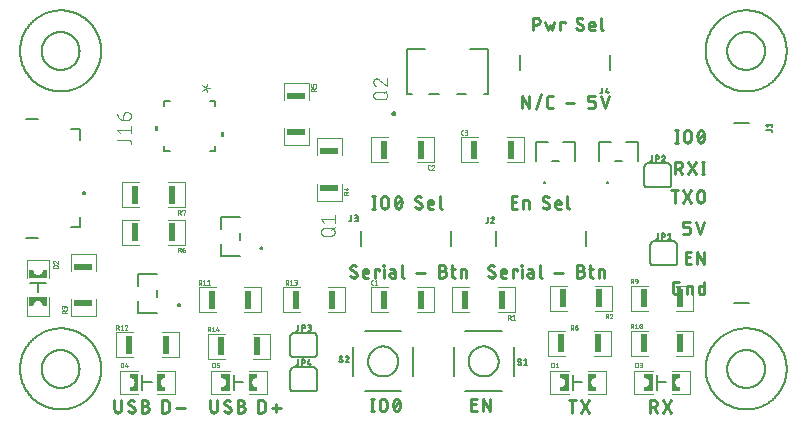
<source format=gbr>
G04 EAGLE Gerber RS-274X export*
G75*
%MOMM*%
%FSLAX34Y34*%
%LPD*%
%INSilkscreen Top*%
%IPPOS*%
%AMOC8*
5,1,8,0,0,1.08239X$1,22.5*%
G01*
%ADD10C,0.228600*%
%ADD11C,0.152400*%
%ADD12C,0.203200*%
%ADD13C,0.100000*%
%ADD14R,0.500000X1.600000*%
%ADD15R,3.600000X0.100000*%
%ADD16C,0.025400*%
%ADD17R,0.100000X1.700000*%
%ADD18C,0.200000*%
%ADD19R,1.600000X0.500000*%
%ADD20R,0.100000X3.600000*%
%ADD21C,0.127000*%
%ADD22C,0.076200*%
%ADD23C,0.101600*%
%ADD24R,1.700000X0.100000*%

G36*
X17595Y94219D02*
X17595Y94219D01*
X17596Y94229D01*
X17597Y94234D01*
X17597Y94239D01*
X17598Y94244D01*
X17598Y94249D01*
X17599Y94254D01*
X17599Y94259D01*
X17600Y94264D01*
X17601Y94269D01*
X17603Y94289D01*
X17603Y94294D01*
X17604Y94299D01*
X17604Y94304D01*
X17605Y94309D01*
X17606Y94314D01*
X17606Y94319D01*
X17607Y94324D01*
X17609Y94349D01*
X17610Y94349D01*
X17609Y94349D01*
X17610Y94353D01*
X17610Y94354D01*
X17611Y94358D01*
X17611Y94359D01*
X17611Y94363D01*
X17612Y94368D01*
X17612Y94373D01*
X17613Y94378D01*
X17613Y94383D01*
X17616Y94403D01*
X17616Y94408D01*
X17617Y94413D01*
X17617Y94418D01*
X17618Y94423D01*
X17618Y94428D01*
X17619Y94433D01*
X17620Y94438D01*
X17622Y94463D01*
X17623Y94468D01*
X17623Y94473D01*
X17624Y94473D01*
X17623Y94473D01*
X17624Y94478D01*
X17625Y94483D01*
X17625Y94488D01*
X17626Y94493D01*
X17626Y94498D01*
X17629Y94517D01*
X17629Y94518D01*
X17629Y94522D01*
X17630Y94527D01*
X17630Y94532D01*
X17631Y94537D01*
X17631Y94542D01*
X17632Y94547D01*
X17632Y94552D01*
X17633Y94557D01*
X17635Y94577D01*
X17636Y94582D01*
X17636Y94587D01*
X17637Y94592D01*
X17637Y94597D01*
X17638Y94597D01*
X17637Y94597D01*
X17638Y94602D01*
X17639Y94607D01*
X17639Y94612D01*
X17641Y94632D01*
X17642Y94637D01*
X17643Y94642D01*
X17643Y94647D01*
X17644Y94652D01*
X17644Y94657D01*
X17645Y94662D01*
X17645Y94667D01*
X17646Y94671D01*
X17646Y94672D01*
X17648Y94691D01*
X17649Y94696D01*
X17649Y94701D01*
X17650Y94706D01*
X17650Y94711D01*
X17651Y94716D01*
X17651Y94721D01*
X17652Y94721D01*
X17651Y94721D01*
X17652Y94726D01*
X17654Y94746D01*
X17655Y94751D01*
X17655Y94756D01*
X17656Y94761D01*
X17657Y94766D01*
X17657Y94771D01*
X17658Y94776D01*
X17658Y94781D01*
X17659Y94786D01*
X17661Y94806D01*
X17662Y94811D01*
X17662Y94816D01*
X17663Y94821D01*
X17663Y94826D01*
X17664Y94830D01*
X17664Y94831D01*
X17664Y94835D01*
X17664Y94836D01*
X17665Y94840D01*
X17668Y94865D01*
X17668Y94870D01*
X17669Y94875D01*
X17669Y94880D01*
X17670Y94885D01*
X17671Y94890D01*
X17671Y94895D01*
X17672Y94900D01*
X17674Y94920D01*
X17674Y94925D01*
X17675Y94930D01*
X17676Y94935D01*
X17676Y94940D01*
X17677Y94945D01*
X17677Y94950D01*
X17678Y94955D01*
X17678Y94960D01*
X17681Y94980D01*
X17681Y94985D01*
X17682Y94989D01*
X17682Y94990D01*
X17682Y94994D01*
X17682Y94995D01*
X17683Y94999D01*
X17683Y95004D01*
X17684Y95009D01*
X17685Y95014D01*
X17687Y95034D01*
X17687Y95039D01*
X17688Y95044D01*
X17688Y95049D01*
X17689Y95054D01*
X17690Y95059D01*
X17690Y95064D01*
X17691Y95069D01*
X17691Y95074D01*
X17693Y95094D01*
X17694Y95099D01*
X17695Y95104D01*
X17695Y95109D01*
X17991Y95953D01*
X18467Y96711D01*
X19099Y97343D01*
X19857Y97819D01*
X20701Y98115D01*
X21590Y98215D01*
X22479Y98115D01*
X23323Y97819D01*
X24081Y97343D01*
X24713Y96711D01*
X25189Y95953D01*
X25485Y95109D01*
X25585Y94219D01*
X25590Y94215D01*
X29090Y94215D01*
X29095Y94219D01*
X29095Y94220D01*
X29095Y101220D01*
X29091Y101225D01*
X29090Y101225D01*
X14090Y101225D01*
X14085Y101221D01*
X14085Y101220D01*
X14085Y94220D01*
X14089Y94215D01*
X14090Y94215D01*
X17590Y94215D01*
X17595Y94219D01*
G37*
G36*
X541915Y21709D02*
X541915Y21709D01*
X541915Y21710D01*
X541915Y36710D01*
X541911Y36715D01*
X541910Y36715D01*
X534910Y36715D01*
X534905Y36711D01*
X534905Y36710D01*
X534905Y33210D01*
X534909Y33205D01*
X535799Y33105D01*
X536643Y32809D01*
X537401Y32333D01*
X538033Y31701D01*
X538509Y30943D01*
X538805Y30099D01*
X538905Y29210D01*
X538904Y29199D01*
X538904Y29198D01*
X538903Y29194D01*
X538903Y29189D01*
X538902Y29184D01*
X538901Y29179D01*
X538901Y29174D01*
X538900Y29169D01*
X538900Y29164D01*
X538899Y29159D01*
X538897Y29139D01*
X538896Y29134D01*
X538896Y29129D01*
X538895Y29124D01*
X538895Y29119D01*
X538894Y29114D01*
X538894Y29109D01*
X538893Y29104D01*
X538891Y29084D01*
X538890Y29079D01*
X538890Y29074D01*
X538889Y29069D01*
X538889Y29064D01*
X538888Y29059D01*
X538887Y29054D01*
X538887Y29049D01*
X538886Y29045D01*
X538886Y29044D01*
X538884Y29025D01*
X538884Y29020D01*
X538883Y29015D01*
X538882Y29010D01*
X538882Y29005D01*
X538881Y29000D01*
X538881Y28995D01*
X538880Y28990D01*
X538877Y28965D01*
X538877Y28960D01*
X538876Y28955D01*
X538876Y28950D01*
X538875Y28945D01*
X538875Y28940D01*
X538874Y28935D01*
X538873Y28930D01*
X538871Y28910D01*
X538871Y28905D01*
X538870Y28900D01*
X538870Y28895D01*
X538869Y28890D01*
X538868Y28886D01*
X538868Y28885D01*
X538868Y28881D01*
X538868Y28880D01*
X538867Y28876D01*
X538867Y28871D01*
X538865Y28851D01*
X538864Y28846D01*
X538863Y28841D01*
X538863Y28836D01*
X538862Y28831D01*
X538862Y28826D01*
X538861Y28821D01*
X538861Y28816D01*
X538858Y28796D01*
X538858Y28791D01*
X538857Y28786D01*
X538857Y28781D01*
X538856Y28776D01*
X538856Y28771D01*
X538855Y28766D01*
X538854Y28761D01*
X538854Y28756D01*
X538852Y28736D01*
X538851Y28731D01*
X538851Y28727D01*
X538851Y28726D01*
X538850Y28722D01*
X538850Y28721D01*
X538849Y28717D01*
X538849Y28712D01*
X538848Y28707D01*
X538848Y28702D01*
X538846Y28682D01*
X538845Y28682D01*
X538845Y28677D01*
X538844Y28672D01*
X538844Y28667D01*
X538843Y28662D01*
X538843Y28657D01*
X538842Y28652D01*
X538842Y28647D01*
X538841Y28642D01*
X538839Y28622D01*
X538838Y28617D01*
X538838Y28612D01*
X538837Y28607D01*
X538837Y28602D01*
X538836Y28597D01*
X538835Y28592D01*
X538835Y28587D01*
X538832Y28563D01*
X538832Y28562D01*
X538832Y28558D01*
X538831Y28558D01*
X538832Y28558D01*
X538831Y28553D01*
X538830Y28548D01*
X538830Y28543D01*
X538829Y28538D01*
X538829Y28533D01*
X538828Y28528D01*
X538826Y28508D01*
X538825Y28503D01*
X538825Y28498D01*
X538824Y28493D01*
X538824Y28488D01*
X538823Y28483D01*
X538823Y28478D01*
X538822Y28473D01*
X538821Y28468D01*
X538819Y28448D01*
X538819Y28443D01*
X538818Y28438D01*
X538818Y28433D01*
X538817Y28433D01*
X538818Y28433D01*
X538817Y28428D01*
X538816Y28423D01*
X538816Y28418D01*
X538815Y28413D01*
X538813Y28394D01*
X538812Y28389D01*
X538812Y28384D01*
X538811Y28379D01*
X538811Y28374D01*
X538810Y28369D01*
X538810Y28364D01*
X538809Y28359D01*
X538809Y28354D01*
X538806Y28334D01*
X538806Y28329D01*
X538805Y28324D01*
X538805Y28321D01*
X538509Y27477D01*
X538033Y26719D01*
X537401Y26087D01*
X536643Y25611D01*
X535799Y25315D01*
X535642Y25297D01*
X535509Y25283D01*
X535333Y25263D01*
X535024Y25228D01*
X534909Y25215D01*
X534905Y25210D01*
X534905Y21710D01*
X534909Y21705D01*
X534910Y21705D01*
X541910Y21705D01*
X541915Y21709D01*
G37*
G36*
X106305Y21709D02*
X106305Y21709D01*
X106305Y21710D01*
X106305Y36710D01*
X106301Y36715D01*
X106300Y36715D01*
X99300Y36715D01*
X99295Y36711D01*
X99295Y36710D01*
X99295Y33210D01*
X99299Y33205D01*
X100189Y33105D01*
X101033Y32809D01*
X101791Y32333D01*
X102423Y31701D01*
X102899Y30943D01*
X103195Y30099D01*
X103295Y29210D01*
X103294Y29199D01*
X103294Y29198D01*
X103293Y29194D01*
X103293Y29189D01*
X103292Y29184D01*
X103291Y29179D01*
X103291Y29174D01*
X103290Y29169D01*
X103290Y29164D01*
X103289Y29159D01*
X103287Y29139D01*
X103286Y29134D01*
X103286Y29129D01*
X103285Y29124D01*
X103285Y29119D01*
X103284Y29114D01*
X103284Y29109D01*
X103283Y29104D01*
X103281Y29084D01*
X103280Y29079D01*
X103280Y29074D01*
X103279Y29069D01*
X103279Y29064D01*
X103278Y29059D01*
X103277Y29054D01*
X103277Y29049D01*
X103276Y29045D01*
X103276Y29044D01*
X103274Y29025D01*
X103274Y29020D01*
X103273Y29015D01*
X103272Y29010D01*
X103272Y29005D01*
X103271Y29000D01*
X103271Y28995D01*
X103270Y28990D01*
X103267Y28965D01*
X103267Y28960D01*
X103266Y28955D01*
X103266Y28950D01*
X103265Y28945D01*
X103265Y28940D01*
X103264Y28935D01*
X103263Y28930D01*
X103261Y28910D01*
X103261Y28905D01*
X103260Y28900D01*
X103260Y28895D01*
X103259Y28890D01*
X103258Y28886D01*
X103258Y28885D01*
X103258Y28881D01*
X103258Y28880D01*
X103257Y28876D01*
X103257Y28871D01*
X103255Y28851D01*
X103254Y28846D01*
X103253Y28841D01*
X103253Y28836D01*
X103252Y28831D01*
X103252Y28826D01*
X103251Y28821D01*
X103251Y28816D01*
X103248Y28796D01*
X103248Y28791D01*
X103247Y28786D01*
X103247Y28781D01*
X103246Y28776D01*
X103246Y28771D01*
X103245Y28766D01*
X103244Y28761D01*
X103244Y28756D01*
X103242Y28736D01*
X103241Y28731D01*
X103241Y28727D01*
X103241Y28726D01*
X103240Y28722D01*
X103240Y28721D01*
X103239Y28717D01*
X103239Y28712D01*
X103238Y28707D01*
X103238Y28702D01*
X103236Y28682D01*
X103235Y28682D01*
X103235Y28677D01*
X103234Y28672D01*
X103234Y28667D01*
X103233Y28662D01*
X103233Y28657D01*
X103232Y28652D01*
X103232Y28647D01*
X103231Y28642D01*
X103229Y28622D01*
X103228Y28617D01*
X103228Y28612D01*
X103227Y28607D01*
X103227Y28602D01*
X103226Y28597D01*
X103225Y28592D01*
X103225Y28587D01*
X103222Y28563D01*
X103222Y28562D01*
X103222Y28558D01*
X103221Y28558D01*
X103222Y28558D01*
X103221Y28553D01*
X103220Y28548D01*
X103220Y28543D01*
X103219Y28538D01*
X103219Y28533D01*
X103218Y28528D01*
X103216Y28508D01*
X103215Y28503D01*
X103215Y28498D01*
X103214Y28493D01*
X103214Y28488D01*
X103213Y28483D01*
X103213Y28478D01*
X103212Y28473D01*
X103211Y28468D01*
X103209Y28448D01*
X103209Y28443D01*
X103208Y28438D01*
X103208Y28433D01*
X103207Y28433D01*
X103208Y28433D01*
X103207Y28428D01*
X103206Y28423D01*
X103206Y28418D01*
X103205Y28413D01*
X103203Y28394D01*
X103202Y28389D01*
X103202Y28384D01*
X103201Y28379D01*
X103201Y28374D01*
X103200Y28369D01*
X103200Y28364D01*
X103199Y28359D01*
X103199Y28354D01*
X103196Y28334D01*
X103196Y28329D01*
X103195Y28324D01*
X103195Y28321D01*
X102899Y27477D01*
X102423Y26719D01*
X101791Y26087D01*
X101033Y25611D01*
X100189Y25315D01*
X100032Y25297D01*
X99899Y25283D01*
X99723Y25263D01*
X99414Y25228D01*
X99299Y25215D01*
X99295Y25210D01*
X99295Y21710D01*
X99299Y21705D01*
X99300Y21705D01*
X106300Y21705D01*
X106305Y21709D01*
G37*
G36*
X183775Y21709D02*
X183775Y21709D01*
X183775Y21710D01*
X183775Y36710D01*
X183771Y36715D01*
X183770Y36715D01*
X176770Y36715D01*
X176765Y36711D01*
X176765Y36710D01*
X176765Y33210D01*
X176769Y33205D01*
X177659Y33105D01*
X178503Y32809D01*
X179261Y32333D01*
X179893Y31701D01*
X180369Y30943D01*
X180665Y30099D01*
X180765Y29210D01*
X180764Y29199D01*
X180764Y29198D01*
X180763Y29194D01*
X180763Y29189D01*
X180762Y29184D01*
X180761Y29179D01*
X180761Y29174D01*
X180760Y29169D01*
X180760Y29164D01*
X180759Y29159D01*
X180757Y29139D01*
X180756Y29134D01*
X180756Y29129D01*
X180755Y29124D01*
X180755Y29119D01*
X180754Y29114D01*
X180754Y29109D01*
X180753Y29104D01*
X180751Y29084D01*
X180750Y29079D01*
X180750Y29074D01*
X180749Y29069D01*
X180749Y29064D01*
X180748Y29059D01*
X180747Y29054D01*
X180747Y29049D01*
X180746Y29045D01*
X180746Y29044D01*
X180744Y29025D01*
X180744Y29020D01*
X180743Y29015D01*
X180742Y29010D01*
X180742Y29005D01*
X180741Y29000D01*
X180741Y28995D01*
X180740Y28990D01*
X180737Y28965D01*
X180737Y28960D01*
X180736Y28955D01*
X180736Y28950D01*
X180735Y28945D01*
X180735Y28940D01*
X180734Y28935D01*
X180733Y28930D01*
X180731Y28910D01*
X180731Y28905D01*
X180730Y28900D01*
X180730Y28895D01*
X180729Y28890D01*
X180728Y28886D01*
X180728Y28885D01*
X180728Y28881D01*
X180728Y28880D01*
X180727Y28876D01*
X180727Y28871D01*
X180725Y28851D01*
X180724Y28846D01*
X180723Y28841D01*
X180723Y28836D01*
X180722Y28831D01*
X180722Y28826D01*
X180721Y28821D01*
X180721Y28816D01*
X180718Y28796D01*
X180718Y28791D01*
X180717Y28786D01*
X180717Y28781D01*
X180716Y28776D01*
X180716Y28771D01*
X180715Y28766D01*
X180714Y28761D01*
X180714Y28756D01*
X180712Y28736D01*
X180711Y28731D01*
X180711Y28727D01*
X180711Y28726D01*
X180710Y28722D01*
X180710Y28721D01*
X180709Y28717D01*
X180709Y28712D01*
X180708Y28707D01*
X180708Y28702D01*
X180706Y28682D01*
X180705Y28682D01*
X180705Y28677D01*
X180704Y28672D01*
X180704Y28667D01*
X180703Y28662D01*
X180703Y28657D01*
X180702Y28652D01*
X180702Y28647D01*
X180701Y28642D01*
X180699Y28622D01*
X180698Y28617D01*
X180698Y28612D01*
X180697Y28607D01*
X180697Y28602D01*
X180696Y28597D01*
X180695Y28592D01*
X180695Y28587D01*
X180692Y28563D01*
X180692Y28562D01*
X180692Y28558D01*
X180691Y28558D01*
X180692Y28558D01*
X180691Y28553D01*
X180690Y28548D01*
X180690Y28543D01*
X180689Y28538D01*
X180689Y28533D01*
X180688Y28528D01*
X180686Y28508D01*
X180685Y28503D01*
X180685Y28498D01*
X180684Y28493D01*
X180684Y28488D01*
X180683Y28483D01*
X180683Y28478D01*
X180682Y28473D01*
X180681Y28468D01*
X180679Y28448D01*
X180679Y28443D01*
X180678Y28438D01*
X180678Y28433D01*
X180677Y28433D01*
X180678Y28433D01*
X180677Y28428D01*
X180676Y28423D01*
X180676Y28418D01*
X180675Y28413D01*
X180673Y28394D01*
X180672Y28389D01*
X180672Y28384D01*
X180671Y28379D01*
X180671Y28374D01*
X180670Y28369D01*
X180670Y28364D01*
X180669Y28359D01*
X180669Y28354D01*
X180666Y28334D01*
X180666Y28329D01*
X180665Y28324D01*
X180665Y28321D01*
X180369Y27477D01*
X179893Y26719D01*
X179261Y26087D01*
X178503Y25611D01*
X177659Y25315D01*
X177502Y25297D01*
X177369Y25283D01*
X177193Y25263D01*
X176884Y25228D01*
X176769Y25215D01*
X176765Y25210D01*
X176765Y21710D01*
X176769Y21705D01*
X176770Y21705D01*
X183770Y21705D01*
X183775Y21709D01*
G37*
G36*
X470795Y21709D02*
X470795Y21709D01*
X470795Y21710D01*
X470795Y36710D01*
X470791Y36715D01*
X470790Y36715D01*
X463790Y36715D01*
X463785Y36711D01*
X463785Y36710D01*
X463785Y33210D01*
X463789Y33205D01*
X464679Y33105D01*
X465523Y32809D01*
X466281Y32333D01*
X466913Y31701D01*
X467389Y30943D01*
X467685Y30099D01*
X467785Y29210D01*
X467784Y29199D01*
X467784Y29198D01*
X467783Y29194D01*
X467783Y29189D01*
X467782Y29184D01*
X467781Y29179D01*
X467781Y29174D01*
X467780Y29169D01*
X467780Y29164D01*
X467779Y29159D01*
X467777Y29139D01*
X467776Y29134D01*
X467776Y29129D01*
X467775Y29124D01*
X467775Y29119D01*
X467774Y29114D01*
X467774Y29109D01*
X467773Y29104D01*
X467771Y29084D01*
X467770Y29079D01*
X467770Y29074D01*
X467769Y29069D01*
X467769Y29064D01*
X467768Y29059D01*
X467767Y29054D01*
X467767Y29049D01*
X467766Y29045D01*
X467766Y29044D01*
X467764Y29025D01*
X467764Y29020D01*
X467763Y29015D01*
X467762Y29010D01*
X467762Y29005D01*
X467761Y29000D01*
X467761Y28995D01*
X467760Y28990D01*
X467757Y28965D01*
X467757Y28960D01*
X467756Y28955D01*
X467756Y28950D01*
X467755Y28945D01*
X467755Y28940D01*
X467754Y28935D01*
X467753Y28930D01*
X467751Y28910D01*
X467751Y28905D01*
X467750Y28900D01*
X467750Y28895D01*
X467749Y28890D01*
X467748Y28886D01*
X467748Y28885D01*
X467748Y28881D01*
X467748Y28880D01*
X467747Y28876D01*
X467747Y28871D01*
X467745Y28851D01*
X467744Y28846D01*
X467743Y28841D01*
X467743Y28836D01*
X467742Y28831D01*
X467742Y28826D01*
X467741Y28821D01*
X467741Y28816D01*
X467738Y28796D01*
X467738Y28791D01*
X467737Y28786D01*
X467737Y28781D01*
X467736Y28776D01*
X467736Y28771D01*
X467735Y28766D01*
X467734Y28761D01*
X467734Y28756D01*
X467732Y28736D01*
X467731Y28731D01*
X467731Y28727D01*
X467731Y28726D01*
X467730Y28722D01*
X467730Y28721D01*
X467729Y28717D01*
X467729Y28712D01*
X467728Y28707D01*
X467728Y28702D01*
X467726Y28682D01*
X467725Y28682D01*
X467725Y28677D01*
X467724Y28672D01*
X467724Y28667D01*
X467723Y28662D01*
X467723Y28657D01*
X467722Y28652D01*
X467722Y28647D01*
X467721Y28642D01*
X467719Y28622D01*
X467718Y28617D01*
X467718Y28612D01*
X467717Y28607D01*
X467717Y28602D01*
X467716Y28597D01*
X467715Y28592D01*
X467715Y28587D01*
X467712Y28563D01*
X467712Y28562D01*
X467712Y28558D01*
X467711Y28558D01*
X467712Y28558D01*
X467711Y28553D01*
X467710Y28548D01*
X467710Y28543D01*
X467709Y28538D01*
X467709Y28533D01*
X467708Y28528D01*
X467706Y28508D01*
X467705Y28503D01*
X467705Y28498D01*
X467704Y28493D01*
X467704Y28488D01*
X467703Y28483D01*
X467703Y28478D01*
X467702Y28473D01*
X467701Y28468D01*
X467699Y28448D01*
X467699Y28443D01*
X467698Y28438D01*
X467698Y28433D01*
X467697Y28433D01*
X467698Y28433D01*
X467697Y28428D01*
X467696Y28423D01*
X467696Y28418D01*
X467695Y28413D01*
X467693Y28394D01*
X467692Y28389D01*
X467692Y28384D01*
X467691Y28379D01*
X467691Y28374D01*
X467690Y28369D01*
X467690Y28364D01*
X467689Y28359D01*
X467689Y28354D01*
X467686Y28334D01*
X467686Y28329D01*
X467685Y28324D01*
X467685Y28321D01*
X467389Y27477D01*
X466913Y26719D01*
X466281Y26087D01*
X465523Y25611D01*
X464679Y25315D01*
X464522Y25297D01*
X464389Y25283D01*
X464213Y25263D01*
X463904Y25228D01*
X463789Y25215D01*
X463785Y25210D01*
X463785Y21710D01*
X463789Y21705D01*
X463790Y21705D01*
X470790Y21705D01*
X470795Y21709D01*
G37*
G36*
X493795Y21709D02*
X493795Y21709D01*
X493795Y21710D01*
X493795Y25210D01*
X493791Y25215D01*
X492901Y25315D01*
X492057Y25611D01*
X491299Y26087D01*
X490667Y26719D01*
X490191Y27477D01*
X489895Y28321D01*
X489795Y29210D01*
X489795Y29212D01*
X489797Y29232D01*
X489798Y29232D01*
X489798Y29237D01*
X489799Y29242D01*
X489799Y29247D01*
X489800Y29252D01*
X489800Y29257D01*
X489801Y29262D01*
X489801Y29267D01*
X489804Y29292D01*
X489805Y29297D01*
X489805Y29302D01*
X489806Y29307D01*
X489806Y29312D01*
X489807Y29316D01*
X489807Y29317D01*
X489808Y29321D01*
X489808Y29322D01*
X489808Y29326D01*
X489810Y29346D01*
X489811Y29351D01*
X489811Y29356D01*
X489812Y29356D01*
X489811Y29356D01*
X489812Y29361D01*
X489813Y29366D01*
X489813Y29371D01*
X489814Y29376D01*
X489814Y29381D01*
X489815Y29386D01*
X489817Y29406D01*
X489818Y29411D01*
X489818Y29416D01*
X489819Y29421D01*
X489819Y29426D01*
X489820Y29431D01*
X489820Y29436D01*
X489821Y29441D01*
X489823Y29461D01*
X489824Y29466D01*
X489824Y29471D01*
X489825Y29475D01*
X489825Y29476D01*
X489825Y29480D01*
X489826Y29480D01*
X489825Y29481D01*
X489826Y29485D01*
X489827Y29490D01*
X489827Y29495D01*
X489828Y29500D01*
X489830Y29520D01*
X489831Y29525D01*
X489831Y29530D01*
X489832Y29535D01*
X489832Y29540D01*
X489833Y29545D01*
X489833Y29550D01*
X489834Y29555D01*
X489836Y29575D01*
X489837Y29580D01*
X489837Y29585D01*
X489838Y29590D01*
X489838Y29595D01*
X489839Y29600D01*
X489839Y29605D01*
X489840Y29605D01*
X489839Y29605D01*
X489840Y29610D01*
X489841Y29615D01*
X489843Y29634D01*
X489843Y29635D01*
X489843Y29639D01*
X489843Y29640D01*
X489844Y29644D01*
X489845Y29649D01*
X489845Y29654D01*
X489846Y29659D01*
X489846Y29664D01*
X489847Y29669D01*
X489850Y29694D01*
X489850Y29699D01*
X489851Y29704D01*
X489851Y29709D01*
X489852Y29714D01*
X489852Y29719D01*
X489853Y29724D01*
X489853Y29729D01*
X489854Y29729D01*
X489853Y29729D01*
X489856Y29749D01*
X489856Y29754D01*
X489857Y29759D01*
X489857Y29764D01*
X489858Y29769D01*
X489859Y29774D01*
X489859Y29779D01*
X489860Y29784D01*
X489862Y29808D01*
X489863Y29813D01*
X489864Y29818D01*
X489864Y29823D01*
X489865Y29828D01*
X489865Y29833D01*
X489866Y29838D01*
X489866Y29843D01*
X489869Y29863D01*
X489869Y29868D01*
X489870Y29873D01*
X489870Y29878D01*
X489871Y29883D01*
X489871Y29888D01*
X489872Y29893D01*
X489873Y29898D01*
X489873Y29903D01*
X489875Y29923D01*
X489876Y29928D01*
X489876Y29933D01*
X489877Y29938D01*
X489878Y29943D01*
X489878Y29948D01*
X489879Y29952D01*
X489879Y29953D01*
X489879Y29957D01*
X489879Y29958D01*
X489881Y29977D01*
X489882Y29982D01*
X489883Y29987D01*
X489883Y29992D01*
X489884Y29997D01*
X489884Y30002D01*
X489885Y30007D01*
X489885Y30012D01*
X489886Y30017D01*
X489888Y30037D01*
X489889Y30042D01*
X489889Y30047D01*
X489890Y30052D01*
X489890Y30057D01*
X489891Y30062D01*
X489892Y30067D01*
X489892Y30072D01*
X489894Y30092D01*
X489895Y30097D01*
X489895Y30099D01*
X490191Y30943D01*
X490667Y31701D01*
X491299Y32333D01*
X492057Y32809D01*
X492901Y33105D01*
X493791Y33205D01*
X493795Y33210D01*
X493795Y36710D01*
X493791Y36715D01*
X493790Y36715D01*
X486790Y36715D01*
X486785Y36711D01*
X486785Y36710D01*
X486785Y21710D01*
X486789Y21705D01*
X486790Y21705D01*
X493790Y21705D01*
X493795Y21709D01*
G37*
G36*
X564915Y21709D02*
X564915Y21709D01*
X564915Y21710D01*
X564915Y25210D01*
X564911Y25215D01*
X564021Y25315D01*
X563177Y25611D01*
X562419Y26087D01*
X561787Y26719D01*
X561311Y27477D01*
X561015Y28321D01*
X560915Y29210D01*
X560915Y29212D01*
X560917Y29232D01*
X560918Y29232D01*
X560918Y29237D01*
X560919Y29242D01*
X560919Y29247D01*
X560920Y29252D01*
X560920Y29257D01*
X560921Y29262D01*
X560921Y29267D01*
X560924Y29292D01*
X560925Y29297D01*
X560925Y29302D01*
X560926Y29307D01*
X560926Y29312D01*
X560927Y29316D01*
X560927Y29317D01*
X560928Y29321D01*
X560928Y29322D01*
X560928Y29326D01*
X560930Y29346D01*
X560931Y29351D01*
X560931Y29356D01*
X560932Y29356D01*
X560931Y29356D01*
X560932Y29361D01*
X560933Y29366D01*
X560933Y29371D01*
X560934Y29376D01*
X560934Y29381D01*
X560935Y29386D01*
X560937Y29406D01*
X560938Y29411D01*
X560938Y29416D01*
X560939Y29421D01*
X560939Y29426D01*
X560940Y29431D01*
X560940Y29436D01*
X560941Y29441D01*
X560943Y29461D01*
X560944Y29466D01*
X560944Y29471D01*
X560945Y29475D01*
X560945Y29476D01*
X560945Y29480D01*
X560946Y29480D01*
X560945Y29481D01*
X560946Y29485D01*
X560947Y29490D01*
X560947Y29495D01*
X560948Y29500D01*
X560950Y29520D01*
X560951Y29525D01*
X560951Y29530D01*
X560952Y29535D01*
X560952Y29540D01*
X560953Y29545D01*
X560953Y29550D01*
X560954Y29555D01*
X560956Y29575D01*
X560957Y29580D01*
X560957Y29585D01*
X560958Y29590D01*
X560958Y29595D01*
X560959Y29600D01*
X560959Y29605D01*
X560960Y29605D01*
X560959Y29605D01*
X560960Y29610D01*
X560961Y29615D01*
X560963Y29634D01*
X560963Y29635D01*
X560963Y29639D01*
X560963Y29640D01*
X560964Y29644D01*
X560965Y29649D01*
X560965Y29654D01*
X560966Y29659D01*
X560966Y29664D01*
X560967Y29669D01*
X560970Y29694D01*
X560970Y29699D01*
X560971Y29704D01*
X560971Y29709D01*
X560972Y29714D01*
X560972Y29719D01*
X560973Y29724D01*
X560973Y29729D01*
X560974Y29729D01*
X560973Y29729D01*
X560976Y29749D01*
X560976Y29754D01*
X560977Y29759D01*
X560977Y29764D01*
X560978Y29769D01*
X560979Y29774D01*
X560979Y29779D01*
X560980Y29784D01*
X560982Y29808D01*
X560983Y29813D01*
X560984Y29818D01*
X560984Y29823D01*
X560985Y29828D01*
X560985Y29833D01*
X560986Y29838D01*
X560986Y29843D01*
X560989Y29863D01*
X560989Y29868D01*
X560990Y29873D01*
X560990Y29878D01*
X560991Y29883D01*
X560991Y29888D01*
X560992Y29893D01*
X560993Y29898D01*
X560993Y29903D01*
X560995Y29923D01*
X560996Y29928D01*
X560996Y29933D01*
X560997Y29938D01*
X560998Y29943D01*
X560998Y29948D01*
X560999Y29952D01*
X560999Y29953D01*
X560999Y29957D01*
X560999Y29958D01*
X561001Y29977D01*
X561002Y29982D01*
X561003Y29987D01*
X561003Y29992D01*
X561004Y29997D01*
X561004Y30002D01*
X561005Y30007D01*
X561005Y30012D01*
X561006Y30017D01*
X561008Y30037D01*
X561009Y30042D01*
X561009Y30047D01*
X561010Y30052D01*
X561010Y30057D01*
X561011Y30062D01*
X561012Y30067D01*
X561012Y30072D01*
X561014Y30092D01*
X561015Y30097D01*
X561015Y30099D01*
X561311Y30943D01*
X561787Y31701D01*
X562419Y32333D01*
X563177Y32809D01*
X564021Y33105D01*
X564911Y33205D01*
X564915Y33210D01*
X564915Y36710D01*
X564911Y36715D01*
X564910Y36715D01*
X557910Y36715D01*
X557905Y36711D01*
X557905Y36710D01*
X557905Y21710D01*
X557909Y21705D01*
X557910Y21705D01*
X564910Y21705D01*
X564915Y21709D01*
G37*
G36*
X206775Y21709D02*
X206775Y21709D01*
X206775Y21710D01*
X206775Y25210D01*
X206771Y25215D01*
X205881Y25315D01*
X205037Y25611D01*
X204279Y26087D01*
X203647Y26719D01*
X203171Y27477D01*
X202875Y28321D01*
X202775Y29210D01*
X202775Y29212D01*
X202777Y29232D01*
X202778Y29232D01*
X202778Y29237D01*
X202779Y29242D01*
X202779Y29247D01*
X202780Y29252D01*
X202780Y29257D01*
X202781Y29262D01*
X202781Y29267D01*
X202784Y29292D01*
X202785Y29297D01*
X202785Y29302D01*
X202786Y29307D01*
X202786Y29312D01*
X202787Y29316D01*
X202787Y29317D01*
X202788Y29321D01*
X202788Y29322D01*
X202788Y29326D01*
X202790Y29346D01*
X202791Y29351D01*
X202791Y29356D01*
X202792Y29356D01*
X202791Y29356D01*
X202792Y29361D01*
X202793Y29366D01*
X202793Y29371D01*
X202794Y29376D01*
X202794Y29381D01*
X202795Y29386D01*
X202797Y29406D01*
X202798Y29411D01*
X202798Y29416D01*
X202799Y29421D01*
X202799Y29426D01*
X202800Y29431D01*
X202800Y29436D01*
X202801Y29441D01*
X202803Y29461D01*
X202804Y29466D01*
X202804Y29471D01*
X202805Y29475D01*
X202805Y29476D01*
X202805Y29480D01*
X202806Y29480D01*
X202805Y29481D01*
X202806Y29485D01*
X202807Y29490D01*
X202807Y29495D01*
X202808Y29500D01*
X202810Y29520D01*
X202811Y29525D01*
X202811Y29530D01*
X202812Y29535D01*
X202812Y29540D01*
X202813Y29545D01*
X202813Y29550D01*
X202814Y29555D01*
X202816Y29575D01*
X202817Y29580D01*
X202817Y29585D01*
X202818Y29590D01*
X202818Y29595D01*
X202819Y29600D01*
X202819Y29605D01*
X202820Y29605D01*
X202819Y29605D01*
X202820Y29610D01*
X202821Y29615D01*
X202823Y29634D01*
X202823Y29635D01*
X202823Y29639D01*
X202823Y29640D01*
X202824Y29644D01*
X202825Y29649D01*
X202825Y29654D01*
X202826Y29659D01*
X202826Y29664D01*
X202827Y29669D01*
X202830Y29694D01*
X202830Y29699D01*
X202831Y29704D01*
X202831Y29709D01*
X202832Y29714D01*
X202832Y29719D01*
X202833Y29724D01*
X202833Y29729D01*
X202834Y29729D01*
X202833Y29729D01*
X202836Y29749D01*
X202836Y29754D01*
X202837Y29759D01*
X202837Y29764D01*
X202838Y29769D01*
X202839Y29774D01*
X202839Y29779D01*
X202840Y29784D01*
X202842Y29808D01*
X202843Y29813D01*
X202844Y29818D01*
X202844Y29823D01*
X202845Y29828D01*
X202845Y29833D01*
X202846Y29838D01*
X202846Y29843D01*
X202849Y29863D01*
X202849Y29868D01*
X202850Y29873D01*
X202850Y29878D01*
X202851Y29883D01*
X202851Y29888D01*
X202852Y29893D01*
X202853Y29898D01*
X202853Y29903D01*
X202855Y29923D01*
X202856Y29928D01*
X202856Y29933D01*
X202857Y29938D01*
X202858Y29943D01*
X202858Y29948D01*
X202859Y29952D01*
X202859Y29953D01*
X202859Y29957D01*
X202859Y29958D01*
X202861Y29977D01*
X202862Y29982D01*
X202863Y29987D01*
X202863Y29992D01*
X202864Y29997D01*
X202864Y30002D01*
X202865Y30007D01*
X202865Y30012D01*
X202866Y30017D01*
X202868Y30037D01*
X202869Y30042D01*
X202869Y30047D01*
X202870Y30052D01*
X202870Y30057D01*
X202871Y30062D01*
X202872Y30067D01*
X202872Y30072D01*
X202874Y30092D01*
X202875Y30097D01*
X202875Y30099D01*
X203171Y30943D01*
X203647Y31701D01*
X204279Y32333D01*
X205037Y32809D01*
X205881Y33105D01*
X206771Y33205D01*
X206775Y33210D01*
X206775Y36710D01*
X206771Y36715D01*
X206770Y36715D01*
X199770Y36715D01*
X199765Y36711D01*
X199765Y36710D01*
X199765Y21710D01*
X199769Y21705D01*
X199770Y21705D01*
X206770Y21705D01*
X206775Y21709D01*
G37*
G36*
X129305Y21709D02*
X129305Y21709D01*
X129305Y21710D01*
X129305Y25210D01*
X129301Y25215D01*
X128411Y25315D01*
X127567Y25611D01*
X126809Y26087D01*
X126177Y26719D01*
X125701Y27477D01*
X125405Y28321D01*
X125305Y29210D01*
X125305Y29212D01*
X125307Y29232D01*
X125308Y29232D01*
X125308Y29237D01*
X125309Y29242D01*
X125309Y29247D01*
X125310Y29252D01*
X125310Y29257D01*
X125311Y29262D01*
X125311Y29267D01*
X125314Y29292D01*
X125315Y29297D01*
X125315Y29302D01*
X125316Y29307D01*
X125316Y29312D01*
X125317Y29316D01*
X125317Y29317D01*
X125318Y29321D01*
X125318Y29322D01*
X125318Y29326D01*
X125320Y29346D01*
X125321Y29351D01*
X125321Y29356D01*
X125322Y29356D01*
X125321Y29356D01*
X125322Y29361D01*
X125323Y29366D01*
X125323Y29371D01*
X125324Y29376D01*
X125324Y29381D01*
X125325Y29386D01*
X125327Y29406D01*
X125328Y29411D01*
X125328Y29416D01*
X125329Y29421D01*
X125329Y29426D01*
X125330Y29431D01*
X125330Y29436D01*
X125331Y29441D01*
X125333Y29461D01*
X125334Y29466D01*
X125334Y29471D01*
X125335Y29475D01*
X125335Y29476D01*
X125335Y29480D01*
X125336Y29480D01*
X125335Y29481D01*
X125336Y29485D01*
X125337Y29490D01*
X125337Y29495D01*
X125338Y29500D01*
X125340Y29520D01*
X125341Y29525D01*
X125341Y29530D01*
X125342Y29535D01*
X125342Y29540D01*
X125343Y29545D01*
X125343Y29550D01*
X125344Y29555D01*
X125346Y29575D01*
X125347Y29580D01*
X125347Y29585D01*
X125348Y29590D01*
X125348Y29595D01*
X125349Y29600D01*
X125349Y29605D01*
X125350Y29605D01*
X125349Y29605D01*
X125350Y29610D01*
X125351Y29615D01*
X125353Y29634D01*
X125353Y29635D01*
X125353Y29639D01*
X125353Y29640D01*
X125354Y29644D01*
X125355Y29649D01*
X125355Y29654D01*
X125356Y29659D01*
X125356Y29664D01*
X125357Y29669D01*
X125360Y29694D01*
X125360Y29699D01*
X125361Y29704D01*
X125361Y29709D01*
X125362Y29714D01*
X125362Y29719D01*
X125363Y29724D01*
X125363Y29729D01*
X125364Y29729D01*
X125363Y29729D01*
X125366Y29749D01*
X125366Y29754D01*
X125367Y29759D01*
X125367Y29764D01*
X125368Y29769D01*
X125369Y29774D01*
X125369Y29779D01*
X125370Y29784D01*
X125372Y29808D01*
X125373Y29813D01*
X125374Y29818D01*
X125374Y29823D01*
X125375Y29828D01*
X125375Y29833D01*
X125376Y29838D01*
X125376Y29843D01*
X125379Y29863D01*
X125379Y29868D01*
X125380Y29873D01*
X125380Y29878D01*
X125381Y29883D01*
X125381Y29888D01*
X125382Y29893D01*
X125383Y29898D01*
X125383Y29903D01*
X125385Y29923D01*
X125386Y29928D01*
X125386Y29933D01*
X125387Y29938D01*
X125388Y29943D01*
X125388Y29948D01*
X125389Y29952D01*
X125389Y29953D01*
X125389Y29957D01*
X125389Y29958D01*
X125391Y29977D01*
X125392Y29982D01*
X125393Y29987D01*
X125393Y29992D01*
X125394Y29997D01*
X125394Y30002D01*
X125395Y30007D01*
X125395Y30012D01*
X125396Y30017D01*
X125398Y30037D01*
X125399Y30042D01*
X125399Y30047D01*
X125400Y30052D01*
X125400Y30057D01*
X125401Y30062D01*
X125402Y30067D01*
X125402Y30072D01*
X125404Y30092D01*
X125405Y30097D01*
X125405Y30099D01*
X125701Y30943D01*
X126177Y31701D01*
X126809Y32333D01*
X127567Y32809D01*
X128411Y33105D01*
X129301Y33205D01*
X129305Y33210D01*
X129305Y36710D01*
X129301Y36715D01*
X129300Y36715D01*
X122300Y36715D01*
X122295Y36711D01*
X122295Y36710D01*
X122295Y21710D01*
X122299Y21705D01*
X122300Y21705D01*
X129300Y21705D01*
X129305Y21709D01*
G37*
G36*
X29095Y117219D02*
X29095Y117219D01*
X29095Y117220D01*
X29095Y124220D01*
X29091Y124225D01*
X29090Y124225D01*
X25590Y124225D01*
X25585Y124221D01*
X25585Y124217D01*
X25584Y124212D01*
X25584Y124207D01*
X25583Y124207D01*
X25584Y124207D01*
X25583Y124202D01*
X25582Y124197D01*
X25582Y124192D01*
X25581Y124187D01*
X25579Y124167D01*
X25578Y124162D01*
X25578Y124157D01*
X25577Y124152D01*
X25577Y124147D01*
X25576Y124142D01*
X25576Y124137D01*
X25575Y124132D01*
X25573Y124112D01*
X25572Y124107D01*
X25572Y124102D01*
X25571Y124097D01*
X25571Y124092D01*
X25570Y124087D01*
X25570Y124082D01*
X25569Y124082D01*
X25570Y124082D01*
X25569Y124078D01*
X25569Y124077D01*
X25568Y124073D01*
X25568Y124072D01*
X25566Y124053D01*
X25566Y124048D01*
X25565Y124043D01*
X25564Y124038D01*
X25564Y124033D01*
X25563Y124028D01*
X25563Y124023D01*
X25562Y124018D01*
X25559Y123993D01*
X25559Y123988D01*
X25558Y123983D01*
X25558Y123978D01*
X25557Y123973D01*
X25557Y123968D01*
X25556Y123963D01*
X25556Y123958D01*
X25555Y123958D01*
X25556Y123958D01*
X25553Y123938D01*
X25553Y123933D01*
X25552Y123928D01*
X25552Y123923D01*
X25551Y123919D01*
X25551Y123918D01*
X25550Y123914D01*
X25550Y123913D01*
X25550Y123909D01*
X25549Y123904D01*
X25547Y123879D01*
X25546Y123874D01*
X25545Y123869D01*
X25545Y123864D01*
X25544Y123859D01*
X25544Y123854D01*
X25543Y123849D01*
X25543Y123844D01*
X25540Y123824D01*
X25540Y123819D01*
X25539Y123814D01*
X25539Y123809D01*
X25538Y123804D01*
X25538Y123799D01*
X25537Y123794D01*
X25536Y123789D01*
X25536Y123784D01*
X25534Y123764D01*
X25533Y123760D01*
X25533Y123759D01*
X25533Y123755D01*
X25533Y123754D01*
X25532Y123750D01*
X25531Y123745D01*
X25531Y123740D01*
X25530Y123735D01*
X25530Y123730D01*
X25528Y123710D01*
X25527Y123705D01*
X25526Y123700D01*
X25526Y123695D01*
X25525Y123690D01*
X25525Y123685D01*
X25524Y123680D01*
X25524Y123675D01*
X25523Y123670D01*
X25521Y123650D01*
X25520Y123645D01*
X25520Y123640D01*
X25519Y123635D01*
X25519Y123630D01*
X25518Y123625D01*
X25517Y123620D01*
X25517Y123615D01*
X25515Y123596D01*
X25515Y123595D01*
X25514Y123591D01*
X25514Y123586D01*
X25513Y123581D01*
X25512Y123576D01*
X25512Y123571D01*
X25511Y123566D01*
X25511Y123561D01*
X25510Y123556D01*
X25508Y123536D01*
X25507Y123531D01*
X25507Y123526D01*
X25506Y123521D01*
X25506Y123516D01*
X25505Y123511D01*
X25505Y123506D01*
X25504Y123501D01*
X25501Y123476D01*
X25501Y123471D01*
X25500Y123466D01*
X25500Y123461D01*
X25499Y123456D01*
X25498Y123451D01*
X25498Y123446D01*
X25497Y123442D01*
X25497Y123441D01*
X25495Y123422D01*
X25495Y123417D01*
X25494Y123417D01*
X25495Y123417D01*
X25494Y123412D01*
X25493Y123407D01*
X25493Y123402D01*
X25492Y123397D01*
X25492Y123392D01*
X25491Y123387D01*
X25491Y123382D01*
X25488Y123362D01*
X25488Y123357D01*
X25487Y123352D01*
X25487Y123347D01*
X25486Y123342D01*
X25486Y123337D01*
X25485Y123332D01*
X25485Y123331D01*
X25189Y122487D01*
X24713Y121729D01*
X24081Y121097D01*
X23323Y120621D01*
X22479Y120325D01*
X22438Y120321D01*
X22261Y120301D01*
X21953Y120266D01*
X21776Y120246D01*
X21644Y120231D01*
X21590Y120225D01*
X20701Y120325D01*
X19857Y120621D01*
X19099Y121097D01*
X18467Y121729D01*
X17991Y122487D01*
X17695Y123331D01*
X17595Y124221D01*
X17590Y124225D01*
X14090Y124225D01*
X14085Y124221D01*
X14085Y124220D01*
X14085Y117220D01*
X14089Y117215D01*
X14090Y117215D01*
X29090Y117215D01*
X29095Y117219D01*
G37*
G36*
X178945Y236848D02*
X178945Y236848D01*
X178947Y236847D01*
X178990Y236867D01*
X179034Y236885D01*
X179034Y236887D01*
X179036Y236888D01*
X179069Y236973D01*
X179069Y240783D01*
X179068Y240785D01*
X179069Y240787D01*
X179049Y240830D01*
X179031Y240874D01*
X179029Y240875D01*
X179028Y240877D01*
X178943Y240909D01*
X176403Y240909D01*
X176401Y240909D01*
X176399Y240909D01*
X176356Y240889D01*
X176312Y240871D01*
X176312Y240869D01*
X176310Y240868D01*
X176277Y240783D01*
X176277Y236973D01*
X176278Y236971D01*
X176277Y236969D01*
X176297Y236926D01*
X176315Y236882D01*
X176317Y236882D01*
X176318Y236880D01*
X176403Y236847D01*
X178943Y236847D01*
X178945Y236848D01*
G37*
G36*
X123319Y241849D02*
X123319Y241849D01*
X123321Y241848D01*
X123364Y241868D01*
X123408Y241887D01*
X123408Y241889D01*
X123410Y241889D01*
X123443Y241974D01*
X123443Y245784D01*
X123442Y245786D01*
X123443Y245788D01*
X123423Y245831D01*
X123405Y245875D01*
X123403Y245876D01*
X123402Y245878D01*
X123317Y245911D01*
X120777Y245911D01*
X120775Y245910D01*
X120773Y245911D01*
X120730Y245891D01*
X120686Y245872D01*
X120686Y245870D01*
X120684Y245869D01*
X120651Y245784D01*
X120651Y241974D01*
X120652Y241972D01*
X120651Y241970D01*
X120671Y241927D01*
X120689Y241884D01*
X120691Y241883D01*
X120692Y241881D01*
X120777Y241848D01*
X123317Y241848D01*
X123319Y241849D01*
G37*
D10*
X289094Y117983D02*
X289190Y117985D01*
X289285Y117991D01*
X289380Y118001D01*
X289475Y118015D01*
X289569Y118032D01*
X289662Y118054D01*
X289754Y118079D01*
X289845Y118108D01*
X289935Y118141D01*
X290024Y118178D01*
X290110Y118218D01*
X290195Y118262D01*
X290279Y118309D01*
X290360Y118360D01*
X290439Y118414D01*
X290515Y118471D01*
X290590Y118531D01*
X290661Y118595D01*
X290730Y118661D01*
X290796Y118730D01*
X290860Y118801D01*
X290920Y118876D01*
X290977Y118952D01*
X291031Y119031D01*
X291082Y119113D01*
X291129Y119196D01*
X291173Y119281D01*
X291213Y119367D01*
X291250Y119456D01*
X291283Y119546D01*
X291312Y119637D01*
X291337Y119729D01*
X291359Y119822D01*
X291376Y119916D01*
X291390Y120011D01*
X291400Y120106D01*
X291406Y120201D01*
X291408Y120297D01*
X289094Y117983D02*
X288956Y117985D01*
X288818Y117991D01*
X288681Y118000D01*
X288544Y118014D01*
X288407Y118032D01*
X288271Y118053D01*
X288135Y118078D01*
X288000Y118107D01*
X287867Y118140D01*
X287734Y118176D01*
X287602Y118216D01*
X287471Y118260D01*
X287342Y118308D01*
X287214Y118359D01*
X287087Y118414D01*
X286962Y118472D01*
X286839Y118534D01*
X286718Y118599D01*
X286598Y118668D01*
X286481Y118740D01*
X286365Y118816D01*
X286252Y118894D01*
X286141Y118976D01*
X286032Y119061D01*
X285926Y119148D01*
X285822Y119239D01*
X285721Y119333D01*
X285622Y119429D01*
X285913Y126083D02*
X285915Y126176D01*
X285921Y126269D01*
X285930Y126362D01*
X285943Y126454D01*
X285960Y126546D01*
X285980Y126637D01*
X286004Y126727D01*
X286032Y126816D01*
X286063Y126904D01*
X286098Y126990D01*
X286136Y127075D01*
X286178Y127158D01*
X286223Y127240D01*
X286271Y127320D01*
X286323Y127398D01*
X286377Y127473D01*
X286435Y127546D01*
X286495Y127617D01*
X286558Y127686D01*
X286624Y127752D01*
X286693Y127815D01*
X286764Y127875D01*
X286837Y127933D01*
X286912Y127987D01*
X286990Y128039D01*
X287070Y128087D01*
X287152Y128132D01*
X287235Y128174D01*
X287320Y128212D01*
X287406Y128247D01*
X287494Y128278D01*
X287583Y128306D01*
X287673Y128330D01*
X287764Y128350D01*
X287856Y128367D01*
X287948Y128380D01*
X288041Y128389D01*
X288134Y128395D01*
X288227Y128397D01*
X288354Y128395D01*
X288481Y128390D01*
X288607Y128380D01*
X288734Y128367D01*
X288859Y128351D01*
X288985Y128330D01*
X289109Y128306D01*
X289233Y128279D01*
X289356Y128248D01*
X289478Y128213D01*
X289599Y128174D01*
X289719Y128132D01*
X289837Y128087D01*
X289955Y128038D01*
X290070Y127986D01*
X290184Y127930D01*
X290297Y127872D01*
X290407Y127809D01*
X290516Y127744D01*
X290623Y127675D01*
X290728Y127604D01*
X290830Y127529D01*
X287070Y124058D02*
X286990Y124108D01*
X286912Y124160D01*
X286837Y124215D01*
X286763Y124274D01*
X286692Y124335D01*
X286624Y124399D01*
X286558Y124466D01*
X286494Y124536D01*
X286434Y124607D01*
X286377Y124682D01*
X286322Y124758D01*
X286271Y124837D01*
X286223Y124917D01*
X286178Y124999D01*
X286136Y125084D01*
X286098Y125169D01*
X286063Y125256D01*
X286032Y125345D01*
X286004Y125435D01*
X285980Y125525D01*
X285960Y125617D01*
X285943Y125709D01*
X285930Y125802D01*
X285920Y125896D01*
X285915Y125989D01*
X285913Y126083D01*
X290251Y122322D02*
X290331Y122272D01*
X290409Y122220D01*
X290485Y122164D01*
X290558Y122106D01*
X290629Y122045D01*
X290697Y121981D01*
X290763Y121914D01*
X290827Y121844D01*
X290887Y121773D01*
X290944Y121698D01*
X290999Y121622D01*
X291050Y121543D01*
X291098Y121463D01*
X291143Y121381D01*
X291185Y121296D01*
X291223Y121211D01*
X291258Y121124D01*
X291289Y121035D01*
X291317Y120945D01*
X291341Y120855D01*
X291361Y120763D01*
X291378Y120671D01*
X291391Y120578D01*
X291401Y120484D01*
X291406Y120391D01*
X291408Y120297D01*
X290251Y122322D02*
X287069Y124058D01*
X298224Y117983D02*
X301117Y117983D01*
X298224Y117983D02*
X298141Y117985D01*
X298059Y117991D01*
X297977Y118001D01*
X297895Y118014D01*
X297815Y118032D01*
X297735Y118053D01*
X297656Y118078D01*
X297579Y118107D01*
X297503Y118140D01*
X297429Y118176D01*
X297356Y118216D01*
X297285Y118259D01*
X297217Y118305D01*
X297151Y118354D01*
X297087Y118407D01*
X297026Y118463D01*
X296968Y118521D01*
X296912Y118582D01*
X296859Y118646D01*
X296810Y118712D01*
X296764Y118780D01*
X296721Y118851D01*
X296681Y118924D01*
X296645Y118998D01*
X296612Y119074D01*
X296583Y119151D01*
X296558Y119230D01*
X296537Y119310D01*
X296519Y119390D01*
X296506Y119472D01*
X296496Y119554D01*
X296490Y119636D01*
X296488Y119719D01*
X296489Y119719D02*
X296489Y122611D01*
X296491Y122705D01*
X296497Y122800D01*
X296506Y122894D01*
X296520Y122987D01*
X296537Y123080D01*
X296558Y123172D01*
X296583Y123263D01*
X296611Y123353D01*
X296643Y123442D01*
X296679Y123529D01*
X296718Y123615D01*
X296761Y123699D01*
X296807Y123782D01*
X296856Y123862D01*
X296909Y123940D01*
X296965Y124017D01*
X297024Y124090D01*
X297085Y124162D01*
X297150Y124230D01*
X297218Y124297D01*
X297288Y124360D01*
X297360Y124420D01*
X297435Y124478D01*
X297513Y124532D01*
X297592Y124583D01*
X297673Y124631D01*
X297757Y124675D01*
X297842Y124716D01*
X297928Y124753D01*
X298016Y124787D01*
X298106Y124818D01*
X298196Y124844D01*
X298288Y124867D01*
X298381Y124886D01*
X298474Y124901D01*
X298567Y124913D01*
X298661Y124921D01*
X298756Y124925D01*
X298850Y124925D01*
X298945Y124921D01*
X299039Y124913D01*
X299132Y124901D01*
X299225Y124886D01*
X299318Y124867D01*
X299410Y124844D01*
X299500Y124818D01*
X299590Y124787D01*
X299678Y124753D01*
X299764Y124716D01*
X299849Y124675D01*
X299933Y124631D01*
X300014Y124583D01*
X300093Y124532D01*
X300171Y124478D01*
X300246Y124420D01*
X300318Y124360D01*
X300388Y124297D01*
X300456Y124230D01*
X300521Y124162D01*
X300582Y124090D01*
X300641Y124017D01*
X300697Y123940D01*
X300750Y123862D01*
X300799Y123782D01*
X300845Y123699D01*
X300888Y123615D01*
X300927Y123529D01*
X300963Y123442D01*
X300995Y123353D01*
X301023Y123263D01*
X301048Y123172D01*
X301069Y123080D01*
X301086Y122987D01*
X301100Y122894D01*
X301109Y122800D01*
X301115Y122705D01*
X301117Y122611D01*
X301117Y121454D01*
X296489Y121454D01*
X306883Y117983D02*
X306883Y124926D01*
X310355Y124926D01*
X310355Y123769D01*
X314043Y124926D02*
X314043Y117983D01*
X313753Y127818D02*
X313753Y128397D01*
X314332Y128397D01*
X314332Y127818D01*
X313753Y127818D01*
X320897Y122033D02*
X323500Y122033D01*
X320897Y122033D02*
X320809Y122031D01*
X320721Y122025D01*
X320633Y122016D01*
X320545Y122002D01*
X320459Y121985D01*
X320373Y121964D01*
X320288Y121939D01*
X320204Y121911D01*
X320122Y121879D01*
X320041Y121843D01*
X319962Y121804D01*
X319885Y121762D01*
X319809Y121716D01*
X319736Y121667D01*
X319664Y121615D01*
X319595Y121559D01*
X319529Y121501D01*
X319465Y121440D01*
X319404Y121376D01*
X319346Y121310D01*
X319290Y121241D01*
X319238Y121169D01*
X319189Y121096D01*
X319143Y121021D01*
X319101Y120943D01*
X319062Y120864D01*
X319026Y120783D01*
X318994Y120701D01*
X318966Y120617D01*
X318941Y120532D01*
X318920Y120446D01*
X318903Y120360D01*
X318889Y120272D01*
X318880Y120184D01*
X318874Y120096D01*
X318872Y120008D01*
X318874Y119920D01*
X318880Y119832D01*
X318889Y119744D01*
X318903Y119656D01*
X318920Y119570D01*
X318941Y119484D01*
X318966Y119399D01*
X318994Y119315D01*
X319026Y119233D01*
X319062Y119152D01*
X319101Y119073D01*
X319143Y118996D01*
X319189Y118920D01*
X319238Y118847D01*
X319290Y118775D01*
X319346Y118706D01*
X319404Y118640D01*
X319465Y118576D01*
X319529Y118515D01*
X319595Y118457D01*
X319664Y118401D01*
X319736Y118349D01*
X319809Y118300D01*
X319885Y118254D01*
X319962Y118212D01*
X320041Y118173D01*
X320122Y118137D01*
X320204Y118105D01*
X320288Y118077D01*
X320373Y118052D01*
X320459Y118031D01*
X320545Y118014D01*
X320633Y118000D01*
X320721Y117991D01*
X320809Y117985D01*
X320897Y117983D01*
X323500Y117983D01*
X323500Y123190D01*
X323501Y123190D02*
X323499Y123273D01*
X323493Y123355D01*
X323483Y123437D01*
X323470Y123519D01*
X323452Y123599D01*
X323431Y123679D01*
X323406Y123758D01*
X323377Y123835D01*
X323344Y123911D01*
X323308Y123985D01*
X323268Y124058D01*
X323225Y124129D01*
X323179Y124197D01*
X323130Y124263D01*
X323077Y124327D01*
X323021Y124388D01*
X322963Y124446D01*
X322902Y124502D01*
X322838Y124555D01*
X322772Y124604D01*
X322704Y124650D01*
X322633Y124693D01*
X322560Y124733D01*
X322486Y124769D01*
X322410Y124802D01*
X322333Y124831D01*
X322254Y124856D01*
X322174Y124877D01*
X322094Y124895D01*
X322012Y124908D01*
X321930Y124918D01*
X321848Y124924D01*
X321765Y124926D01*
X319450Y124926D01*
X329259Y128397D02*
X329259Y119719D01*
X329261Y119636D01*
X329267Y119554D01*
X329277Y119472D01*
X329290Y119390D01*
X329308Y119310D01*
X329329Y119230D01*
X329354Y119151D01*
X329383Y119074D01*
X329416Y118998D01*
X329452Y118924D01*
X329492Y118851D01*
X329535Y118780D01*
X329581Y118712D01*
X329630Y118646D01*
X329683Y118582D01*
X329739Y118521D01*
X329797Y118463D01*
X329858Y118407D01*
X329922Y118354D01*
X329988Y118305D01*
X330056Y118259D01*
X330127Y118216D01*
X330200Y118176D01*
X330274Y118140D01*
X330350Y118107D01*
X330427Y118078D01*
X330506Y118053D01*
X330586Y118032D01*
X330666Y118014D01*
X330748Y118001D01*
X330830Y117991D01*
X330912Y117985D01*
X330995Y117983D01*
X341813Y122033D02*
X348756Y122033D01*
X361336Y123769D02*
X364229Y123769D01*
X364336Y123767D01*
X364443Y123761D01*
X364549Y123751D01*
X364655Y123737D01*
X364761Y123720D01*
X364865Y123698D01*
X364969Y123673D01*
X365072Y123643D01*
X365174Y123610D01*
X365274Y123574D01*
X365373Y123533D01*
X365470Y123489D01*
X365566Y123441D01*
X365660Y123390D01*
X365752Y123336D01*
X365842Y123278D01*
X365929Y123216D01*
X366015Y123152D01*
X366098Y123085D01*
X366178Y123014D01*
X366256Y122940D01*
X366331Y122864D01*
X366403Y122785D01*
X366472Y122704D01*
X366538Y122619D01*
X366601Y122533D01*
X366660Y122444D01*
X366716Y122353D01*
X366769Y122260D01*
X366819Y122166D01*
X366865Y122069D01*
X366907Y121971D01*
X366945Y121871D01*
X366980Y121770D01*
X367012Y121668D01*
X367039Y121564D01*
X367062Y121460D01*
X367082Y121355D01*
X367098Y121249D01*
X367110Y121143D01*
X367118Y121036D01*
X367122Y120929D01*
X367122Y120823D01*
X367118Y120716D01*
X367110Y120609D01*
X367098Y120503D01*
X367082Y120397D01*
X367062Y120292D01*
X367039Y120188D01*
X367012Y120084D01*
X366980Y119982D01*
X366945Y119881D01*
X366907Y119781D01*
X366865Y119683D01*
X366819Y119586D01*
X366769Y119492D01*
X366716Y119399D01*
X366660Y119308D01*
X366601Y119219D01*
X366538Y119133D01*
X366472Y119048D01*
X366403Y118967D01*
X366331Y118888D01*
X366256Y118812D01*
X366178Y118738D01*
X366098Y118667D01*
X366015Y118600D01*
X365929Y118536D01*
X365842Y118474D01*
X365752Y118416D01*
X365660Y118362D01*
X365566Y118311D01*
X365470Y118263D01*
X365373Y118219D01*
X365274Y118178D01*
X365174Y118142D01*
X365072Y118109D01*
X364969Y118079D01*
X364865Y118054D01*
X364761Y118032D01*
X364655Y118015D01*
X364549Y118001D01*
X364443Y117991D01*
X364336Y117985D01*
X364229Y117983D01*
X361336Y117983D01*
X361336Y128397D01*
X364229Y128397D01*
X364323Y128395D01*
X364418Y128389D01*
X364512Y128380D01*
X364605Y128366D01*
X364698Y128349D01*
X364790Y128328D01*
X364881Y128303D01*
X364971Y128275D01*
X365060Y128243D01*
X365147Y128207D01*
X365233Y128168D01*
X365317Y128125D01*
X365400Y128079D01*
X365480Y128030D01*
X365558Y127977D01*
X365635Y127921D01*
X365708Y127862D01*
X365780Y127801D01*
X365848Y127736D01*
X365915Y127668D01*
X365978Y127598D01*
X366038Y127526D01*
X366096Y127451D01*
X366150Y127373D01*
X366201Y127294D01*
X366249Y127213D01*
X366293Y127129D01*
X366334Y127044D01*
X366371Y126958D01*
X366405Y126870D01*
X366436Y126780D01*
X366462Y126690D01*
X366485Y126598D01*
X366504Y126505D01*
X366519Y126412D01*
X366531Y126319D01*
X366539Y126225D01*
X366543Y126130D01*
X366543Y126036D01*
X366539Y125941D01*
X366531Y125847D01*
X366519Y125754D01*
X366504Y125661D01*
X366485Y125568D01*
X366462Y125476D01*
X366436Y125386D01*
X366405Y125296D01*
X366371Y125208D01*
X366334Y125122D01*
X366293Y125037D01*
X366249Y124953D01*
X366201Y124872D01*
X366150Y124793D01*
X366096Y124715D01*
X366038Y124640D01*
X365978Y124568D01*
X365915Y124498D01*
X365848Y124430D01*
X365780Y124365D01*
X365708Y124304D01*
X365635Y124245D01*
X365558Y124189D01*
X365480Y124136D01*
X365400Y124087D01*
X365317Y124041D01*
X365233Y123998D01*
X365147Y123959D01*
X365060Y123923D01*
X364971Y123891D01*
X364881Y123863D01*
X364790Y123838D01*
X364698Y123817D01*
X364605Y123800D01*
X364512Y123786D01*
X364418Y123777D01*
X364323Y123771D01*
X364229Y123769D01*
X370831Y124926D02*
X374302Y124926D01*
X371988Y128397D02*
X371988Y119719D01*
X371990Y119636D01*
X371996Y119554D01*
X372006Y119472D01*
X372019Y119390D01*
X372037Y119310D01*
X372058Y119230D01*
X372083Y119151D01*
X372112Y119074D01*
X372145Y118998D01*
X372181Y118924D01*
X372221Y118851D01*
X372264Y118780D01*
X372310Y118712D01*
X372359Y118646D01*
X372412Y118582D01*
X372468Y118521D01*
X372526Y118463D01*
X372587Y118407D01*
X372651Y118354D01*
X372717Y118305D01*
X372785Y118259D01*
X372856Y118216D01*
X372929Y118176D01*
X373003Y118140D01*
X373079Y118107D01*
X373156Y118078D01*
X373235Y118053D01*
X373315Y118032D01*
X373395Y118014D01*
X373477Y118001D01*
X373559Y117991D01*
X373641Y117985D01*
X373724Y117983D01*
X374302Y117983D01*
X379546Y117983D02*
X379546Y124926D01*
X382439Y124926D01*
X382522Y124924D01*
X382604Y124918D01*
X382686Y124908D01*
X382768Y124895D01*
X382848Y124877D01*
X382928Y124856D01*
X383007Y124831D01*
X383084Y124802D01*
X383160Y124769D01*
X383234Y124733D01*
X383307Y124693D01*
X383378Y124650D01*
X383446Y124604D01*
X383512Y124555D01*
X383576Y124502D01*
X383637Y124446D01*
X383695Y124388D01*
X383751Y124327D01*
X383804Y124263D01*
X383853Y124197D01*
X383899Y124129D01*
X383942Y124058D01*
X383982Y123986D01*
X384018Y123911D01*
X384051Y123835D01*
X384080Y123758D01*
X384105Y123679D01*
X384126Y123599D01*
X384144Y123519D01*
X384157Y123437D01*
X384167Y123355D01*
X384173Y123273D01*
X384175Y123190D01*
X384175Y117983D01*
X473936Y14097D02*
X473936Y3683D01*
X471043Y14097D02*
X476829Y14097D01*
X488075Y14097D02*
X481132Y3683D01*
X488075Y3683D02*
X481132Y14097D01*
X539623Y14097D02*
X539623Y3683D01*
X539623Y14097D02*
X542516Y14097D01*
X542623Y14095D01*
X542730Y14089D01*
X542836Y14079D01*
X542942Y14065D01*
X543048Y14048D01*
X543152Y14026D01*
X543256Y14001D01*
X543359Y13971D01*
X543461Y13938D01*
X543561Y13902D01*
X543660Y13861D01*
X543757Y13817D01*
X543853Y13769D01*
X543947Y13718D01*
X544039Y13664D01*
X544129Y13606D01*
X544216Y13544D01*
X544302Y13480D01*
X544385Y13413D01*
X544465Y13342D01*
X544543Y13268D01*
X544618Y13192D01*
X544690Y13113D01*
X544759Y13032D01*
X544825Y12947D01*
X544888Y12861D01*
X544947Y12772D01*
X545003Y12681D01*
X545056Y12588D01*
X545106Y12494D01*
X545152Y12397D01*
X545194Y12299D01*
X545232Y12199D01*
X545267Y12098D01*
X545299Y11996D01*
X545326Y11892D01*
X545349Y11788D01*
X545369Y11683D01*
X545385Y11577D01*
X545397Y11471D01*
X545405Y11364D01*
X545409Y11257D01*
X545409Y11151D01*
X545405Y11044D01*
X545397Y10937D01*
X545385Y10831D01*
X545369Y10725D01*
X545349Y10620D01*
X545326Y10516D01*
X545299Y10412D01*
X545267Y10310D01*
X545232Y10209D01*
X545194Y10109D01*
X545152Y10011D01*
X545106Y9914D01*
X545056Y9820D01*
X545003Y9727D01*
X544947Y9636D01*
X544888Y9547D01*
X544825Y9461D01*
X544759Y9376D01*
X544690Y9295D01*
X544618Y9216D01*
X544543Y9140D01*
X544465Y9066D01*
X544385Y8995D01*
X544302Y8928D01*
X544216Y8864D01*
X544129Y8802D01*
X544039Y8744D01*
X543947Y8690D01*
X543853Y8639D01*
X543757Y8591D01*
X543660Y8547D01*
X543561Y8506D01*
X543461Y8470D01*
X543359Y8437D01*
X543256Y8407D01*
X543152Y8382D01*
X543048Y8360D01*
X542942Y8343D01*
X542836Y8329D01*
X542730Y8319D01*
X542623Y8313D01*
X542516Y8311D01*
X539623Y8311D01*
X543094Y8311D02*
X545409Y3683D01*
X550355Y3683D02*
X557297Y14097D01*
X550355Y14097D02*
X557297Y3683D01*
X86233Y6576D02*
X86233Y14097D01*
X86233Y6576D02*
X86235Y6469D01*
X86241Y6362D01*
X86251Y6256D01*
X86265Y6150D01*
X86282Y6044D01*
X86304Y5940D01*
X86329Y5836D01*
X86359Y5733D01*
X86392Y5631D01*
X86428Y5531D01*
X86469Y5432D01*
X86513Y5335D01*
X86561Y5239D01*
X86612Y5145D01*
X86666Y5053D01*
X86724Y4963D01*
X86786Y4876D01*
X86850Y4790D01*
X86917Y4707D01*
X86988Y4627D01*
X87062Y4549D01*
X87138Y4474D01*
X87217Y4402D01*
X87298Y4333D01*
X87383Y4267D01*
X87469Y4204D01*
X87558Y4145D01*
X87649Y4089D01*
X87742Y4036D01*
X87836Y3986D01*
X87933Y3940D01*
X88031Y3898D01*
X88131Y3860D01*
X88232Y3825D01*
X88334Y3793D01*
X88438Y3766D01*
X88542Y3743D01*
X88647Y3723D01*
X88753Y3707D01*
X88859Y3695D01*
X88966Y3687D01*
X89073Y3683D01*
X89179Y3683D01*
X89286Y3687D01*
X89393Y3695D01*
X89499Y3707D01*
X89605Y3723D01*
X89710Y3743D01*
X89814Y3766D01*
X89918Y3793D01*
X90020Y3825D01*
X90121Y3860D01*
X90221Y3898D01*
X90319Y3940D01*
X90416Y3986D01*
X90510Y4036D01*
X90603Y4089D01*
X90694Y4145D01*
X90783Y4204D01*
X90869Y4267D01*
X90954Y4333D01*
X91035Y4402D01*
X91114Y4474D01*
X91190Y4549D01*
X91264Y4627D01*
X91335Y4707D01*
X91402Y4790D01*
X91466Y4876D01*
X91528Y4963D01*
X91586Y5053D01*
X91640Y5145D01*
X91691Y5239D01*
X91739Y5335D01*
X91783Y5432D01*
X91824Y5531D01*
X91860Y5631D01*
X91893Y5733D01*
X91923Y5836D01*
X91948Y5940D01*
X91970Y6044D01*
X91987Y6150D01*
X92001Y6256D01*
X92011Y6362D01*
X92017Y6469D01*
X92019Y6576D01*
X92019Y14097D01*
X101134Y3683D02*
X101230Y3685D01*
X101325Y3691D01*
X101420Y3701D01*
X101515Y3715D01*
X101609Y3732D01*
X101702Y3754D01*
X101794Y3779D01*
X101885Y3808D01*
X101975Y3841D01*
X102064Y3878D01*
X102150Y3918D01*
X102235Y3962D01*
X102319Y4009D01*
X102400Y4060D01*
X102479Y4114D01*
X102555Y4171D01*
X102630Y4231D01*
X102701Y4295D01*
X102770Y4361D01*
X102836Y4430D01*
X102900Y4501D01*
X102960Y4576D01*
X103017Y4652D01*
X103071Y4731D01*
X103122Y4813D01*
X103169Y4896D01*
X103213Y4981D01*
X103253Y5067D01*
X103290Y5156D01*
X103323Y5246D01*
X103352Y5337D01*
X103377Y5429D01*
X103399Y5522D01*
X103416Y5616D01*
X103430Y5711D01*
X103440Y5806D01*
X103446Y5901D01*
X103448Y5997D01*
X101134Y3683D02*
X100996Y3685D01*
X100858Y3691D01*
X100721Y3700D01*
X100584Y3714D01*
X100447Y3732D01*
X100311Y3753D01*
X100175Y3778D01*
X100040Y3807D01*
X99907Y3840D01*
X99774Y3876D01*
X99642Y3916D01*
X99511Y3960D01*
X99382Y4008D01*
X99254Y4059D01*
X99127Y4114D01*
X99002Y4172D01*
X98879Y4234D01*
X98758Y4299D01*
X98638Y4368D01*
X98521Y4440D01*
X98405Y4516D01*
X98292Y4594D01*
X98181Y4676D01*
X98072Y4761D01*
X97966Y4848D01*
X97862Y4939D01*
X97761Y5033D01*
X97662Y5129D01*
X97952Y11783D02*
X97954Y11876D01*
X97960Y11969D01*
X97969Y12062D01*
X97982Y12154D01*
X97999Y12246D01*
X98019Y12337D01*
X98043Y12427D01*
X98071Y12516D01*
X98102Y12604D01*
X98137Y12690D01*
X98175Y12775D01*
X98217Y12858D01*
X98262Y12940D01*
X98310Y13020D01*
X98362Y13098D01*
X98416Y13173D01*
X98474Y13246D01*
X98534Y13317D01*
X98597Y13386D01*
X98663Y13452D01*
X98732Y13515D01*
X98803Y13575D01*
X98876Y13633D01*
X98951Y13687D01*
X99029Y13739D01*
X99109Y13787D01*
X99191Y13832D01*
X99274Y13874D01*
X99359Y13912D01*
X99445Y13947D01*
X99533Y13978D01*
X99622Y14006D01*
X99712Y14030D01*
X99803Y14050D01*
X99895Y14067D01*
X99987Y14080D01*
X100080Y14089D01*
X100173Y14095D01*
X100266Y14097D01*
X100393Y14095D01*
X100520Y14090D01*
X100646Y14080D01*
X100773Y14067D01*
X100898Y14051D01*
X101024Y14030D01*
X101148Y14006D01*
X101272Y13979D01*
X101395Y13948D01*
X101517Y13913D01*
X101638Y13874D01*
X101758Y13832D01*
X101876Y13787D01*
X101994Y13738D01*
X102109Y13686D01*
X102223Y13630D01*
X102336Y13572D01*
X102446Y13509D01*
X102555Y13444D01*
X102662Y13375D01*
X102767Y13304D01*
X102869Y13229D01*
X99110Y9758D02*
X99030Y9808D01*
X98952Y9860D01*
X98877Y9915D01*
X98803Y9974D01*
X98732Y10035D01*
X98664Y10099D01*
X98598Y10166D01*
X98534Y10236D01*
X98474Y10307D01*
X98417Y10382D01*
X98362Y10458D01*
X98311Y10537D01*
X98263Y10617D01*
X98218Y10699D01*
X98176Y10784D01*
X98138Y10869D01*
X98103Y10956D01*
X98072Y11045D01*
X98044Y11135D01*
X98020Y11225D01*
X98000Y11317D01*
X97983Y11409D01*
X97970Y11502D01*
X97960Y11596D01*
X97955Y11689D01*
X97953Y11783D01*
X102291Y8022D02*
X102371Y7972D01*
X102449Y7920D01*
X102525Y7864D01*
X102598Y7806D01*
X102669Y7745D01*
X102737Y7681D01*
X102803Y7614D01*
X102867Y7544D01*
X102927Y7473D01*
X102984Y7398D01*
X103039Y7322D01*
X103090Y7243D01*
X103138Y7163D01*
X103183Y7081D01*
X103225Y6996D01*
X103263Y6911D01*
X103298Y6824D01*
X103329Y6735D01*
X103357Y6645D01*
X103381Y6555D01*
X103401Y6463D01*
X103418Y6371D01*
X103431Y6278D01*
X103441Y6184D01*
X103446Y6091D01*
X103448Y5997D01*
X102291Y8022D02*
X99109Y9758D01*
X109368Y9469D02*
X112261Y9469D01*
X112368Y9467D01*
X112475Y9461D01*
X112581Y9451D01*
X112687Y9437D01*
X112793Y9420D01*
X112897Y9398D01*
X113001Y9373D01*
X113104Y9343D01*
X113206Y9310D01*
X113306Y9274D01*
X113405Y9233D01*
X113502Y9189D01*
X113598Y9141D01*
X113692Y9090D01*
X113784Y9036D01*
X113874Y8978D01*
X113961Y8916D01*
X114047Y8852D01*
X114130Y8785D01*
X114210Y8714D01*
X114288Y8640D01*
X114363Y8564D01*
X114435Y8485D01*
X114504Y8404D01*
X114570Y8319D01*
X114633Y8233D01*
X114692Y8144D01*
X114748Y8053D01*
X114801Y7960D01*
X114851Y7866D01*
X114897Y7769D01*
X114939Y7671D01*
X114977Y7571D01*
X115012Y7470D01*
X115044Y7368D01*
X115071Y7264D01*
X115094Y7160D01*
X115114Y7055D01*
X115130Y6949D01*
X115142Y6843D01*
X115150Y6736D01*
X115154Y6629D01*
X115154Y6523D01*
X115150Y6416D01*
X115142Y6309D01*
X115130Y6203D01*
X115114Y6097D01*
X115094Y5992D01*
X115071Y5888D01*
X115044Y5784D01*
X115012Y5682D01*
X114977Y5581D01*
X114939Y5481D01*
X114897Y5383D01*
X114851Y5286D01*
X114801Y5192D01*
X114748Y5099D01*
X114692Y5008D01*
X114633Y4919D01*
X114570Y4833D01*
X114504Y4748D01*
X114435Y4667D01*
X114363Y4588D01*
X114288Y4512D01*
X114210Y4438D01*
X114130Y4367D01*
X114047Y4300D01*
X113961Y4236D01*
X113874Y4174D01*
X113784Y4116D01*
X113692Y4062D01*
X113598Y4011D01*
X113502Y3963D01*
X113405Y3919D01*
X113306Y3878D01*
X113206Y3842D01*
X113104Y3809D01*
X113001Y3779D01*
X112897Y3754D01*
X112793Y3732D01*
X112687Y3715D01*
X112581Y3701D01*
X112475Y3691D01*
X112368Y3685D01*
X112261Y3683D01*
X109368Y3683D01*
X109368Y14097D01*
X112261Y14097D01*
X112355Y14095D01*
X112450Y14089D01*
X112544Y14080D01*
X112637Y14066D01*
X112730Y14049D01*
X112822Y14028D01*
X112913Y14003D01*
X113003Y13975D01*
X113092Y13943D01*
X113179Y13907D01*
X113265Y13868D01*
X113349Y13825D01*
X113432Y13779D01*
X113512Y13730D01*
X113590Y13677D01*
X113667Y13621D01*
X113740Y13562D01*
X113812Y13501D01*
X113880Y13436D01*
X113947Y13368D01*
X114010Y13298D01*
X114070Y13226D01*
X114128Y13151D01*
X114182Y13073D01*
X114233Y12994D01*
X114281Y12913D01*
X114325Y12829D01*
X114366Y12744D01*
X114403Y12658D01*
X114437Y12570D01*
X114468Y12480D01*
X114494Y12390D01*
X114517Y12298D01*
X114536Y12205D01*
X114551Y12112D01*
X114563Y12019D01*
X114571Y11925D01*
X114575Y11830D01*
X114575Y11736D01*
X114571Y11641D01*
X114563Y11547D01*
X114551Y11454D01*
X114536Y11361D01*
X114517Y11268D01*
X114494Y11176D01*
X114468Y11086D01*
X114437Y10996D01*
X114403Y10908D01*
X114366Y10822D01*
X114325Y10737D01*
X114281Y10653D01*
X114233Y10572D01*
X114182Y10493D01*
X114128Y10415D01*
X114070Y10340D01*
X114010Y10268D01*
X113947Y10198D01*
X113880Y10130D01*
X113812Y10065D01*
X113740Y10004D01*
X113667Y9945D01*
X113590Y9889D01*
X113512Y9836D01*
X113432Y9787D01*
X113349Y9741D01*
X113265Y9698D01*
X113179Y9659D01*
X113092Y9623D01*
X113003Y9591D01*
X112913Y9563D01*
X112822Y9538D01*
X112730Y9517D01*
X112637Y9500D01*
X112544Y9486D01*
X112450Y9477D01*
X112355Y9471D01*
X112261Y9469D01*
X126619Y14097D02*
X126619Y3683D01*
X126619Y14097D02*
X129512Y14097D01*
X129618Y14095D01*
X129723Y14089D01*
X129828Y14080D01*
X129933Y14066D01*
X130037Y14049D01*
X130141Y14028D01*
X130244Y14003D01*
X130345Y13974D01*
X130446Y13942D01*
X130545Y13906D01*
X130643Y13867D01*
X130740Y13823D01*
X130835Y13777D01*
X130928Y13727D01*
X131019Y13673D01*
X131108Y13617D01*
X131195Y13557D01*
X131280Y13494D01*
X131363Y13428D01*
X131443Y13359D01*
X131520Y13287D01*
X131595Y13212D01*
X131667Y13135D01*
X131736Y13055D01*
X131802Y12972D01*
X131865Y12887D01*
X131925Y12800D01*
X131981Y12711D01*
X132035Y12620D01*
X132085Y12527D01*
X132131Y12432D01*
X132175Y12335D01*
X132214Y12237D01*
X132250Y12138D01*
X132282Y12037D01*
X132311Y11936D01*
X132336Y11833D01*
X132357Y11729D01*
X132374Y11625D01*
X132388Y11520D01*
X132397Y11415D01*
X132403Y11310D01*
X132405Y11204D01*
X132404Y11204D02*
X132404Y6576D01*
X132405Y6576D02*
X132403Y6470D01*
X132397Y6365D01*
X132388Y6260D01*
X132374Y6155D01*
X132357Y6051D01*
X132336Y5947D01*
X132311Y5844D01*
X132282Y5743D01*
X132250Y5642D01*
X132214Y5543D01*
X132175Y5445D01*
X132131Y5348D01*
X132085Y5253D01*
X132035Y5160D01*
X131981Y5069D01*
X131925Y4980D01*
X131865Y4893D01*
X131802Y4808D01*
X131736Y4725D01*
X131667Y4645D01*
X131595Y4568D01*
X131520Y4493D01*
X131443Y4421D01*
X131363Y4352D01*
X131280Y4286D01*
X131195Y4223D01*
X131108Y4163D01*
X131019Y4107D01*
X130928Y4053D01*
X130835Y4003D01*
X130740Y3957D01*
X130643Y3913D01*
X130545Y3874D01*
X130446Y3838D01*
X130345Y3806D01*
X130244Y3777D01*
X130141Y3752D01*
X130037Y3731D01*
X129933Y3714D01*
X129828Y3700D01*
X129723Y3691D01*
X129618Y3685D01*
X129512Y3683D01*
X126619Y3683D01*
X138613Y7733D02*
X145556Y7733D01*
X167513Y6576D02*
X167513Y14097D01*
X167513Y6576D02*
X167515Y6469D01*
X167521Y6362D01*
X167531Y6256D01*
X167545Y6150D01*
X167562Y6044D01*
X167584Y5940D01*
X167609Y5836D01*
X167639Y5733D01*
X167672Y5631D01*
X167708Y5531D01*
X167749Y5432D01*
X167793Y5335D01*
X167841Y5239D01*
X167892Y5145D01*
X167946Y5053D01*
X168004Y4963D01*
X168066Y4876D01*
X168130Y4790D01*
X168197Y4707D01*
X168268Y4627D01*
X168342Y4549D01*
X168418Y4474D01*
X168497Y4402D01*
X168578Y4333D01*
X168663Y4267D01*
X168749Y4204D01*
X168838Y4145D01*
X168929Y4089D01*
X169022Y4036D01*
X169116Y3986D01*
X169213Y3940D01*
X169311Y3898D01*
X169411Y3860D01*
X169512Y3825D01*
X169614Y3793D01*
X169718Y3766D01*
X169822Y3743D01*
X169927Y3723D01*
X170033Y3707D01*
X170139Y3695D01*
X170246Y3687D01*
X170353Y3683D01*
X170459Y3683D01*
X170566Y3687D01*
X170673Y3695D01*
X170779Y3707D01*
X170885Y3723D01*
X170990Y3743D01*
X171094Y3766D01*
X171198Y3793D01*
X171300Y3825D01*
X171401Y3860D01*
X171501Y3898D01*
X171599Y3940D01*
X171696Y3986D01*
X171790Y4036D01*
X171883Y4089D01*
X171974Y4145D01*
X172063Y4204D01*
X172149Y4267D01*
X172234Y4333D01*
X172315Y4402D01*
X172394Y4474D01*
X172470Y4549D01*
X172544Y4627D01*
X172615Y4707D01*
X172682Y4790D01*
X172746Y4876D01*
X172808Y4963D01*
X172866Y5053D01*
X172920Y5145D01*
X172971Y5239D01*
X173019Y5335D01*
X173063Y5432D01*
X173104Y5531D01*
X173140Y5631D01*
X173173Y5733D01*
X173203Y5836D01*
X173228Y5940D01*
X173250Y6044D01*
X173267Y6150D01*
X173281Y6256D01*
X173291Y6362D01*
X173297Y6469D01*
X173299Y6576D01*
X173299Y14097D01*
X182414Y3683D02*
X182510Y3685D01*
X182605Y3691D01*
X182700Y3701D01*
X182795Y3715D01*
X182889Y3732D01*
X182982Y3754D01*
X183074Y3779D01*
X183165Y3808D01*
X183255Y3841D01*
X183344Y3878D01*
X183430Y3918D01*
X183515Y3962D01*
X183599Y4009D01*
X183680Y4060D01*
X183759Y4114D01*
X183835Y4171D01*
X183910Y4231D01*
X183981Y4295D01*
X184050Y4361D01*
X184116Y4430D01*
X184180Y4501D01*
X184240Y4576D01*
X184297Y4652D01*
X184351Y4731D01*
X184402Y4813D01*
X184449Y4896D01*
X184493Y4981D01*
X184533Y5067D01*
X184570Y5156D01*
X184603Y5246D01*
X184632Y5337D01*
X184657Y5429D01*
X184679Y5522D01*
X184696Y5616D01*
X184710Y5711D01*
X184720Y5806D01*
X184726Y5901D01*
X184728Y5997D01*
X182414Y3683D02*
X182276Y3685D01*
X182138Y3691D01*
X182001Y3700D01*
X181864Y3714D01*
X181727Y3732D01*
X181591Y3753D01*
X181455Y3778D01*
X181320Y3807D01*
X181187Y3840D01*
X181054Y3876D01*
X180922Y3916D01*
X180791Y3960D01*
X180662Y4008D01*
X180534Y4059D01*
X180407Y4114D01*
X180282Y4172D01*
X180159Y4234D01*
X180038Y4299D01*
X179918Y4368D01*
X179801Y4440D01*
X179685Y4516D01*
X179572Y4594D01*
X179461Y4676D01*
X179352Y4761D01*
X179246Y4848D01*
X179142Y4939D01*
X179041Y5033D01*
X178942Y5129D01*
X179232Y11783D02*
X179234Y11876D01*
X179240Y11969D01*
X179249Y12062D01*
X179262Y12154D01*
X179279Y12246D01*
X179299Y12337D01*
X179323Y12427D01*
X179351Y12516D01*
X179382Y12604D01*
X179417Y12690D01*
X179455Y12775D01*
X179497Y12858D01*
X179542Y12940D01*
X179590Y13020D01*
X179642Y13098D01*
X179696Y13173D01*
X179754Y13246D01*
X179814Y13317D01*
X179877Y13386D01*
X179943Y13452D01*
X180012Y13515D01*
X180083Y13575D01*
X180156Y13633D01*
X180231Y13687D01*
X180309Y13739D01*
X180389Y13787D01*
X180471Y13832D01*
X180554Y13874D01*
X180639Y13912D01*
X180725Y13947D01*
X180813Y13978D01*
X180902Y14006D01*
X180992Y14030D01*
X181083Y14050D01*
X181175Y14067D01*
X181267Y14080D01*
X181360Y14089D01*
X181453Y14095D01*
X181546Y14097D01*
X181673Y14095D01*
X181800Y14090D01*
X181926Y14080D01*
X182053Y14067D01*
X182178Y14051D01*
X182304Y14030D01*
X182428Y14006D01*
X182552Y13979D01*
X182675Y13948D01*
X182797Y13913D01*
X182918Y13874D01*
X183038Y13832D01*
X183156Y13787D01*
X183274Y13738D01*
X183389Y13686D01*
X183503Y13630D01*
X183616Y13572D01*
X183726Y13509D01*
X183835Y13444D01*
X183942Y13375D01*
X184047Y13304D01*
X184149Y13229D01*
X180390Y9758D02*
X180310Y9808D01*
X180232Y9860D01*
X180157Y9915D01*
X180083Y9974D01*
X180012Y10035D01*
X179944Y10099D01*
X179878Y10166D01*
X179814Y10236D01*
X179754Y10307D01*
X179697Y10382D01*
X179642Y10458D01*
X179591Y10537D01*
X179543Y10617D01*
X179498Y10699D01*
X179456Y10784D01*
X179418Y10869D01*
X179383Y10956D01*
X179352Y11045D01*
X179324Y11135D01*
X179300Y11225D01*
X179280Y11317D01*
X179263Y11409D01*
X179250Y11502D01*
X179240Y11596D01*
X179235Y11689D01*
X179233Y11783D01*
X183571Y8022D02*
X183651Y7972D01*
X183729Y7920D01*
X183805Y7864D01*
X183878Y7806D01*
X183949Y7745D01*
X184017Y7681D01*
X184083Y7614D01*
X184147Y7544D01*
X184207Y7473D01*
X184264Y7398D01*
X184319Y7322D01*
X184370Y7243D01*
X184418Y7163D01*
X184463Y7081D01*
X184505Y6996D01*
X184543Y6911D01*
X184578Y6824D01*
X184609Y6735D01*
X184637Y6645D01*
X184661Y6555D01*
X184681Y6463D01*
X184698Y6371D01*
X184711Y6278D01*
X184721Y6184D01*
X184726Y6091D01*
X184728Y5997D01*
X183571Y8022D02*
X180389Y9758D01*
X190648Y9469D02*
X193541Y9469D01*
X193648Y9467D01*
X193755Y9461D01*
X193861Y9451D01*
X193967Y9437D01*
X194073Y9420D01*
X194177Y9398D01*
X194281Y9373D01*
X194384Y9343D01*
X194486Y9310D01*
X194586Y9274D01*
X194685Y9233D01*
X194782Y9189D01*
X194878Y9141D01*
X194972Y9090D01*
X195064Y9036D01*
X195154Y8978D01*
X195241Y8916D01*
X195327Y8852D01*
X195410Y8785D01*
X195490Y8714D01*
X195568Y8640D01*
X195643Y8564D01*
X195715Y8485D01*
X195784Y8404D01*
X195850Y8319D01*
X195913Y8233D01*
X195972Y8144D01*
X196028Y8053D01*
X196081Y7960D01*
X196131Y7866D01*
X196177Y7769D01*
X196219Y7671D01*
X196257Y7571D01*
X196292Y7470D01*
X196324Y7368D01*
X196351Y7264D01*
X196374Y7160D01*
X196394Y7055D01*
X196410Y6949D01*
X196422Y6843D01*
X196430Y6736D01*
X196434Y6629D01*
X196434Y6523D01*
X196430Y6416D01*
X196422Y6309D01*
X196410Y6203D01*
X196394Y6097D01*
X196374Y5992D01*
X196351Y5888D01*
X196324Y5784D01*
X196292Y5682D01*
X196257Y5581D01*
X196219Y5481D01*
X196177Y5383D01*
X196131Y5286D01*
X196081Y5192D01*
X196028Y5099D01*
X195972Y5008D01*
X195913Y4919D01*
X195850Y4833D01*
X195784Y4748D01*
X195715Y4667D01*
X195643Y4588D01*
X195568Y4512D01*
X195490Y4438D01*
X195410Y4367D01*
X195327Y4300D01*
X195241Y4236D01*
X195154Y4174D01*
X195064Y4116D01*
X194972Y4062D01*
X194878Y4011D01*
X194782Y3963D01*
X194685Y3919D01*
X194586Y3878D01*
X194486Y3842D01*
X194384Y3809D01*
X194281Y3779D01*
X194177Y3754D01*
X194073Y3732D01*
X193967Y3715D01*
X193861Y3701D01*
X193755Y3691D01*
X193648Y3685D01*
X193541Y3683D01*
X190648Y3683D01*
X190648Y14097D01*
X193541Y14097D01*
X193635Y14095D01*
X193730Y14089D01*
X193824Y14080D01*
X193917Y14066D01*
X194010Y14049D01*
X194102Y14028D01*
X194193Y14003D01*
X194283Y13975D01*
X194372Y13943D01*
X194459Y13907D01*
X194545Y13868D01*
X194629Y13825D01*
X194712Y13779D01*
X194792Y13730D01*
X194870Y13677D01*
X194947Y13621D01*
X195020Y13562D01*
X195092Y13501D01*
X195160Y13436D01*
X195227Y13368D01*
X195290Y13298D01*
X195350Y13226D01*
X195408Y13151D01*
X195462Y13073D01*
X195513Y12994D01*
X195561Y12913D01*
X195605Y12829D01*
X195646Y12744D01*
X195683Y12658D01*
X195717Y12570D01*
X195748Y12480D01*
X195774Y12390D01*
X195797Y12298D01*
X195816Y12205D01*
X195831Y12112D01*
X195843Y12019D01*
X195851Y11925D01*
X195855Y11830D01*
X195855Y11736D01*
X195851Y11641D01*
X195843Y11547D01*
X195831Y11454D01*
X195816Y11361D01*
X195797Y11268D01*
X195774Y11176D01*
X195748Y11086D01*
X195717Y10996D01*
X195683Y10908D01*
X195646Y10822D01*
X195605Y10737D01*
X195561Y10653D01*
X195513Y10572D01*
X195462Y10493D01*
X195408Y10415D01*
X195350Y10340D01*
X195290Y10268D01*
X195227Y10198D01*
X195160Y10130D01*
X195092Y10065D01*
X195020Y10004D01*
X194947Y9945D01*
X194870Y9889D01*
X194792Y9836D01*
X194712Y9787D01*
X194629Y9741D01*
X194545Y9698D01*
X194459Y9659D01*
X194372Y9623D01*
X194283Y9591D01*
X194193Y9563D01*
X194102Y9538D01*
X194010Y9517D01*
X193917Y9500D01*
X193824Y9486D01*
X193730Y9477D01*
X193635Y9471D01*
X193541Y9469D01*
X207899Y14097D02*
X207899Y3683D01*
X207899Y14097D02*
X210792Y14097D01*
X210898Y14095D01*
X211003Y14089D01*
X211108Y14080D01*
X211213Y14066D01*
X211317Y14049D01*
X211421Y14028D01*
X211524Y14003D01*
X211625Y13974D01*
X211726Y13942D01*
X211825Y13906D01*
X211923Y13867D01*
X212020Y13823D01*
X212115Y13777D01*
X212208Y13727D01*
X212299Y13673D01*
X212388Y13617D01*
X212475Y13557D01*
X212560Y13494D01*
X212643Y13428D01*
X212723Y13359D01*
X212800Y13287D01*
X212875Y13212D01*
X212947Y13135D01*
X213016Y13055D01*
X213082Y12972D01*
X213145Y12887D01*
X213205Y12800D01*
X213261Y12711D01*
X213315Y12620D01*
X213365Y12527D01*
X213411Y12432D01*
X213455Y12335D01*
X213494Y12237D01*
X213530Y12138D01*
X213562Y12037D01*
X213591Y11936D01*
X213616Y11833D01*
X213637Y11729D01*
X213654Y11625D01*
X213668Y11520D01*
X213677Y11415D01*
X213683Y11310D01*
X213685Y11204D01*
X213684Y11204D02*
X213684Y6576D01*
X213685Y6576D02*
X213683Y6470D01*
X213677Y6365D01*
X213668Y6260D01*
X213654Y6155D01*
X213637Y6051D01*
X213616Y5947D01*
X213591Y5844D01*
X213562Y5743D01*
X213530Y5642D01*
X213494Y5543D01*
X213455Y5445D01*
X213411Y5348D01*
X213365Y5253D01*
X213315Y5160D01*
X213261Y5069D01*
X213205Y4980D01*
X213145Y4893D01*
X213082Y4808D01*
X213016Y4725D01*
X212947Y4645D01*
X212875Y4568D01*
X212800Y4493D01*
X212723Y4421D01*
X212643Y4352D01*
X212560Y4286D01*
X212475Y4223D01*
X212388Y4163D01*
X212299Y4107D01*
X212208Y4053D01*
X212115Y4003D01*
X212020Y3957D01*
X211923Y3913D01*
X211825Y3874D01*
X211726Y3838D01*
X211625Y3806D01*
X211524Y3777D01*
X211421Y3752D01*
X211317Y3731D01*
X211213Y3714D01*
X211108Y3700D01*
X211003Y3691D01*
X210898Y3685D01*
X210792Y3683D01*
X207899Y3683D01*
X219893Y7733D02*
X226836Y7733D01*
X223365Y4262D02*
X223365Y11204D01*
X405934Y117983D02*
X406030Y117985D01*
X406125Y117991D01*
X406220Y118001D01*
X406315Y118015D01*
X406409Y118032D01*
X406502Y118054D01*
X406594Y118079D01*
X406685Y118108D01*
X406775Y118141D01*
X406864Y118178D01*
X406950Y118218D01*
X407035Y118262D01*
X407119Y118309D01*
X407200Y118360D01*
X407279Y118414D01*
X407355Y118471D01*
X407430Y118531D01*
X407501Y118595D01*
X407570Y118661D01*
X407636Y118730D01*
X407700Y118801D01*
X407760Y118876D01*
X407817Y118952D01*
X407871Y119031D01*
X407922Y119113D01*
X407969Y119196D01*
X408013Y119281D01*
X408053Y119367D01*
X408090Y119456D01*
X408123Y119546D01*
X408152Y119637D01*
X408177Y119729D01*
X408199Y119822D01*
X408216Y119916D01*
X408230Y120011D01*
X408240Y120106D01*
X408246Y120201D01*
X408248Y120297D01*
X405934Y117983D02*
X405796Y117985D01*
X405658Y117991D01*
X405521Y118000D01*
X405384Y118014D01*
X405247Y118032D01*
X405111Y118053D01*
X404975Y118078D01*
X404840Y118107D01*
X404707Y118140D01*
X404574Y118176D01*
X404442Y118216D01*
X404311Y118260D01*
X404182Y118308D01*
X404054Y118359D01*
X403927Y118414D01*
X403802Y118472D01*
X403679Y118534D01*
X403558Y118599D01*
X403438Y118668D01*
X403321Y118740D01*
X403205Y118816D01*
X403092Y118894D01*
X402981Y118976D01*
X402872Y119061D01*
X402766Y119148D01*
X402662Y119239D01*
X402561Y119333D01*
X402462Y119429D01*
X402753Y126083D02*
X402755Y126176D01*
X402761Y126269D01*
X402770Y126362D01*
X402783Y126454D01*
X402800Y126546D01*
X402820Y126637D01*
X402844Y126727D01*
X402872Y126816D01*
X402903Y126904D01*
X402938Y126990D01*
X402976Y127075D01*
X403018Y127158D01*
X403063Y127240D01*
X403111Y127320D01*
X403163Y127398D01*
X403217Y127473D01*
X403275Y127546D01*
X403335Y127617D01*
X403398Y127686D01*
X403464Y127752D01*
X403533Y127815D01*
X403604Y127875D01*
X403677Y127933D01*
X403752Y127987D01*
X403830Y128039D01*
X403910Y128087D01*
X403992Y128132D01*
X404075Y128174D01*
X404160Y128212D01*
X404246Y128247D01*
X404334Y128278D01*
X404423Y128306D01*
X404513Y128330D01*
X404604Y128350D01*
X404696Y128367D01*
X404788Y128380D01*
X404881Y128389D01*
X404974Y128395D01*
X405067Y128397D01*
X405194Y128395D01*
X405321Y128390D01*
X405447Y128380D01*
X405574Y128367D01*
X405699Y128351D01*
X405825Y128330D01*
X405949Y128306D01*
X406073Y128279D01*
X406196Y128248D01*
X406318Y128213D01*
X406439Y128174D01*
X406559Y128132D01*
X406677Y128087D01*
X406795Y128038D01*
X406910Y127986D01*
X407024Y127930D01*
X407137Y127872D01*
X407247Y127809D01*
X407356Y127744D01*
X407463Y127675D01*
X407568Y127604D01*
X407670Y127529D01*
X403910Y124058D02*
X403830Y124108D01*
X403752Y124160D01*
X403677Y124215D01*
X403603Y124274D01*
X403532Y124335D01*
X403464Y124399D01*
X403398Y124466D01*
X403334Y124536D01*
X403274Y124607D01*
X403217Y124682D01*
X403162Y124758D01*
X403111Y124837D01*
X403063Y124917D01*
X403018Y124999D01*
X402976Y125084D01*
X402938Y125169D01*
X402903Y125256D01*
X402872Y125345D01*
X402844Y125435D01*
X402820Y125525D01*
X402800Y125617D01*
X402783Y125709D01*
X402770Y125802D01*
X402760Y125896D01*
X402755Y125989D01*
X402753Y126083D01*
X407091Y122322D02*
X407171Y122272D01*
X407249Y122220D01*
X407325Y122164D01*
X407398Y122106D01*
X407469Y122045D01*
X407537Y121981D01*
X407603Y121914D01*
X407667Y121844D01*
X407727Y121773D01*
X407784Y121698D01*
X407839Y121622D01*
X407890Y121543D01*
X407938Y121463D01*
X407983Y121381D01*
X408025Y121296D01*
X408063Y121211D01*
X408098Y121124D01*
X408129Y121035D01*
X408157Y120945D01*
X408181Y120855D01*
X408201Y120763D01*
X408218Y120671D01*
X408231Y120578D01*
X408241Y120484D01*
X408246Y120391D01*
X408248Y120297D01*
X407091Y122322D02*
X403909Y124058D01*
X415064Y117983D02*
X417957Y117983D01*
X415064Y117983D02*
X414981Y117985D01*
X414899Y117991D01*
X414817Y118001D01*
X414735Y118014D01*
X414655Y118032D01*
X414575Y118053D01*
X414496Y118078D01*
X414419Y118107D01*
X414343Y118140D01*
X414269Y118176D01*
X414196Y118216D01*
X414125Y118259D01*
X414057Y118305D01*
X413991Y118354D01*
X413927Y118407D01*
X413866Y118463D01*
X413808Y118521D01*
X413752Y118582D01*
X413699Y118646D01*
X413650Y118712D01*
X413604Y118780D01*
X413561Y118851D01*
X413521Y118924D01*
X413485Y118998D01*
X413452Y119074D01*
X413423Y119151D01*
X413398Y119230D01*
X413377Y119310D01*
X413359Y119390D01*
X413346Y119472D01*
X413336Y119554D01*
X413330Y119636D01*
X413328Y119719D01*
X413329Y119719D02*
X413329Y122611D01*
X413331Y122705D01*
X413337Y122800D01*
X413346Y122894D01*
X413360Y122987D01*
X413377Y123080D01*
X413398Y123172D01*
X413423Y123263D01*
X413451Y123353D01*
X413483Y123442D01*
X413519Y123529D01*
X413558Y123615D01*
X413601Y123699D01*
X413647Y123782D01*
X413696Y123862D01*
X413749Y123940D01*
X413805Y124017D01*
X413864Y124090D01*
X413925Y124162D01*
X413990Y124230D01*
X414058Y124297D01*
X414128Y124360D01*
X414200Y124420D01*
X414275Y124478D01*
X414353Y124532D01*
X414432Y124583D01*
X414513Y124631D01*
X414597Y124675D01*
X414682Y124716D01*
X414768Y124753D01*
X414856Y124787D01*
X414946Y124818D01*
X415036Y124844D01*
X415128Y124867D01*
X415221Y124886D01*
X415314Y124901D01*
X415407Y124913D01*
X415501Y124921D01*
X415596Y124925D01*
X415690Y124925D01*
X415785Y124921D01*
X415879Y124913D01*
X415972Y124901D01*
X416065Y124886D01*
X416158Y124867D01*
X416250Y124844D01*
X416340Y124818D01*
X416430Y124787D01*
X416518Y124753D01*
X416604Y124716D01*
X416689Y124675D01*
X416773Y124631D01*
X416854Y124583D01*
X416933Y124532D01*
X417011Y124478D01*
X417086Y124420D01*
X417158Y124360D01*
X417228Y124297D01*
X417296Y124230D01*
X417361Y124162D01*
X417422Y124090D01*
X417481Y124017D01*
X417537Y123940D01*
X417590Y123862D01*
X417639Y123782D01*
X417685Y123699D01*
X417728Y123615D01*
X417767Y123529D01*
X417803Y123442D01*
X417835Y123353D01*
X417863Y123263D01*
X417888Y123172D01*
X417909Y123080D01*
X417926Y122987D01*
X417940Y122894D01*
X417949Y122800D01*
X417955Y122705D01*
X417957Y122611D01*
X417957Y121454D01*
X413329Y121454D01*
X423723Y117983D02*
X423723Y124926D01*
X427195Y124926D01*
X427195Y123769D01*
X430883Y124926D02*
X430883Y117983D01*
X430593Y127818D02*
X430593Y128397D01*
X431172Y128397D01*
X431172Y127818D01*
X430593Y127818D01*
X437737Y122033D02*
X440340Y122033D01*
X437737Y122033D02*
X437649Y122031D01*
X437561Y122025D01*
X437473Y122016D01*
X437385Y122002D01*
X437299Y121985D01*
X437213Y121964D01*
X437128Y121939D01*
X437044Y121911D01*
X436962Y121879D01*
X436881Y121843D01*
X436802Y121804D01*
X436725Y121762D01*
X436649Y121716D01*
X436576Y121667D01*
X436504Y121615D01*
X436435Y121559D01*
X436369Y121501D01*
X436305Y121440D01*
X436244Y121376D01*
X436186Y121310D01*
X436130Y121241D01*
X436078Y121169D01*
X436029Y121096D01*
X435983Y121021D01*
X435941Y120943D01*
X435902Y120864D01*
X435866Y120783D01*
X435834Y120701D01*
X435806Y120617D01*
X435781Y120532D01*
X435760Y120446D01*
X435743Y120360D01*
X435729Y120272D01*
X435720Y120184D01*
X435714Y120096D01*
X435712Y120008D01*
X435714Y119920D01*
X435720Y119832D01*
X435729Y119744D01*
X435743Y119656D01*
X435760Y119570D01*
X435781Y119484D01*
X435806Y119399D01*
X435834Y119315D01*
X435866Y119233D01*
X435902Y119152D01*
X435941Y119073D01*
X435983Y118996D01*
X436029Y118920D01*
X436078Y118847D01*
X436130Y118775D01*
X436186Y118706D01*
X436244Y118640D01*
X436305Y118576D01*
X436369Y118515D01*
X436435Y118457D01*
X436504Y118401D01*
X436576Y118349D01*
X436649Y118300D01*
X436725Y118254D01*
X436802Y118212D01*
X436881Y118173D01*
X436962Y118137D01*
X437044Y118105D01*
X437128Y118077D01*
X437213Y118052D01*
X437299Y118031D01*
X437385Y118014D01*
X437473Y118000D01*
X437561Y117991D01*
X437649Y117985D01*
X437737Y117983D01*
X440340Y117983D01*
X440340Y123190D01*
X440341Y123190D02*
X440339Y123273D01*
X440333Y123355D01*
X440323Y123437D01*
X440310Y123519D01*
X440292Y123599D01*
X440271Y123679D01*
X440246Y123758D01*
X440217Y123835D01*
X440184Y123911D01*
X440148Y123985D01*
X440108Y124058D01*
X440065Y124129D01*
X440019Y124197D01*
X439970Y124263D01*
X439917Y124327D01*
X439861Y124388D01*
X439803Y124446D01*
X439742Y124502D01*
X439678Y124555D01*
X439612Y124604D01*
X439544Y124650D01*
X439473Y124693D01*
X439400Y124733D01*
X439326Y124769D01*
X439250Y124802D01*
X439173Y124831D01*
X439094Y124856D01*
X439014Y124877D01*
X438934Y124895D01*
X438852Y124908D01*
X438770Y124918D01*
X438688Y124924D01*
X438605Y124926D01*
X436290Y124926D01*
X446099Y128397D02*
X446099Y119719D01*
X446101Y119636D01*
X446107Y119554D01*
X446117Y119472D01*
X446130Y119390D01*
X446148Y119310D01*
X446169Y119230D01*
X446194Y119151D01*
X446223Y119074D01*
X446256Y118998D01*
X446292Y118924D01*
X446332Y118851D01*
X446375Y118780D01*
X446421Y118712D01*
X446470Y118646D01*
X446523Y118582D01*
X446579Y118521D01*
X446637Y118463D01*
X446698Y118407D01*
X446762Y118354D01*
X446828Y118305D01*
X446896Y118259D01*
X446967Y118216D01*
X447040Y118176D01*
X447114Y118140D01*
X447190Y118107D01*
X447267Y118078D01*
X447346Y118053D01*
X447426Y118032D01*
X447506Y118014D01*
X447588Y118001D01*
X447670Y117991D01*
X447752Y117985D01*
X447835Y117983D01*
X458653Y122033D02*
X465596Y122033D01*
X478176Y123769D02*
X481069Y123769D01*
X481176Y123767D01*
X481283Y123761D01*
X481389Y123751D01*
X481495Y123737D01*
X481601Y123720D01*
X481705Y123698D01*
X481809Y123673D01*
X481912Y123643D01*
X482014Y123610D01*
X482114Y123574D01*
X482213Y123533D01*
X482310Y123489D01*
X482406Y123441D01*
X482500Y123390D01*
X482592Y123336D01*
X482682Y123278D01*
X482769Y123216D01*
X482855Y123152D01*
X482938Y123085D01*
X483018Y123014D01*
X483096Y122940D01*
X483171Y122864D01*
X483243Y122785D01*
X483312Y122704D01*
X483378Y122619D01*
X483441Y122533D01*
X483500Y122444D01*
X483556Y122353D01*
X483609Y122260D01*
X483659Y122166D01*
X483705Y122069D01*
X483747Y121971D01*
X483785Y121871D01*
X483820Y121770D01*
X483852Y121668D01*
X483879Y121564D01*
X483902Y121460D01*
X483922Y121355D01*
X483938Y121249D01*
X483950Y121143D01*
X483958Y121036D01*
X483962Y120929D01*
X483962Y120823D01*
X483958Y120716D01*
X483950Y120609D01*
X483938Y120503D01*
X483922Y120397D01*
X483902Y120292D01*
X483879Y120188D01*
X483852Y120084D01*
X483820Y119982D01*
X483785Y119881D01*
X483747Y119781D01*
X483705Y119683D01*
X483659Y119586D01*
X483609Y119492D01*
X483556Y119399D01*
X483500Y119308D01*
X483441Y119219D01*
X483378Y119133D01*
X483312Y119048D01*
X483243Y118967D01*
X483171Y118888D01*
X483096Y118812D01*
X483018Y118738D01*
X482938Y118667D01*
X482855Y118600D01*
X482769Y118536D01*
X482682Y118474D01*
X482592Y118416D01*
X482500Y118362D01*
X482406Y118311D01*
X482310Y118263D01*
X482213Y118219D01*
X482114Y118178D01*
X482014Y118142D01*
X481912Y118109D01*
X481809Y118079D01*
X481705Y118054D01*
X481601Y118032D01*
X481495Y118015D01*
X481389Y118001D01*
X481283Y117991D01*
X481176Y117985D01*
X481069Y117983D01*
X478176Y117983D01*
X478176Y128397D01*
X481069Y128397D01*
X481163Y128395D01*
X481258Y128389D01*
X481352Y128380D01*
X481445Y128366D01*
X481538Y128349D01*
X481630Y128328D01*
X481721Y128303D01*
X481811Y128275D01*
X481900Y128243D01*
X481987Y128207D01*
X482073Y128168D01*
X482157Y128125D01*
X482240Y128079D01*
X482320Y128030D01*
X482398Y127977D01*
X482475Y127921D01*
X482548Y127862D01*
X482620Y127801D01*
X482688Y127736D01*
X482755Y127668D01*
X482818Y127598D01*
X482878Y127526D01*
X482936Y127451D01*
X482990Y127373D01*
X483041Y127294D01*
X483089Y127213D01*
X483133Y127129D01*
X483174Y127044D01*
X483211Y126958D01*
X483245Y126870D01*
X483276Y126780D01*
X483302Y126690D01*
X483325Y126598D01*
X483344Y126505D01*
X483359Y126412D01*
X483371Y126319D01*
X483379Y126225D01*
X483383Y126130D01*
X483383Y126036D01*
X483379Y125941D01*
X483371Y125847D01*
X483359Y125754D01*
X483344Y125661D01*
X483325Y125568D01*
X483302Y125476D01*
X483276Y125386D01*
X483245Y125296D01*
X483211Y125208D01*
X483174Y125122D01*
X483133Y125037D01*
X483089Y124953D01*
X483041Y124872D01*
X482990Y124793D01*
X482936Y124715D01*
X482878Y124640D01*
X482818Y124568D01*
X482755Y124498D01*
X482688Y124430D01*
X482620Y124365D01*
X482548Y124304D01*
X482475Y124245D01*
X482398Y124189D01*
X482320Y124136D01*
X482240Y124087D01*
X482157Y124041D01*
X482073Y123998D01*
X481987Y123959D01*
X481900Y123923D01*
X481811Y123891D01*
X481721Y123863D01*
X481630Y123838D01*
X481538Y123817D01*
X481445Y123800D01*
X481352Y123786D01*
X481258Y123777D01*
X481163Y123771D01*
X481069Y123769D01*
X487671Y124926D02*
X491142Y124926D01*
X488828Y128397D02*
X488828Y119719D01*
X488830Y119636D01*
X488836Y119554D01*
X488846Y119472D01*
X488859Y119390D01*
X488877Y119310D01*
X488898Y119230D01*
X488923Y119151D01*
X488952Y119074D01*
X488985Y118998D01*
X489021Y118924D01*
X489061Y118851D01*
X489104Y118780D01*
X489150Y118712D01*
X489199Y118646D01*
X489252Y118582D01*
X489308Y118521D01*
X489366Y118463D01*
X489427Y118407D01*
X489491Y118354D01*
X489557Y118305D01*
X489625Y118259D01*
X489696Y118216D01*
X489769Y118176D01*
X489843Y118140D01*
X489919Y118107D01*
X489996Y118078D01*
X490075Y118053D01*
X490155Y118032D01*
X490235Y118014D01*
X490317Y118001D01*
X490399Y117991D01*
X490481Y117985D01*
X490564Y117983D01*
X491142Y117983D01*
X496386Y117983D02*
X496386Y124926D01*
X499279Y124926D01*
X499362Y124924D01*
X499444Y124918D01*
X499526Y124908D01*
X499608Y124895D01*
X499688Y124877D01*
X499768Y124856D01*
X499847Y124831D01*
X499924Y124802D01*
X500000Y124769D01*
X500074Y124733D01*
X500147Y124693D01*
X500218Y124650D01*
X500286Y124604D01*
X500352Y124555D01*
X500416Y124502D01*
X500477Y124446D01*
X500535Y124388D01*
X500591Y124327D01*
X500644Y124263D01*
X500693Y124197D01*
X500739Y124129D01*
X500782Y124058D01*
X500822Y123986D01*
X500858Y123911D01*
X500891Y123835D01*
X500920Y123758D01*
X500945Y123679D01*
X500966Y123599D01*
X500984Y123519D01*
X500997Y123437D01*
X501007Y123355D01*
X501013Y123273D01*
X501015Y123190D01*
X501015Y117983D01*
X304560Y15367D02*
X304560Y4953D01*
X303403Y4953D02*
X305717Y4953D01*
X305717Y15367D02*
X303403Y15367D01*
X310811Y12474D02*
X310811Y7846D01*
X310811Y12474D02*
X310813Y12581D01*
X310819Y12688D01*
X310829Y12794D01*
X310843Y12900D01*
X310860Y13006D01*
X310882Y13110D01*
X310907Y13214D01*
X310937Y13317D01*
X310970Y13419D01*
X311006Y13519D01*
X311047Y13618D01*
X311091Y13715D01*
X311139Y13811D01*
X311190Y13905D01*
X311244Y13997D01*
X311302Y14087D01*
X311364Y14174D01*
X311428Y14260D01*
X311495Y14343D01*
X311566Y14423D01*
X311640Y14501D01*
X311716Y14576D01*
X311795Y14648D01*
X311876Y14717D01*
X311961Y14783D01*
X312047Y14846D01*
X312136Y14905D01*
X312227Y14961D01*
X312320Y15014D01*
X312414Y15064D01*
X312511Y15110D01*
X312609Y15152D01*
X312709Y15190D01*
X312810Y15225D01*
X312912Y15257D01*
X313016Y15284D01*
X313120Y15307D01*
X313225Y15327D01*
X313331Y15343D01*
X313437Y15355D01*
X313544Y15363D01*
X313651Y15367D01*
X313757Y15367D01*
X313864Y15363D01*
X313971Y15355D01*
X314077Y15343D01*
X314183Y15327D01*
X314288Y15307D01*
X314392Y15284D01*
X314496Y15257D01*
X314598Y15225D01*
X314699Y15190D01*
X314799Y15152D01*
X314897Y15110D01*
X314994Y15064D01*
X315088Y15014D01*
X315181Y14961D01*
X315272Y14905D01*
X315361Y14846D01*
X315447Y14783D01*
X315532Y14717D01*
X315613Y14648D01*
X315692Y14576D01*
X315768Y14501D01*
X315842Y14423D01*
X315913Y14343D01*
X315980Y14260D01*
X316044Y14174D01*
X316106Y14087D01*
X316164Y13997D01*
X316218Y13905D01*
X316269Y13811D01*
X316317Y13715D01*
X316361Y13618D01*
X316402Y13519D01*
X316438Y13419D01*
X316471Y13317D01*
X316501Y13214D01*
X316526Y13110D01*
X316548Y13006D01*
X316565Y12900D01*
X316579Y12794D01*
X316589Y12688D01*
X316595Y12581D01*
X316597Y12474D01*
X316597Y7846D01*
X316595Y7739D01*
X316589Y7632D01*
X316579Y7526D01*
X316565Y7420D01*
X316548Y7314D01*
X316526Y7210D01*
X316501Y7106D01*
X316471Y7003D01*
X316438Y6901D01*
X316402Y6801D01*
X316361Y6702D01*
X316317Y6605D01*
X316269Y6509D01*
X316218Y6415D01*
X316164Y6323D01*
X316106Y6233D01*
X316044Y6146D01*
X315980Y6060D01*
X315913Y5977D01*
X315842Y5897D01*
X315768Y5819D01*
X315692Y5744D01*
X315613Y5672D01*
X315532Y5603D01*
X315447Y5537D01*
X315361Y5474D01*
X315272Y5415D01*
X315181Y5359D01*
X315088Y5306D01*
X314994Y5256D01*
X314897Y5210D01*
X314799Y5168D01*
X314699Y5130D01*
X314598Y5095D01*
X314496Y5063D01*
X314392Y5036D01*
X314288Y5013D01*
X314183Y4993D01*
X314077Y4977D01*
X313971Y4965D01*
X313864Y4957D01*
X313757Y4953D01*
X313651Y4953D01*
X313544Y4957D01*
X313437Y4965D01*
X313331Y4977D01*
X313225Y4993D01*
X313120Y5013D01*
X313016Y5036D01*
X312912Y5063D01*
X312810Y5095D01*
X312709Y5130D01*
X312609Y5168D01*
X312511Y5210D01*
X312414Y5256D01*
X312320Y5306D01*
X312227Y5359D01*
X312136Y5415D01*
X312047Y5474D01*
X311961Y5537D01*
X311876Y5603D01*
X311795Y5672D01*
X311716Y5744D01*
X311640Y5819D01*
X311566Y5897D01*
X311495Y5977D01*
X311428Y6060D01*
X311364Y6146D01*
X311302Y6233D01*
X311244Y6323D01*
X311190Y6415D01*
X311139Y6509D01*
X311091Y6605D01*
X311047Y6702D01*
X311006Y6801D01*
X310970Y6901D01*
X310937Y7003D01*
X310907Y7106D01*
X310882Y7210D01*
X310860Y7314D01*
X310843Y7420D01*
X310829Y7526D01*
X310819Y7632D01*
X310813Y7739D01*
X310811Y7846D01*
X322241Y10160D02*
X322243Y10365D01*
X322251Y10570D01*
X322263Y10774D01*
X322280Y10978D01*
X322302Y11182D01*
X322329Y11385D01*
X322361Y11588D01*
X322397Y11789D01*
X322438Y11990D01*
X322484Y12189D01*
X322535Y12388D01*
X322591Y12585D01*
X322651Y12781D01*
X322716Y12975D01*
X322785Y13168D01*
X322859Y13359D01*
X322938Y13548D01*
X323021Y13735D01*
X323109Y13921D01*
X323109Y13920D02*
X323140Y14006D01*
X323175Y14091D01*
X323214Y14174D01*
X323257Y14255D01*
X323302Y14334D01*
X323351Y14412D01*
X323404Y14487D01*
X323459Y14560D01*
X323518Y14630D01*
X323579Y14698D01*
X323644Y14763D01*
X323711Y14825D01*
X323780Y14885D01*
X323853Y14941D01*
X323927Y14994D01*
X324004Y15044D01*
X324083Y15091D01*
X324163Y15134D01*
X324246Y15174D01*
X324330Y15210D01*
X324416Y15243D01*
X324502Y15272D01*
X324591Y15297D01*
X324680Y15318D01*
X324769Y15336D01*
X324860Y15349D01*
X324951Y15359D01*
X325042Y15365D01*
X325134Y15367D01*
X325226Y15365D01*
X325317Y15359D01*
X325408Y15349D01*
X325499Y15336D01*
X325588Y15318D01*
X325677Y15297D01*
X325766Y15272D01*
X325852Y15243D01*
X325938Y15210D01*
X326022Y15174D01*
X326105Y15134D01*
X326185Y15091D01*
X326264Y15044D01*
X326341Y14994D01*
X326415Y14941D01*
X326488Y14885D01*
X326557Y14825D01*
X326624Y14763D01*
X326689Y14698D01*
X326750Y14630D01*
X326809Y14560D01*
X326864Y14487D01*
X326917Y14412D01*
X326966Y14334D01*
X327011Y14255D01*
X327054Y14174D01*
X327093Y14091D01*
X327128Y14006D01*
X327159Y13920D01*
X327159Y13921D02*
X327247Y13735D01*
X327330Y13548D01*
X327409Y13359D01*
X327483Y13168D01*
X327552Y12975D01*
X327617Y12781D01*
X327677Y12585D01*
X327733Y12388D01*
X327784Y12189D01*
X327830Y11990D01*
X327871Y11789D01*
X327907Y11588D01*
X327939Y11385D01*
X327966Y11182D01*
X327988Y10978D01*
X328005Y10774D01*
X328017Y10570D01*
X328025Y10365D01*
X328027Y10160D01*
X322241Y10160D02*
X322243Y9955D01*
X322251Y9750D01*
X322263Y9546D01*
X322280Y9342D01*
X322302Y9138D01*
X322329Y8935D01*
X322361Y8733D01*
X322397Y8531D01*
X322438Y8330D01*
X322484Y8131D01*
X322535Y7932D01*
X322591Y7735D01*
X322651Y7539D01*
X322716Y7345D01*
X322785Y7152D01*
X322859Y6961D01*
X322938Y6772D01*
X323021Y6585D01*
X323109Y6399D01*
X323109Y6400D02*
X323140Y6314D01*
X323175Y6229D01*
X323214Y6146D01*
X323257Y6065D01*
X323302Y5986D01*
X323351Y5908D01*
X323404Y5833D01*
X323459Y5760D01*
X323518Y5690D01*
X323579Y5622D01*
X323644Y5557D01*
X323711Y5495D01*
X323780Y5435D01*
X323853Y5379D01*
X323927Y5326D01*
X324004Y5276D01*
X324083Y5229D01*
X324163Y5186D01*
X324246Y5146D01*
X324330Y5110D01*
X324416Y5077D01*
X324502Y5048D01*
X324591Y5023D01*
X324680Y5002D01*
X324769Y4984D01*
X324860Y4971D01*
X324951Y4961D01*
X325042Y4955D01*
X325134Y4953D01*
X327159Y6399D02*
X327247Y6585D01*
X327330Y6772D01*
X327409Y6961D01*
X327483Y7152D01*
X327552Y7345D01*
X327617Y7539D01*
X327677Y7735D01*
X327733Y7932D01*
X327784Y8131D01*
X327830Y8330D01*
X327871Y8531D01*
X327907Y8733D01*
X327939Y8935D01*
X327966Y9138D01*
X327988Y9342D01*
X328005Y9546D01*
X328017Y9750D01*
X328025Y9955D01*
X328027Y10160D01*
X327159Y6400D02*
X327128Y6314D01*
X327093Y6229D01*
X327054Y6146D01*
X327011Y6065D01*
X326966Y5986D01*
X326917Y5908D01*
X326864Y5833D01*
X326809Y5760D01*
X326750Y5690D01*
X326689Y5622D01*
X326624Y5557D01*
X326557Y5495D01*
X326488Y5435D01*
X326415Y5379D01*
X326341Y5326D01*
X326264Y5276D01*
X326185Y5229D01*
X326105Y5186D01*
X326022Y5146D01*
X325938Y5110D01*
X325852Y5077D01*
X325766Y5048D01*
X325677Y5023D01*
X325588Y5002D01*
X325499Y4984D01*
X325408Y4971D01*
X325317Y4961D01*
X325226Y4955D01*
X325134Y4953D01*
X322820Y7267D02*
X327448Y13053D01*
X388493Y4953D02*
X393121Y4953D01*
X388493Y4953D02*
X388493Y15367D01*
X393121Y15367D01*
X391964Y10739D02*
X388493Y10739D01*
X398362Y15367D02*
X398362Y4953D01*
X404148Y4953D02*
X398362Y15367D01*
X404148Y15367D02*
X404148Y4953D01*
X562130Y232283D02*
X562130Y242697D01*
X560973Y232283D02*
X563287Y232283D01*
X563287Y242697D02*
X560973Y242697D01*
X568382Y239804D02*
X568382Y235176D01*
X568381Y239804D02*
X568383Y239911D01*
X568389Y240018D01*
X568399Y240124D01*
X568413Y240230D01*
X568430Y240336D01*
X568452Y240440D01*
X568477Y240544D01*
X568507Y240647D01*
X568540Y240749D01*
X568576Y240849D01*
X568617Y240948D01*
X568661Y241045D01*
X568709Y241141D01*
X568760Y241235D01*
X568814Y241327D01*
X568872Y241417D01*
X568934Y241504D01*
X568998Y241590D01*
X569065Y241673D01*
X569136Y241753D01*
X569210Y241831D01*
X569286Y241906D01*
X569365Y241978D01*
X569446Y242047D01*
X569531Y242113D01*
X569617Y242176D01*
X569706Y242235D01*
X569797Y242291D01*
X569890Y242344D01*
X569984Y242394D01*
X570081Y242440D01*
X570179Y242482D01*
X570279Y242520D01*
X570380Y242555D01*
X570482Y242587D01*
X570586Y242614D01*
X570690Y242637D01*
X570795Y242657D01*
X570901Y242673D01*
X571007Y242685D01*
X571114Y242693D01*
X571221Y242697D01*
X571327Y242697D01*
X571434Y242693D01*
X571541Y242685D01*
X571647Y242673D01*
X571753Y242657D01*
X571858Y242637D01*
X571962Y242614D01*
X572066Y242587D01*
X572168Y242555D01*
X572269Y242520D01*
X572369Y242482D01*
X572467Y242440D01*
X572564Y242394D01*
X572658Y242344D01*
X572751Y242291D01*
X572842Y242235D01*
X572931Y242176D01*
X573017Y242113D01*
X573102Y242047D01*
X573183Y241978D01*
X573262Y241906D01*
X573338Y241831D01*
X573412Y241753D01*
X573483Y241673D01*
X573550Y241590D01*
X573614Y241504D01*
X573676Y241417D01*
X573734Y241327D01*
X573788Y241235D01*
X573839Y241141D01*
X573887Y241045D01*
X573931Y240948D01*
X573972Y240849D01*
X574008Y240749D01*
X574041Y240647D01*
X574071Y240544D01*
X574096Y240440D01*
X574118Y240336D01*
X574135Y240230D01*
X574149Y240124D01*
X574159Y240018D01*
X574165Y239911D01*
X574167Y239804D01*
X574167Y235176D01*
X574165Y235069D01*
X574159Y234962D01*
X574149Y234856D01*
X574135Y234750D01*
X574118Y234644D01*
X574096Y234540D01*
X574071Y234436D01*
X574041Y234333D01*
X574008Y234231D01*
X573972Y234131D01*
X573931Y234032D01*
X573887Y233935D01*
X573839Y233839D01*
X573788Y233745D01*
X573734Y233653D01*
X573676Y233563D01*
X573614Y233476D01*
X573550Y233390D01*
X573483Y233307D01*
X573412Y233227D01*
X573338Y233149D01*
X573262Y233074D01*
X573183Y233002D01*
X573102Y232933D01*
X573017Y232867D01*
X572931Y232804D01*
X572842Y232745D01*
X572751Y232689D01*
X572658Y232636D01*
X572564Y232586D01*
X572467Y232540D01*
X572369Y232498D01*
X572269Y232460D01*
X572168Y232425D01*
X572066Y232393D01*
X571962Y232366D01*
X571858Y232343D01*
X571753Y232323D01*
X571647Y232307D01*
X571541Y232295D01*
X571434Y232287D01*
X571327Y232283D01*
X571221Y232283D01*
X571114Y232287D01*
X571007Y232295D01*
X570901Y232307D01*
X570795Y232323D01*
X570690Y232343D01*
X570586Y232366D01*
X570482Y232393D01*
X570380Y232425D01*
X570279Y232460D01*
X570179Y232498D01*
X570081Y232540D01*
X569984Y232586D01*
X569890Y232636D01*
X569797Y232689D01*
X569706Y232745D01*
X569617Y232804D01*
X569531Y232867D01*
X569446Y232933D01*
X569365Y233002D01*
X569286Y233074D01*
X569210Y233149D01*
X569136Y233227D01*
X569065Y233307D01*
X568998Y233390D01*
X568934Y233476D01*
X568872Y233563D01*
X568814Y233653D01*
X568760Y233745D01*
X568709Y233839D01*
X568661Y233935D01*
X568617Y234032D01*
X568576Y234131D01*
X568540Y234231D01*
X568507Y234333D01*
X568477Y234436D01*
X568452Y234540D01*
X568430Y234644D01*
X568413Y234750D01*
X568399Y234856D01*
X568389Y234962D01*
X568383Y235069D01*
X568381Y235176D01*
X579811Y237490D02*
X579813Y237695D01*
X579821Y237900D01*
X579833Y238104D01*
X579850Y238308D01*
X579872Y238512D01*
X579899Y238715D01*
X579931Y238918D01*
X579967Y239119D01*
X580008Y239320D01*
X580054Y239519D01*
X580105Y239718D01*
X580161Y239915D01*
X580221Y240111D01*
X580286Y240305D01*
X580355Y240498D01*
X580429Y240689D01*
X580508Y240878D01*
X580591Y241065D01*
X580679Y241251D01*
X580679Y241250D02*
X580710Y241336D01*
X580745Y241421D01*
X580784Y241504D01*
X580827Y241585D01*
X580872Y241664D01*
X580921Y241742D01*
X580974Y241817D01*
X581029Y241890D01*
X581088Y241960D01*
X581149Y242028D01*
X581214Y242093D01*
X581281Y242155D01*
X581350Y242215D01*
X581423Y242271D01*
X581497Y242324D01*
X581574Y242374D01*
X581653Y242421D01*
X581733Y242464D01*
X581816Y242504D01*
X581900Y242540D01*
X581986Y242573D01*
X582072Y242602D01*
X582161Y242627D01*
X582250Y242648D01*
X582339Y242666D01*
X582430Y242679D01*
X582521Y242689D01*
X582612Y242695D01*
X582704Y242697D01*
X582796Y242695D01*
X582887Y242689D01*
X582978Y242679D01*
X583069Y242666D01*
X583158Y242648D01*
X583247Y242627D01*
X583336Y242602D01*
X583422Y242573D01*
X583508Y242540D01*
X583592Y242504D01*
X583675Y242464D01*
X583755Y242421D01*
X583834Y242374D01*
X583911Y242324D01*
X583985Y242271D01*
X584058Y242215D01*
X584127Y242155D01*
X584194Y242093D01*
X584259Y242028D01*
X584320Y241960D01*
X584379Y241890D01*
X584434Y241817D01*
X584487Y241742D01*
X584536Y241664D01*
X584581Y241585D01*
X584624Y241504D01*
X584663Y241421D01*
X584698Y241336D01*
X584729Y241250D01*
X584729Y241251D02*
X584817Y241065D01*
X584900Y240878D01*
X584979Y240689D01*
X585053Y240498D01*
X585122Y240305D01*
X585187Y240111D01*
X585247Y239915D01*
X585303Y239718D01*
X585354Y239519D01*
X585400Y239320D01*
X585441Y239119D01*
X585477Y238918D01*
X585509Y238715D01*
X585536Y238512D01*
X585558Y238308D01*
X585575Y238104D01*
X585587Y237900D01*
X585595Y237695D01*
X585597Y237490D01*
X579812Y237490D02*
X579814Y237285D01*
X579822Y237080D01*
X579834Y236876D01*
X579851Y236672D01*
X579873Y236468D01*
X579900Y236265D01*
X579932Y236063D01*
X579968Y235861D01*
X580009Y235660D01*
X580055Y235461D01*
X580106Y235262D01*
X580162Y235065D01*
X580222Y234869D01*
X580287Y234675D01*
X580356Y234482D01*
X580430Y234291D01*
X580509Y234102D01*
X580592Y233915D01*
X580680Y233729D01*
X580679Y233730D02*
X580710Y233644D01*
X580745Y233559D01*
X580784Y233476D01*
X580827Y233395D01*
X580872Y233316D01*
X580921Y233238D01*
X580974Y233163D01*
X581029Y233090D01*
X581088Y233020D01*
X581149Y232952D01*
X581214Y232887D01*
X581281Y232825D01*
X581350Y232765D01*
X581423Y232709D01*
X581497Y232656D01*
X581574Y232606D01*
X581653Y232559D01*
X581733Y232516D01*
X581816Y232476D01*
X581900Y232440D01*
X581986Y232407D01*
X582072Y232378D01*
X582161Y232353D01*
X582250Y232332D01*
X582339Y232314D01*
X582430Y232301D01*
X582521Y232291D01*
X582612Y232285D01*
X582704Y232283D01*
X584729Y233729D02*
X584817Y233915D01*
X584900Y234102D01*
X584979Y234291D01*
X585053Y234482D01*
X585122Y234675D01*
X585187Y234869D01*
X585247Y235065D01*
X585303Y235262D01*
X585354Y235461D01*
X585400Y235660D01*
X585441Y235861D01*
X585477Y236063D01*
X585509Y236265D01*
X585536Y236468D01*
X585558Y236672D01*
X585575Y236876D01*
X585587Y237080D01*
X585595Y237285D01*
X585597Y237490D01*
X584729Y233730D02*
X584698Y233644D01*
X584663Y233559D01*
X584624Y233476D01*
X584581Y233395D01*
X584536Y233316D01*
X584487Y233238D01*
X584434Y233163D01*
X584379Y233090D01*
X584320Y233020D01*
X584259Y232952D01*
X584194Y232887D01*
X584127Y232825D01*
X584058Y232765D01*
X583985Y232709D01*
X583911Y232656D01*
X583834Y232606D01*
X583755Y232559D01*
X583675Y232516D01*
X583592Y232476D01*
X583508Y232440D01*
X583422Y232407D01*
X583336Y232378D01*
X583247Y232353D01*
X583158Y232332D01*
X583069Y232314D01*
X582978Y232301D01*
X582887Y232291D01*
X582796Y232285D01*
X582704Y232283D01*
X580390Y234597D02*
X585018Y240383D01*
X561093Y216027D02*
X561093Y205613D01*
X561093Y216027D02*
X563986Y216027D01*
X564093Y216025D01*
X564200Y216019D01*
X564306Y216009D01*
X564412Y215995D01*
X564518Y215978D01*
X564622Y215956D01*
X564726Y215931D01*
X564829Y215901D01*
X564931Y215868D01*
X565031Y215832D01*
X565130Y215791D01*
X565227Y215747D01*
X565323Y215699D01*
X565417Y215648D01*
X565509Y215594D01*
X565599Y215536D01*
X565686Y215474D01*
X565772Y215410D01*
X565855Y215343D01*
X565935Y215272D01*
X566013Y215198D01*
X566088Y215122D01*
X566160Y215043D01*
X566229Y214962D01*
X566295Y214877D01*
X566358Y214791D01*
X566417Y214702D01*
X566473Y214611D01*
X566526Y214518D01*
X566576Y214424D01*
X566622Y214327D01*
X566664Y214229D01*
X566702Y214129D01*
X566737Y214028D01*
X566769Y213926D01*
X566796Y213822D01*
X566819Y213718D01*
X566839Y213613D01*
X566855Y213507D01*
X566867Y213401D01*
X566875Y213294D01*
X566879Y213187D01*
X566879Y213081D01*
X566875Y212974D01*
X566867Y212867D01*
X566855Y212761D01*
X566839Y212655D01*
X566819Y212550D01*
X566796Y212446D01*
X566769Y212342D01*
X566737Y212240D01*
X566702Y212139D01*
X566664Y212039D01*
X566622Y211941D01*
X566576Y211844D01*
X566526Y211750D01*
X566473Y211657D01*
X566417Y211566D01*
X566358Y211477D01*
X566295Y211391D01*
X566229Y211306D01*
X566160Y211225D01*
X566088Y211146D01*
X566013Y211070D01*
X565935Y210996D01*
X565855Y210925D01*
X565772Y210858D01*
X565686Y210794D01*
X565599Y210732D01*
X565509Y210674D01*
X565417Y210620D01*
X565323Y210569D01*
X565227Y210521D01*
X565130Y210477D01*
X565031Y210436D01*
X564931Y210400D01*
X564829Y210367D01*
X564726Y210337D01*
X564622Y210312D01*
X564518Y210290D01*
X564412Y210273D01*
X564306Y210259D01*
X564200Y210249D01*
X564093Y210243D01*
X563986Y210241D01*
X561093Y210241D01*
X564564Y210241D02*
X566878Y205613D01*
X571825Y205613D02*
X578767Y216027D01*
X571825Y216027D02*
X578767Y205613D01*
X584440Y205613D02*
X584440Y216027D01*
X583283Y205613D02*
X585597Y205613D01*
X585597Y216027D02*
X583283Y216027D01*
X560606Y191897D02*
X560606Y181483D01*
X557714Y191897D02*
X563499Y191897D01*
X574746Y191897D02*
X567803Y181483D01*
X574746Y181483D02*
X567803Y191897D01*
X579811Y189004D02*
X579811Y184376D01*
X579811Y189004D02*
X579813Y189111D01*
X579819Y189218D01*
X579829Y189324D01*
X579843Y189430D01*
X579860Y189536D01*
X579882Y189640D01*
X579907Y189744D01*
X579937Y189847D01*
X579970Y189949D01*
X580006Y190049D01*
X580047Y190148D01*
X580091Y190245D01*
X580139Y190341D01*
X580190Y190435D01*
X580244Y190527D01*
X580302Y190617D01*
X580364Y190704D01*
X580428Y190790D01*
X580495Y190873D01*
X580566Y190953D01*
X580640Y191031D01*
X580716Y191106D01*
X580795Y191178D01*
X580876Y191247D01*
X580961Y191313D01*
X581047Y191376D01*
X581136Y191435D01*
X581227Y191491D01*
X581320Y191544D01*
X581414Y191594D01*
X581511Y191640D01*
X581609Y191682D01*
X581709Y191720D01*
X581810Y191755D01*
X581912Y191787D01*
X582016Y191814D01*
X582120Y191837D01*
X582225Y191857D01*
X582331Y191873D01*
X582437Y191885D01*
X582544Y191893D01*
X582651Y191897D01*
X582757Y191897D01*
X582864Y191893D01*
X582971Y191885D01*
X583077Y191873D01*
X583183Y191857D01*
X583288Y191837D01*
X583392Y191814D01*
X583496Y191787D01*
X583598Y191755D01*
X583699Y191720D01*
X583799Y191682D01*
X583897Y191640D01*
X583994Y191594D01*
X584088Y191544D01*
X584181Y191491D01*
X584272Y191435D01*
X584361Y191376D01*
X584447Y191313D01*
X584532Y191247D01*
X584613Y191178D01*
X584692Y191106D01*
X584768Y191031D01*
X584842Y190953D01*
X584913Y190873D01*
X584980Y190790D01*
X585044Y190704D01*
X585106Y190617D01*
X585164Y190527D01*
X585218Y190435D01*
X585269Y190341D01*
X585317Y190245D01*
X585361Y190148D01*
X585402Y190049D01*
X585438Y189949D01*
X585471Y189847D01*
X585501Y189744D01*
X585526Y189640D01*
X585548Y189536D01*
X585565Y189430D01*
X585579Y189324D01*
X585589Y189218D01*
X585595Y189111D01*
X585597Y189004D01*
X585597Y184376D01*
X585595Y184269D01*
X585589Y184162D01*
X585579Y184056D01*
X585565Y183950D01*
X585548Y183844D01*
X585526Y183740D01*
X585501Y183636D01*
X585471Y183533D01*
X585438Y183431D01*
X585402Y183331D01*
X585361Y183232D01*
X585317Y183135D01*
X585269Y183039D01*
X585218Y182945D01*
X585164Y182853D01*
X585106Y182763D01*
X585044Y182676D01*
X584980Y182590D01*
X584913Y182507D01*
X584842Y182427D01*
X584768Y182349D01*
X584692Y182274D01*
X584613Y182202D01*
X584532Y182133D01*
X584447Y182067D01*
X584361Y182004D01*
X584272Y181945D01*
X584181Y181889D01*
X584088Y181836D01*
X583994Y181786D01*
X583897Y181740D01*
X583799Y181698D01*
X583699Y181660D01*
X583598Y181625D01*
X583496Y181593D01*
X583392Y181566D01*
X583288Y181543D01*
X583183Y181523D01*
X583077Y181507D01*
X582971Y181495D01*
X582864Y181487D01*
X582757Y181483D01*
X582651Y181483D01*
X582544Y181487D01*
X582437Y181495D01*
X582331Y181507D01*
X582225Y181523D01*
X582120Y181543D01*
X582016Y181566D01*
X581912Y181593D01*
X581810Y181625D01*
X581709Y181660D01*
X581609Y181698D01*
X581511Y181740D01*
X581414Y181786D01*
X581320Y181836D01*
X581227Y181889D01*
X581136Y181945D01*
X581047Y182004D01*
X580961Y182067D01*
X580876Y182133D01*
X580795Y182202D01*
X580716Y182274D01*
X580640Y182349D01*
X580566Y182427D01*
X580495Y182507D01*
X580428Y182590D01*
X580364Y182676D01*
X580302Y182763D01*
X580244Y182853D01*
X580190Y182945D01*
X580139Y183039D01*
X580091Y183135D01*
X580047Y183232D01*
X580006Y183331D01*
X579970Y183431D01*
X579937Y183533D01*
X579907Y183636D01*
X579882Y183740D01*
X579860Y183844D01*
X579843Y183950D01*
X579829Y184056D01*
X579819Y184162D01*
X579813Y184269D01*
X579811Y184376D01*
X571274Y154813D02*
X567803Y154813D01*
X571274Y154813D02*
X571367Y154815D01*
X571460Y154821D01*
X571553Y154830D01*
X571645Y154843D01*
X571737Y154860D01*
X571828Y154880D01*
X571918Y154904D01*
X572007Y154932D01*
X572095Y154963D01*
X572181Y154998D01*
X572266Y155036D01*
X572349Y155078D01*
X572431Y155123D01*
X572511Y155171D01*
X572589Y155223D01*
X572664Y155277D01*
X572737Y155335D01*
X572808Y155395D01*
X572877Y155458D01*
X572943Y155524D01*
X573006Y155593D01*
X573066Y155664D01*
X573124Y155737D01*
X573178Y155813D01*
X573230Y155890D01*
X573278Y155970D01*
X573323Y156052D01*
X573365Y156135D01*
X573403Y156220D01*
X573438Y156306D01*
X573469Y156394D01*
X573497Y156483D01*
X573521Y156573D01*
X573541Y156664D01*
X573558Y156756D01*
X573571Y156848D01*
X573580Y156941D01*
X573586Y157034D01*
X573588Y157127D01*
X573588Y158284D01*
X573586Y158377D01*
X573580Y158470D01*
X573571Y158563D01*
X573558Y158655D01*
X573541Y158747D01*
X573521Y158838D01*
X573497Y158928D01*
X573469Y159017D01*
X573438Y159105D01*
X573403Y159191D01*
X573365Y159276D01*
X573323Y159359D01*
X573278Y159441D01*
X573230Y159521D01*
X573178Y159599D01*
X573124Y159674D01*
X573066Y159747D01*
X573006Y159818D01*
X572943Y159887D01*
X572877Y159953D01*
X572808Y160016D01*
X572737Y160076D01*
X572664Y160134D01*
X572589Y160188D01*
X572511Y160240D01*
X572431Y160288D01*
X572349Y160333D01*
X572266Y160375D01*
X572181Y160413D01*
X572095Y160448D01*
X572007Y160479D01*
X571918Y160507D01*
X571828Y160531D01*
X571737Y160551D01*
X571645Y160568D01*
X571553Y160581D01*
X571460Y160590D01*
X571367Y160596D01*
X571274Y160598D01*
X571274Y160599D02*
X567803Y160599D01*
X567803Y165227D01*
X573588Y165227D01*
X578654Y165227D02*
X582126Y154813D01*
X585597Y165227D01*
X574571Y129413D02*
X569942Y129413D01*
X569942Y139827D01*
X574571Y139827D01*
X573414Y135199D02*
X569942Y135199D01*
X579811Y139827D02*
X579811Y129413D01*
X585597Y129413D02*
X579811Y139827D01*
X585597Y139827D02*
X585597Y129413D01*
X564554Y109799D02*
X562819Y109799D01*
X564554Y109799D02*
X564554Y104013D01*
X561083Y104013D01*
X560990Y104015D01*
X560897Y104021D01*
X560804Y104030D01*
X560712Y104043D01*
X560620Y104060D01*
X560529Y104080D01*
X560439Y104104D01*
X560350Y104132D01*
X560262Y104163D01*
X560176Y104198D01*
X560091Y104236D01*
X560008Y104278D01*
X559926Y104323D01*
X559846Y104371D01*
X559768Y104423D01*
X559693Y104477D01*
X559620Y104535D01*
X559549Y104595D01*
X559480Y104658D01*
X559414Y104724D01*
X559351Y104793D01*
X559291Y104864D01*
X559233Y104937D01*
X559179Y105012D01*
X559127Y105090D01*
X559079Y105170D01*
X559034Y105252D01*
X558992Y105335D01*
X558954Y105420D01*
X558919Y105506D01*
X558888Y105594D01*
X558860Y105683D01*
X558836Y105773D01*
X558816Y105864D01*
X558799Y105956D01*
X558786Y106048D01*
X558777Y106141D01*
X558771Y106234D01*
X558769Y106327D01*
X558769Y112113D01*
X558771Y112209D01*
X558777Y112304D01*
X558787Y112399D01*
X558801Y112494D01*
X558818Y112588D01*
X558840Y112681D01*
X558865Y112773D01*
X558894Y112864D01*
X558927Y112954D01*
X558964Y113043D01*
X559004Y113129D01*
X559048Y113214D01*
X559095Y113297D01*
X559146Y113379D01*
X559200Y113458D01*
X559257Y113534D01*
X559317Y113609D01*
X559381Y113680D01*
X559447Y113749D01*
X559516Y113815D01*
X559587Y113879D01*
X559662Y113939D01*
X559738Y113996D01*
X559817Y114050D01*
X559898Y114101D01*
X559982Y114148D01*
X560067Y114192D01*
X560153Y114232D01*
X560242Y114269D01*
X560332Y114302D01*
X560423Y114331D01*
X560515Y114356D01*
X560608Y114378D01*
X560702Y114395D01*
X560797Y114409D01*
X560892Y114419D01*
X560987Y114425D01*
X561083Y114427D01*
X564554Y114427D01*
X570777Y110956D02*
X570777Y104013D01*
X570777Y110956D02*
X573670Y110956D01*
X573753Y110954D01*
X573835Y110948D01*
X573917Y110938D01*
X573999Y110925D01*
X574079Y110907D01*
X574159Y110886D01*
X574238Y110861D01*
X574315Y110832D01*
X574391Y110799D01*
X574465Y110763D01*
X574538Y110723D01*
X574609Y110680D01*
X574677Y110634D01*
X574743Y110585D01*
X574807Y110532D01*
X574868Y110476D01*
X574926Y110418D01*
X574982Y110357D01*
X575035Y110293D01*
X575084Y110227D01*
X575130Y110159D01*
X575173Y110088D01*
X575213Y110016D01*
X575249Y109941D01*
X575282Y109865D01*
X575311Y109788D01*
X575336Y109709D01*
X575357Y109629D01*
X575375Y109549D01*
X575388Y109467D01*
X575398Y109385D01*
X575404Y109303D01*
X575406Y109220D01*
X575406Y104013D01*
X585597Y104013D02*
X585597Y114427D01*
X585597Y104013D02*
X582704Y104013D01*
X582621Y104015D01*
X582539Y104021D01*
X582457Y104031D01*
X582375Y104044D01*
X582295Y104062D01*
X582215Y104083D01*
X582136Y104108D01*
X582059Y104137D01*
X581983Y104170D01*
X581909Y104206D01*
X581836Y104246D01*
X581765Y104289D01*
X581697Y104335D01*
X581631Y104384D01*
X581567Y104437D01*
X581506Y104493D01*
X581448Y104551D01*
X581392Y104612D01*
X581339Y104676D01*
X581290Y104742D01*
X581244Y104810D01*
X581201Y104881D01*
X581161Y104954D01*
X581125Y105028D01*
X581092Y105104D01*
X581063Y105181D01*
X581038Y105260D01*
X581017Y105340D01*
X580999Y105420D01*
X580986Y105502D01*
X580976Y105584D01*
X580970Y105666D01*
X580968Y105749D01*
X580969Y105749D02*
X580969Y109220D01*
X580968Y109220D02*
X580970Y109303D01*
X580976Y109385D01*
X580986Y109467D01*
X580999Y109549D01*
X581017Y109629D01*
X581038Y109709D01*
X581063Y109788D01*
X581092Y109865D01*
X581125Y109941D01*
X581161Y110015D01*
X581201Y110088D01*
X581244Y110159D01*
X581290Y110227D01*
X581339Y110293D01*
X581392Y110357D01*
X581448Y110418D01*
X581506Y110476D01*
X581567Y110532D01*
X581631Y110585D01*
X581697Y110634D01*
X581765Y110680D01*
X581836Y110723D01*
X581909Y110763D01*
X581983Y110799D01*
X582059Y110832D01*
X582136Y110861D01*
X582215Y110886D01*
X582295Y110907D01*
X582375Y110925D01*
X582457Y110938D01*
X582539Y110948D01*
X582621Y110954D01*
X582704Y110956D01*
X585597Y110956D01*
X305830Y176403D02*
X305830Y186817D01*
X304673Y176403D02*
X306987Y176403D01*
X306987Y186817D02*
X304673Y186817D01*
X312081Y183924D02*
X312081Y179296D01*
X312081Y183924D02*
X312083Y184031D01*
X312089Y184138D01*
X312099Y184244D01*
X312113Y184350D01*
X312130Y184456D01*
X312152Y184560D01*
X312177Y184664D01*
X312207Y184767D01*
X312240Y184869D01*
X312276Y184969D01*
X312317Y185068D01*
X312361Y185165D01*
X312409Y185261D01*
X312460Y185355D01*
X312514Y185447D01*
X312572Y185537D01*
X312634Y185624D01*
X312698Y185710D01*
X312765Y185793D01*
X312836Y185873D01*
X312910Y185951D01*
X312986Y186026D01*
X313065Y186098D01*
X313146Y186167D01*
X313231Y186233D01*
X313317Y186296D01*
X313406Y186355D01*
X313497Y186411D01*
X313590Y186464D01*
X313684Y186514D01*
X313781Y186560D01*
X313879Y186602D01*
X313979Y186640D01*
X314080Y186675D01*
X314182Y186707D01*
X314286Y186734D01*
X314390Y186757D01*
X314495Y186777D01*
X314601Y186793D01*
X314707Y186805D01*
X314814Y186813D01*
X314921Y186817D01*
X315027Y186817D01*
X315134Y186813D01*
X315241Y186805D01*
X315347Y186793D01*
X315453Y186777D01*
X315558Y186757D01*
X315662Y186734D01*
X315766Y186707D01*
X315868Y186675D01*
X315969Y186640D01*
X316069Y186602D01*
X316167Y186560D01*
X316264Y186514D01*
X316358Y186464D01*
X316451Y186411D01*
X316542Y186355D01*
X316631Y186296D01*
X316717Y186233D01*
X316802Y186167D01*
X316883Y186098D01*
X316962Y186026D01*
X317038Y185951D01*
X317112Y185873D01*
X317183Y185793D01*
X317250Y185710D01*
X317314Y185624D01*
X317376Y185537D01*
X317434Y185447D01*
X317488Y185355D01*
X317539Y185261D01*
X317587Y185165D01*
X317631Y185068D01*
X317672Y184969D01*
X317708Y184869D01*
X317741Y184767D01*
X317771Y184664D01*
X317796Y184560D01*
X317818Y184456D01*
X317835Y184350D01*
X317849Y184244D01*
X317859Y184138D01*
X317865Y184031D01*
X317867Y183924D01*
X317867Y179296D01*
X317865Y179189D01*
X317859Y179082D01*
X317849Y178976D01*
X317835Y178870D01*
X317818Y178764D01*
X317796Y178660D01*
X317771Y178556D01*
X317741Y178453D01*
X317708Y178351D01*
X317672Y178251D01*
X317631Y178152D01*
X317587Y178055D01*
X317539Y177959D01*
X317488Y177865D01*
X317434Y177773D01*
X317376Y177683D01*
X317314Y177596D01*
X317250Y177510D01*
X317183Y177427D01*
X317112Y177347D01*
X317038Y177269D01*
X316962Y177194D01*
X316883Y177122D01*
X316802Y177053D01*
X316717Y176987D01*
X316631Y176924D01*
X316542Y176865D01*
X316451Y176809D01*
X316358Y176756D01*
X316264Y176706D01*
X316167Y176660D01*
X316069Y176618D01*
X315969Y176580D01*
X315868Y176545D01*
X315766Y176513D01*
X315662Y176486D01*
X315558Y176463D01*
X315453Y176443D01*
X315347Y176427D01*
X315241Y176415D01*
X315134Y176407D01*
X315027Y176403D01*
X314921Y176403D01*
X314814Y176407D01*
X314707Y176415D01*
X314601Y176427D01*
X314495Y176443D01*
X314390Y176463D01*
X314286Y176486D01*
X314182Y176513D01*
X314080Y176545D01*
X313979Y176580D01*
X313879Y176618D01*
X313781Y176660D01*
X313684Y176706D01*
X313590Y176756D01*
X313497Y176809D01*
X313406Y176865D01*
X313317Y176924D01*
X313231Y176987D01*
X313146Y177053D01*
X313065Y177122D01*
X312986Y177194D01*
X312910Y177269D01*
X312836Y177347D01*
X312765Y177427D01*
X312698Y177510D01*
X312634Y177596D01*
X312572Y177683D01*
X312514Y177773D01*
X312460Y177865D01*
X312409Y177959D01*
X312361Y178055D01*
X312317Y178152D01*
X312276Y178251D01*
X312240Y178351D01*
X312207Y178453D01*
X312177Y178556D01*
X312152Y178660D01*
X312130Y178764D01*
X312113Y178870D01*
X312099Y178976D01*
X312089Y179082D01*
X312083Y179189D01*
X312081Y179296D01*
X323511Y181610D02*
X323513Y181815D01*
X323521Y182020D01*
X323533Y182224D01*
X323550Y182428D01*
X323572Y182632D01*
X323599Y182835D01*
X323631Y183038D01*
X323667Y183239D01*
X323708Y183440D01*
X323754Y183639D01*
X323805Y183838D01*
X323861Y184035D01*
X323921Y184231D01*
X323986Y184425D01*
X324055Y184618D01*
X324129Y184809D01*
X324208Y184998D01*
X324291Y185185D01*
X324379Y185371D01*
X324379Y185370D02*
X324410Y185456D01*
X324445Y185541D01*
X324484Y185624D01*
X324527Y185705D01*
X324572Y185784D01*
X324621Y185862D01*
X324674Y185937D01*
X324729Y186010D01*
X324788Y186080D01*
X324849Y186148D01*
X324914Y186213D01*
X324981Y186275D01*
X325050Y186335D01*
X325123Y186391D01*
X325197Y186444D01*
X325274Y186494D01*
X325353Y186541D01*
X325433Y186584D01*
X325516Y186624D01*
X325600Y186660D01*
X325686Y186693D01*
X325772Y186722D01*
X325861Y186747D01*
X325950Y186768D01*
X326039Y186786D01*
X326130Y186799D01*
X326221Y186809D01*
X326312Y186815D01*
X326404Y186817D01*
X326496Y186815D01*
X326587Y186809D01*
X326678Y186799D01*
X326769Y186786D01*
X326858Y186768D01*
X326947Y186747D01*
X327036Y186722D01*
X327122Y186693D01*
X327208Y186660D01*
X327292Y186624D01*
X327375Y186584D01*
X327455Y186541D01*
X327534Y186494D01*
X327611Y186444D01*
X327685Y186391D01*
X327758Y186335D01*
X327827Y186275D01*
X327894Y186213D01*
X327959Y186148D01*
X328020Y186080D01*
X328079Y186010D01*
X328134Y185937D01*
X328187Y185862D01*
X328236Y185784D01*
X328281Y185705D01*
X328324Y185624D01*
X328363Y185541D01*
X328398Y185456D01*
X328429Y185370D01*
X328429Y185371D02*
X328517Y185185D01*
X328600Y184998D01*
X328679Y184809D01*
X328753Y184618D01*
X328822Y184425D01*
X328887Y184231D01*
X328947Y184035D01*
X329003Y183838D01*
X329054Y183639D01*
X329100Y183440D01*
X329141Y183239D01*
X329177Y183038D01*
X329209Y182835D01*
X329236Y182632D01*
X329258Y182428D01*
X329275Y182224D01*
X329287Y182020D01*
X329295Y181815D01*
X329297Y181610D01*
X323511Y181610D02*
X323513Y181405D01*
X323521Y181200D01*
X323533Y180996D01*
X323550Y180792D01*
X323572Y180588D01*
X323599Y180385D01*
X323631Y180183D01*
X323667Y179981D01*
X323708Y179780D01*
X323754Y179581D01*
X323805Y179382D01*
X323861Y179185D01*
X323921Y178989D01*
X323986Y178795D01*
X324055Y178602D01*
X324129Y178411D01*
X324208Y178222D01*
X324291Y178035D01*
X324379Y177849D01*
X324379Y177850D02*
X324410Y177764D01*
X324445Y177679D01*
X324484Y177596D01*
X324527Y177515D01*
X324572Y177436D01*
X324621Y177358D01*
X324674Y177283D01*
X324729Y177210D01*
X324788Y177140D01*
X324849Y177072D01*
X324914Y177007D01*
X324981Y176945D01*
X325050Y176885D01*
X325123Y176829D01*
X325197Y176776D01*
X325274Y176726D01*
X325353Y176679D01*
X325433Y176636D01*
X325516Y176596D01*
X325600Y176560D01*
X325686Y176527D01*
X325772Y176498D01*
X325861Y176473D01*
X325950Y176452D01*
X326039Y176434D01*
X326130Y176421D01*
X326221Y176411D01*
X326312Y176405D01*
X326404Y176403D01*
X328429Y177849D02*
X328517Y178035D01*
X328600Y178222D01*
X328679Y178411D01*
X328753Y178602D01*
X328822Y178795D01*
X328887Y178989D01*
X328947Y179185D01*
X329003Y179382D01*
X329054Y179581D01*
X329100Y179780D01*
X329141Y179981D01*
X329177Y180183D01*
X329209Y180385D01*
X329236Y180588D01*
X329258Y180792D01*
X329275Y180996D01*
X329287Y181200D01*
X329295Y181405D01*
X329297Y181610D01*
X328429Y177850D02*
X328398Y177764D01*
X328363Y177679D01*
X328324Y177596D01*
X328281Y177515D01*
X328236Y177436D01*
X328187Y177358D01*
X328134Y177283D01*
X328079Y177210D01*
X328020Y177140D01*
X327959Y177072D01*
X327894Y177007D01*
X327827Y176945D01*
X327758Y176885D01*
X327685Y176829D01*
X327611Y176776D01*
X327534Y176726D01*
X327455Y176679D01*
X327375Y176636D01*
X327292Y176596D01*
X327208Y176560D01*
X327122Y176527D01*
X327036Y176498D01*
X326947Y176473D01*
X326858Y176452D01*
X326769Y176434D01*
X326678Y176421D01*
X326587Y176411D01*
X326496Y176405D01*
X326404Y176403D01*
X324090Y178717D02*
X328718Y184503D01*
X344128Y176403D02*
X344224Y176405D01*
X344319Y176411D01*
X344414Y176421D01*
X344509Y176435D01*
X344603Y176452D01*
X344696Y176474D01*
X344788Y176499D01*
X344879Y176528D01*
X344969Y176561D01*
X345058Y176598D01*
X345144Y176638D01*
X345229Y176682D01*
X345313Y176729D01*
X345394Y176780D01*
X345473Y176834D01*
X345549Y176891D01*
X345624Y176951D01*
X345695Y177015D01*
X345764Y177081D01*
X345830Y177150D01*
X345894Y177221D01*
X345954Y177296D01*
X346011Y177372D01*
X346065Y177451D01*
X346116Y177533D01*
X346163Y177616D01*
X346207Y177701D01*
X346247Y177787D01*
X346284Y177876D01*
X346317Y177966D01*
X346346Y178057D01*
X346371Y178149D01*
X346393Y178242D01*
X346410Y178336D01*
X346424Y178431D01*
X346434Y178526D01*
X346440Y178621D01*
X346442Y178717D01*
X344128Y176403D02*
X343990Y176405D01*
X343852Y176411D01*
X343715Y176420D01*
X343578Y176434D01*
X343441Y176452D01*
X343305Y176473D01*
X343169Y176498D01*
X343034Y176527D01*
X342901Y176560D01*
X342768Y176596D01*
X342636Y176636D01*
X342505Y176680D01*
X342376Y176728D01*
X342248Y176779D01*
X342121Y176834D01*
X341996Y176892D01*
X341873Y176954D01*
X341752Y177019D01*
X341632Y177088D01*
X341515Y177160D01*
X341399Y177236D01*
X341286Y177314D01*
X341175Y177396D01*
X341066Y177481D01*
X340960Y177568D01*
X340856Y177659D01*
X340755Y177753D01*
X340656Y177849D01*
X340946Y184503D02*
X340948Y184596D01*
X340954Y184689D01*
X340963Y184782D01*
X340976Y184874D01*
X340993Y184966D01*
X341013Y185057D01*
X341037Y185147D01*
X341065Y185236D01*
X341096Y185324D01*
X341131Y185410D01*
X341169Y185495D01*
X341211Y185578D01*
X341256Y185660D01*
X341304Y185740D01*
X341356Y185818D01*
X341410Y185893D01*
X341468Y185966D01*
X341528Y186037D01*
X341591Y186106D01*
X341657Y186172D01*
X341726Y186235D01*
X341797Y186295D01*
X341870Y186353D01*
X341945Y186407D01*
X342023Y186459D01*
X342103Y186507D01*
X342185Y186552D01*
X342268Y186594D01*
X342353Y186632D01*
X342439Y186667D01*
X342527Y186698D01*
X342616Y186726D01*
X342706Y186750D01*
X342797Y186770D01*
X342889Y186787D01*
X342981Y186800D01*
X343074Y186809D01*
X343167Y186815D01*
X343260Y186817D01*
X343387Y186815D01*
X343514Y186810D01*
X343640Y186800D01*
X343767Y186787D01*
X343892Y186771D01*
X344018Y186750D01*
X344142Y186726D01*
X344266Y186699D01*
X344389Y186668D01*
X344511Y186633D01*
X344632Y186594D01*
X344752Y186552D01*
X344870Y186507D01*
X344988Y186458D01*
X345103Y186406D01*
X345217Y186350D01*
X345330Y186292D01*
X345440Y186229D01*
X345549Y186164D01*
X345656Y186095D01*
X345761Y186024D01*
X345863Y185949D01*
X342103Y182478D02*
X342023Y182528D01*
X341945Y182580D01*
X341870Y182635D01*
X341796Y182694D01*
X341725Y182755D01*
X341657Y182819D01*
X341591Y182886D01*
X341527Y182956D01*
X341467Y183027D01*
X341410Y183102D01*
X341355Y183178D01*
X341304Y183257D01*
X341256Y183337D01*
X341211Y183419D01*
X341169Y183504D01*
X341131Y183589D01*
X341096Y183676D01*
X341065Y183765D01*
X341037Y183855D01*
X341013Y183945D01*
X340993Y184037D01*
X340976Y184129D01*
X340963Y184222D01*
X340953Y184316D01*
X340948Y184409D01*
X340946Y184503D01*
X345284Y180742D02*
X345364Y180692D01*
X345442Y180640D01*
X345518Y180584D01*
X345591Y180526D01*
X345662Y180465D01*
X345730Y180401D01*
X345796Y180334D01*
X345860Y180264D01*
X345920Y180193D01*
X345977Y180118D01*
X346032Y180042D01*
X346083Y179963D01*
X346131Y179883D01*
X346176Y179801D01*
X346218Y179716D01*
X346256Y179631D01*
X346291Y179544D01*
X346322Y179455D01*
X346350Y179365D01*
X346374Y179275D01*
X346394Y179183D01*
X346411Y179091D01*
X346424Y178998D01*
X346434Y178904D01*
X346439Y178811D01*
X346441Y178717D01*
X345285Y180742D02*
X342103Y182478D01*
X353257Y176403D02*
X356150Y176403D01*
X353257Y176403D02*
X353174Y176405D01*
X353092Y176411D01*
X353010Y176421D01*
X352928Y176434D01*
X352848Y176452D01*
X352768Y176473D01*
X352689Y176498D01*
X352612Y176527D01*
X352536Y176560D01*
X352462Y176596D01*
X352389Y176636D01*
X352318Y176679D01*
X352250Y176725D01*
X352184Y176774D01*
X352120Y176827D01*
X352059Y176883D01*
X352001Y176941D01*
X351945Y177002D01*
X351892Y177066D01*
X351843Y177132D01*
X351797Y177200D01*
X351754Y177271D01*
X351714Y177344D01*
X351678Y177418D01*
X351645Y177494D01*
X351616Y177571D01*
X351591Y177650D01*
X351570Y177730D01*
X351552Y177810D01*
X351539Y177892D01*
X351529Y177974D01*
X351523Y178056D01*
X351521Y178139D01*
X351522Y178139D02*
X351522Y181031D01*
X351524Y181125D01*
X351530Y181220D01*
X351539Y181314D01*
X351553Y181407D01*
X351570Y181500D01*
X351591Y181592D01*
X351616Y181683D01*
X351644Y181773D01*
X351676Y181862D01*
X351712Y181949D01*
X351751Y182035D01*
X351794Y182119D01*
X351840Y182202D01*
X351889Y182282D01*
X351942Y182360D01*
X351998Y182437D01*
X352057Y182510D01*
X352118Y182582D01*
X352183Y182650D01*
X352251Y182717D01*
X352321Y182780D01*
X352393Y182840D01*
X352468Y182898D01*
X352546Y182952D01*
X352625Y183003D01*
X352706Y183051D01*
X352790Y183095D01*
X352875Y183136D01*
X352961Y183173D01*
X353049Y183207D01*
X353139Y183238D01*
X353229Y183264D01*
X353321Y183287D01*
X353414Y183306D01*
X353507Y183321D01*
X353600Y183333D01*
X353694Y183341D01*
X353789Y183345D01*
X353883Y183345D01*
X353978Y183341D01*
X354072Y183333D01*
X354165Y183321D01*
X354258Y183306D01*
X354351Y183287D01*
X354443Y183264D01*
X354533Y183238D01*
X354623Y183207D01*
X354711Y183173D01*
X354797Y183136D01*
X354882Y183095D01*
X354966Y183051D01*
X355047Y183003D01*
X355126Y182952D01*
X355204Y182898D01*
X355279Y182840D01*
X355351Y182780D01*
X355421Y182717D01*
X355489Y182650D01*
X355554Y182582D01*
X355615Y182510D01*
X355674Y182437D01*
X355730Y182360D01*
X355783Y182282D01*
X355832Y182202D01*
X355878Y182119D01*
X355921Y182035D01*
X355960Y181949D01*
X355996Y181862D01*
X356028Y181773D01*
X356056Y181683D01*
X356081Y181592D01*
X356102Y181500D01*
X356119Y181407D01*
X356133Y181314D01*
X356142Y181220D01*
X356148Y181125D01*
X356150Y181031D01*
X356150Y179874D01*
X351522Y179874D01*
X361433Y178139D02*
X361433Y186817D01*
X361432Y178139D02*
X361434Y178056D01*
X361440Y177974D01*
X361450Y177892D01*
X361463Y177810D01*
X361481Y177730D01*
X361502Y177650D01*
X361527Y177571D01*
X361556Y177494D01*
X361589Y177418D01*
X361625Y177344D01*
X361665Y177271D01*
X361708Y177200D01*
X361754Y177132D01*
X361803Y177066D01*
X361856Y177002D01*
X361912Y176941D01*
X361970Y176883D01*
X362031Y176827D01*
X362095Y176774D01*
X362161Y176725D01*
X362229Y176679D01*
X362300Y176636D01*
X362373Y176596D01*
X362447Y176560D01*
X362523Y176527D01*
X362600Y176498D01*
X362679Y176473D01*
X362759Y176452D01*
X362839Y176434D01*
X362921Y176421D01*
X363003Y176411D01*
X363085Y176405D01*
X363168Y176403D01*
X422783Y176403D02*
X427411Y176403D01*
X422783Y176403D02*
X422783Y186817D01*
X427411Y186817D01*
X426254Y182189D02*
X422783Y182189D01*
X432469Y183346D02*
X432469Y176403D01*
X432469Y183346D02*
X435362Y183346D01*
X435445Y183344D01*
X435527Y183338D01*
X435609Y183328D01*
X435691Y183315D01*
X435771Y183297D01*
X435851Y183276D01*
X435930Y183251D01*
X436007Y183222D01*
X436083Y183189D01*
X436157Y183153D01*
X436230Y183113D01*
X436301Y183070D01*
X436369Y183024D01*
X436435Y182975D01*
X436499Y182922D01*
X436560Y182866D01*
X436618Y182808D01*
X436674Y182747D01*
X436727Y182683D01*
X436776Y182617D01*
X436822Y182549D01*
X436865Y182478D01*
X436905Y182406D01*
X436941Y182331D01*
X436974Y182255D01*
X437003Y182178D01*
X437028Y182099D01*
X437049Y182019D01*
X437067Y181939D01*
X437080Y181857D01*
X437090Y181775D01*
X437096Y181693D01*
X437098Y181610D01*
X437097Y181610D02*
X437097Y176403D01*
X452126Y176403D02*
X452222Y176405D01*
X452317Y176411D01*
X452412Y176421D01*
X452507Y176435D01*
X452601Y176452D01*
X452694Y176474D01*
X452786Y176499D01*
X452877Y176528D01*
X452967Y176561D01*
X453056Y176598D01*
X453142Y176638D01*
X453227Y176682D01*
X453311Y176729D01*
X453392Y176780D01*
X453471Y176834D01*
X453547Y176891D01*
X453622Y176951D01*
X453693Y177015D01*
X453762Y177081D01*
X453828Y177150D01*
X453892Y177221D01*
X453952Y177296D01*
X454009Y177372D01*
X454063Y177451D01*
X454114Y177533D01*
X454161Y177616D01*
X454205Y177701D01*
X454245Y177787D01*
X454282Y177876D01*
X454315Y177966D01*
X454344Y178057D01*
X454369Y178149D01*
X454391Y178242D01*
X454408Y178336D01*
X454422Y178431D01*
X454432Y178526D01*
X454438Y178621D01*
X454440Y178717D01*
X452126Y176403D02*
X451988Y176405D01*
X451850Y176411D01*
X451713Y176420D01*
X451576Y176434D01*
X451439Y176452D01*
X451303Y176473D01*
X451167Y176498D01*
X451032Y176527D01*
X450899Y176560D01*
X450766Y176596D01*
X450634Y176636D01*
X450503Y176680D01*
X450374Y176728D01*
X450246Y176779D01*
X450119Y176834D01*
X449994Y176892D01*
X449871Y176954D01*
X449750Y177019D01*
X449630Y177088D01*
X449513Y177160D01*
X449397Y177236D01*
X449284Y177314D01*
X449173Y177396D01*
X449064Y177481D01*
X448958Y177568D01*
X448854Y177659D01*
X448753Y177753D01*
X448654Y177849D01*
X448944Y184503D02*
X448946Y184596D01*
X448952Y184689D01*
X448961Y184782D01*
X448974Y184874D01*
X448991Y184966D01*
X449011Y185057D01*
X449035Y185147D01*
X449063Y185236D01*
X449094Y185324D01*
X449129Y185410D01*
X449167Y185495D01*
X449209Y185578D01*
X449254Y185660D01*
X449302Y185740D01*
X449354Y185818D01*
X449408Y185893D01*
X449466Y185966D01*
X449526Y186037D01*
X449589Y186106D01*
X449655Y186172D01*
X449724Y186235D01*
X449795Y186295D01*
X449868Y186353D01*
X449943Y186407D01*
X450021Y186459D01*
X450101Y186507D01*
X450183Y186552D01*
X450266Y186594D01*
X450351Y186632D01*
X450437Y186667D01*
X450525Y186698D01*
X450614Y186726D01*
X450704Y186750D01*
X450795Y186770D01*
X450887Y186787D01*
X450979Y186800D01*
X451072Y186809D01*
X451165Y186815D01*
X451258Y186817D01*
X451385Y186815D01*
X451512Y186810D01*
X451638Y186800D01*
X451765Y186787D01*
X451890Y186771D01*
X452016Y186750D01*
X452140Y186726D01*
X452264Y186699D01*
X452387Y186668D01*
X452509Y186633D01*
X452630Y186594D01*
X452750Y186552D01*
X452868Y186507D01*
X452986Y186458D01*
X453101Y186406D01*
X453215Y186350D01*
X453328Y186292D01*
X453438Y186229D01*
X453547Y186164D01*
X453654Y186095D01*
X453759Y186024D01*
X453861Y185949D01*
X450101Y182478D02*
X450021Y182528D01*
X449943Y182580D01*
X449868Y182635D01*
X449794Y182694D01*
X449723Y182755D01*
X449655Y182819D01*
X449589Y182886D01*
X449525Y182956D01*
X449465Y183027D01*
X449408Y183102D01*
X449353Y183178D01*
X449302Y183257D01*
X449254Y183337D01*
X449209Y183419D01*
X449167Y183504D01*
X449129Y183589D01*
X449094Y183676D01*
X449063Y183765D01*
X449035Y183855D01*
X449011Y183945D01*
X448991Y184037D01*
X448974Y184129D01*
X448961Y184222D01*
X448951Y184316D01*
X448946Y184409D01*
X448944Y184503D01*
X453282Y180742D02*
X453362Y180692D01*
X453440Y180640D01*
X453516Y180584D01*
X453589Y180526D01*
X453660Y180465D01*
X453728Y180401D01*
X453794Y180334D01*
X453858Y180264D01*
X453918Y180193D01*
X453975Y180118D01*
X454030Y180042D01*
X454081Y179963D01*
X454129Y179883D01*
X454174Y179801D01*
X454216Y179716D01*
X454254Y179631D01*
X454289Y179544D01*
X454320Y179455D01*
X454348Y179365D01*
X454372Y179275D01*
X454392Y179183D01*
X454409Y179091D01*
X454422Y178998D01*
X454432Y178904D01*
X454437Y178811D01*
X454439Y178717D01*
X453283Y180742D02*
X450101Y182478D01*
X461255Y176403D02*
X464148Y176403D01*
X461255Y176403D02*
X461172Y176405D01*
X461090Y176411D01*
X461008Y176421D01*
X460926Y176434D01*
X460846Y176452D01*
X460766Y176473D01*
X460687Y176498D01*
X460610Y176527D01*
X460534Y176560D01*
X460460Y176596D01*
X460387Y176636D01*
X460316Y176679D01*
X460248Y176725D01*
X460182Y176774D01*
X460118Y176827D01*
X460057Y176883D01*
X459999Y176941D01*
X459943Y177002D01*
X459890Y177066D01*
X459841Y177132D01*
X459795Y177200D01*
X459752Y177271D01*
X459712Y177344D01*
X459676Y177418D01*
X459643Y177494D01*
X459614Y177571D01*
X459589Y177650D01*
X459568Y177730D01*
X459550Y177810D01*
X459537Y177892D01*
X459527Y177974D01*
X459521Y178056D01*
X459519Y178139D01*
X459520Y178139D02*
X459520Y181031D01*
X459522Y181125D01*
X459528Y181220D01*
X459537Y181314D01*
X459551Y181407D01*
X459568Y181500D01*
X459589Y181592D01*
X459614Y181683D01*
X459642Y181773D01*
X459674Y181862D01*
X459710Y181949D01*
X459749Y182035D01*
X459792Y182119D01*
X459838Y182202D01*
X459887Y182282D01*
X459940Y182360D01*
X459996Y182437D01*
X460055Y182510D01*
X460116Y182582D01*
X460181Y182650D01*
X460249Y182717D01*
X460319Y182780D01*
X460391Y182840D01*
X460466Y182898D01*
X460544Y182952D01*
X460623Y183003D01*
X460704Y183051D01*
X460788Y183095D01*
X460873Y183136D01*
X460959Y183173D01*
X461047Y183207D01*
X461137Y183238D01*
X461227Y183264D01*
X461319Y183287D01*
X461412Y183306D01*
X461505Y183321D01*
X461598Y183333D01*
X461692Y183341D01*
X461787Y183345D01*
X461881Y183345D01*
X461976Y183341D01*
X462070Y183333D01*
X462163Y183321D01*
X462256Y183306D01*
X462349Y183287D01*
X462441Y183264D01*
X462531Y183238D01*
X462621Y183207D01*
X462709Y183173D01*
X462795Y183136D01*
X462880Y183095D01*
X462964Y183051D01*
X463045Y183003D01*
X463124Y182952D01*
X463202Y182898D01*
X463277Y182840D01*
X463349Y182780D01*
X463419Y182717D01*
X463487Y182650D01*
X463552Y182582D01*
X463613Y182510D01*
X463672Y182437D01*
X463728Y182360D01*
X463781Y182282D01*
X463830Y182202D01*
X463876Y182119D01*
X463919Y182035D01*
X463958Y181949D01*
X463994Y181862D01*
X464026Y181773D01*
X464054Y181683D01*
X464079Y181592D01*
X464100Y181500D01*
X464117Y181407D01*
X464131Y181314D01*
X464140Y181220D01*
X464146Y181125D01*
X464148Y181031D01*
X464148Y179874D01*
X459520Y179874D01*
X469431Y178139D02*
X469431Y186817D01*
X469430Y178139D02*
X469432Y178056D01*
X469438Y177974D01*
X469448Y177892D01*
X469461Y177810D01*
X469479Y177730D01*
X469500Y177650D01*
X469525Y177571D01*
X469554Y177494D01*
X469587Y177418D01*
X469623Y177344D01*
X469663Y177271D01*
X469706Y177200D01*
X469752Y177132D01*
X469801Y177066D01*
X469854Y177002D01*
X469910Y176941D01*
X469968Y176883D01*
X470029Y176827D01*
X470093Y176774D01*
X470159Y176725D01*
X470227Y176679D01*
X470298Y176636D01*
X470371Y176596D01*
X470445Y176560D01*
X470521Y176527D01*
X470598Y176498D01*
X470677Y176473D01*
X470757Y176452D01*
X470837Y176434D01*
X470919Y176421D01*
X471001Y176411D01*
X471083Y176405D01*
X471166Y176403D01*
X440563Y327533D02*
X440563Y337947D01*
X443456Y337947D01*
X443563Y337945D01*
X443670Y337939D01*
X443776Y337929D01*
X443882Y337915D01*
X443988Y337898D01*
X444092Y337876D01*
X444196Y337851D01*
X444299Y337821D01*
X444401Y337788D01*
X444501Y337752D01*
X444600Y337711D01*
X444697Y337667D01*
X444793Y337619D01*
X444887Y337568D01*
X444979Y337514D01*
X445069Y337456D01*
X445156Y337394D01*
X445242Y337330D01*
X445325Y337263D01*
X445405Y337192D01*
X445483Y337118D01*
X445558Y337042D01*
X445630Y336963D01*
X445699Y336882D01*
X445765Y336797D01*
X445828Y336711D01*
X445887Y336622D01*
X445943Y336531D01*
X445996Y336438D01*
X446046Y336344D01*
X446092Y336247D01*
X446134Y336149D01*
X446172Y336049D01*
X446207Y335948D01*
X446239Y335846D01*
X446266Y335742D01*
X446289Y335638D01*
X446309Y335533D01*
X446325Y335427D01*
X446337Y335321D01*
X446345Y335214D01*
X446349Y335107D01*
X446349Y335001D01*
X446345Y334894D01*
X446337Y334787D01*
X446325Y334681D01*
X446309Y334575D01*
X446289Y334470D01*
X446266Y334366D01*
X446239Y334262D01*
X446207Y334160D01*
X446172Y334059D01*
X446134Y333959D01*
X446092Y333861D01*
X446046Y333764D01*
X445996Y333670D01*
X445943Y333577D01*
X445887Y333486D01*
X445828Y333397D01*
X445765Y333311D01*
X445699Y333226D01*
X445630Y333145D01*
X445558Y333066D01*
X445483Y332990D01*
X445405Y332916D01*
X445325Y332845D01*
X445242Y332778D01*
X445156Y332714D01*
X445069Y332652D01*
X444979Y332594D01*
X444887Y332540D01*
X444793Y332489D01*
X444697Y332441D01*
X444600Y332397D01*
X444501Y332356D01*
X444401Y332320D01*
X444299Y332287D01*
X444196Y332257D01*
X444092Y332232D01*
X443988Y332210D01*
X443882Y332193D01*
X443776Y332179D01*
X443670Y332169D01*
X443563Y332163D01*
X443456Y332161D01*
X440563Y332161D01*
X451139Y334476D02*
X452875Y327533D01*
X454611Y332161D01*
X456346Y327533D01*
X458082Y334476D01*
X463834Y334476D02*
X463834Y327533D01*
X463834Y334476D02*
X467306Y334476D01*
X467306Y333319D01*
X480716Y327533D02*
X480812Y327535D01*
X480907Y327541D01*
X481002Y327551D01*
X481097Y327565D01*
X481191Y327582D01*
X481284Y327604D01*
X481376Y327629D01*
X481467Y327658D01*
X481557Y327691D01*
X481646Y327728D01*
X481732Y327768D01*
X481817Y327812D01*
X481901Y327859D01*
X481982Y327910D01*
X482061Y327964D01*
X482137Y328021D01*
X482212Y328081D01*
X482283Y328145D01*
X482352Y328211D01*
X482418Y328280D01*
X482482Y328351D01*
X482542Y328426D01*
X482599Y328502D01*
X482653Y328581D01*
X482704Y328663D01*
X482751Y328746D01*
X482795Y328831D01*
X482835Y328917D01*
X482872Y329006D01*
X482905Y329096D01*
X482934Y329187D01*
X482959Y329279D01*
X482981Y329372D01*
X482998Y329466D01*
X483012Y329561D01*
X483022Y329656D01*
X483028Y329751D01*
X483030Y329847D01*
X480716Y327533D02*
X480578Y327535D01*
X480440Y327541D01*
X480303Y327550D01*
X480166Y327564D01*
X480029Y327582D01*
X479893Y327603D01*
X479757Y327628D01*
X479622Y327657D01*
X479489Y327690D01*
X479356Y327726D01*
X479224Y327766D01*
X479093Y327810D01*
X478964Y327858D01*
X478836Y327909D01*
X478709Y327964D01*
X478584Y328022D01*
X478461Y328084D01*
X478340Y328149D01*
X478220Y328218D01*
X478103Y328290D01*
X477987Y328366D01*
X477874Y328444D01*
X477763Y328526D01*
X477654Y328611D01*
X477548Y328698D01*
X477444Y328789D01*
X477343Y328883D01*
X477244Y328979D01*
X477534Y335633D02*
X477536Y335726D01*
X477542Y335819D01*
X477551Y335912D01*
X477564Y336004D01*
X477581Y336096D01*
X477601Y336187D01*
X477625Y336277D01*
X477653Y336366D01*
X477684Y336454D01*
X477719Y336540D01*
X477757Y336625D01*
X477799Y336708D01*
X477844Y336790D01*
X477892Y336870D01*
X477944Y336948D01*
X477998Y337023D01*
X478056Y337096D01*
X478116Y337167D01*
X478179Y337236D01*
X478245Y337302D01*
X478314Y337365D01*
X478385Y337425D01*
X478458Y337483D01*
X478533Y337537D01*
X478611Y337589D01*
X478691Y337637D01*
X478773Y337682D01*
X478856Y337724D01*
X478941Y337762D01*
X479027Y337797D01*
X479115Y337828D01*
X479204Y337856D01*
X479294Y337880D01*
X479385Y337900D01*
X479477Y337917D01*
X479569Y337930D01*
X479662Y337939D01*
X479755Y337945D01*
X479848Y337947D01*
X479975Y337945D01*
X480102Y337940D01*
X480228Y337930D01*
X480355Y337917D01*
X480480Y337901D01*
X480606Y337880D01*
X480730Y337856D01*
X480854Y337829D01*
X480977Y337798D01*
X481099Y337763D01*
X481220Y337724D01*
X481340Y337682D01*
X481458Y337637D01*
X481576Y337588D01*
X481691Y337536D01*
X481805Y337480D01*
X481918Y337422D01*
X482028Y337359D01*
X482137Y337294D01*
X482244Y337225D01*
X482349Y337154D01*
X482451Y337079D01*
X478691Y333608D02*
X478611Y333658D01*
X478533Y333710D01*
X478458Y333765D01*
X478384Y333824D01*
X478313Y333885D01*
X478245Y333949D01*
X478179Y334016D01*
X478115Y334086D01*
X478055Y334157D01*
X477998Y334232D01*
X477943Y334308D01*
X477892Y334387D01*
X477844Y334467D01*
X477799Y334549D01*
X477757Y334634D01*
X477719Y334719D01*
X477684Y334806D01*
X477653Y334895D01*
X477625Y334985D01*
X477601Y335075D01*
X477581Y335167D01*
X477564Y335259D01*
X477551Y335352D01*
X477541Y335446D01*
X477536Y335539D01*
X477534Y335633D01*
X481873Y331872D02*
X481953Y331822D01*
X482031Y331770D01*
X482107Y331714D01*
X482180Y331656D01*
X482251Y331595D01*
X482319Y331531D01*
X482385Y331464D01*
X482449Y331394D01*
X482509Y331323D01*
X482566Y331248D01*
X482621Y331172D01*
X482672Y331093D01*
X482720Y331013D01*
X482765Y330931D01*
X482807Y330846D01*
X482845Y330761D01*
X482880Y330674D01*
X482911Y330585D01*
X482939Y330495D01*
X482963Y330405D01*
X482983Y330313D01*
X483000Y330221D01*
X483013Y330128D01*
X483023Y330034D01*
X483028Y329941D01*
X483030Y329847D01*
X481873Y331872D02*
X478691Y333608D01*
X489846Y327533D02*
X492739Y327533D01*
X489846Y327533D02*
X489763Y327535D01*
X489681Y327541D01*
X489599Y327551D01*
X489517Y327564D01*
X489437Y327582D01*
X489357Y327603D01*
X489278Y327628D01*
X489201Y327657D01*
X489125Y327690D01*
X489051Y327726D01*
X488978Y327766D01*
X488907Y327809D01*
X488839Y327855D01*
X488773Y327904D01*
X488709Y327957D01*
X488648Y328013D01*
X488590Y328071D01*
X488534Y328132D01*
X488481Y328196D01*
X488432Y328262D01*
X488386Y328330D01*
X488343Y328401D01*
X488303Y328474D01*
X488267Y328548D01*
X488234Y328624D01*
X488205Y328701D01*
X488180Y328780D01*
X488159Y328860D01*
X488141Y328940D01*
X488128Y329022D01*
X488118Y329104D01*
X488112Y329186D01*
X488110Y329269D01*
X488110Y332161D01*
X488111Y332161D02*
X488113Y332255D01*
X488119Y332350D01*
X488128Y332444D01*
X488142Y332537D01*
X488159Y332630D01*
X488180Y332722D01*
X488205Y332813D01*
X488233Y332903D01*
X488265Y332992D01*
X488301Y333079D01*
X488340Y333165D01*
X488383Y333249D01*
X488429Y333332D01*
X488478Y333412D01*
X488531Y333490D01*
X488587Y333567D01*
X488646Y333640D01*
X488707Y333712D01*
X488772Y333780D01*
X488840Y333847D01*
X488910Y333910D01*
X488982Y333970D01*
X489057Y334028D01*
X489135Y334082D01*
X489214Y334133D01*
X489295Y334181D01*
X489379Y334225D01*
X489464Y334266D01*
X489550Y334303D01*
X489638Y334337D01*
X489728Y334368D01*
X489818Y334394D01*
X489910Y334417D01*
X490003Y334436D01*
X490096Y334451D01*
X490189Y334463D01*
X490283Y334471D01*
X490378Y334475D01*
X490472Y334475D01*
X490567Y334471D01*
X490661Y334463D01*
X490754Y334451D01*
X490847Y334436D01*
X490940Y334417D01*
X491032Y334394D01*
X491122Y334368D01*
X491212Y334337D01*
X491300Y334303D01*
X491386Y334266D01*
X491471Y334225D01*
X491555Y334181D01*
X491636Y334133D01*
X491715Y334082D01*
X491793Y334028D01*
X491868Y333970D01*
X491940Y333910D01*
X492010Y333847D01*
X492078Y333780D01*
X492143Y333712D01*
X492204Y333640D01*
X492263Y333567D01*
X492319Y333490D01*
X492372Y333412D01*
X492421Y333332D01*
X492467Y333249D01*
X492510Y333165D01*
X492549Y333079D01*
X492585Y332992D01*
X492617Y332903D01*
X492645Y332813D01*
X492670Y332722D01*
X492691Y332630D01*
X492708Y332537D01*
X492722Y332444D01*
X492731Y332350D01*
X492737Y332255D01*
X492739Y332161D01*
X492739Y331004D01*
X488110Y331004D01*
X498021Y329269D02*
X498021Y337947D01*
X498021Y329269D02*
X498023Y329186D01*
X498029Y329104D01*
X498039Y329022D01*
X498052Y328940D01*
X498070Y328860D01*
X498091Y328780D01*
X498116Y328701D01*
X498145Y328624D01*
X498178Y328548D01*
X498214Y328474D01*
X498254Y328401D01*
X498297Y328330D01*
X498343Y328262D01*
X498392Y328196D01*
X498445Y328132D01*
X498501Y328071D01*
X498559Y328013D01*
X498620Y327957D01*
X498684Y327904D01*
X498750Y327855D01*
X498818Y327809D01*
X498889Y327766D01*
X498962Y327726D01*
X499036Y327690D01*
X499112Y327657D01*
X499189Y327628D01*
X499268Y327603D01*
X499348Y327582D01*
X499428Y327564D01*
X499510Y327551D01*
X499592Y327541D01*
X499674Y327535D01*
X499757Y327533D01*
X431673Y271907D02*
X431673Y261493D01*
X437459Y261493D02*
X431673Y271907D01*
X437459Y271907D02*
X437459Y261493D01*
X442920Y260336D02*
X447548Y273064D01*
X454888Y261493D02*
X457202Y261493D01*
X454888Y261493D02*
X454795Y261495D01*
X454702Y261501D01*
X454609Y261510D01*
X454517Y261523D01*
X454425Y261540D01*
X454334Y261560D01*
X454244Y261584D01*
X454155Y261612D01*
X454067Y261643D01*
X453981Y261678D01*
X453896Y261716D01*
X453813Y261758D01*
X453731Y261803D01*
X453651Y261851D01*
X453573Y261903D01*
X453498Y261957D01*
X453425Y262015D01*
X453354Y262075D01*
X453285Y262138D01*
X453219Y262204D01*
X453156Y262273D01*
X453096Y262344D01*
X453038Y262417D01*
X452984Y262492D01*
X452932Y262570D01*
X452884Y262650D01*
X452839Y262732D01*
X452797Y262815D01*
X452759Y262900D01*
X452724Y262986D01*
X452693Y263074D01*
X452665Y263163D01*
X452641Y263253D01*
X452621Y263344D01*
X452604Y263436D01*
X452591Y263528D01*
X452582Y263621D01*
X452576Y263714D01*
X452574Y263807D01*
X452574Y269593D01*
X452576Y269689D01*
X452582Y269784D01*
X452592Y269879D01*
X452606Y269974D01*
X452623Y270068D01*
X452645Y270161D01*
X452670Y270253D01*
X452699Y270344D01*
X452732Y270434D01*
X452769Y270523D01*
X452809Y270609D01*
X452853Y270694D01*
X452900Y270777D01*
X452951Y270859D01*
X453005Y270938D01*
X453062Y271014D01*
X453122Y271089D01*
X453186Y271160D01*
X453252Y271229D01*
X453321Y271295D01*
X453392Y271359D01*
X453467Y271419D01*
X453543Y271476D01*
X453622Y271530D01*
X453703Y271581D01*
X453787Y271628D01*
X453872Y271672D01*
X453958Y271712D01*
X454047Y271749D01*
X454137Y271782D01*
X454228Y271811D01*
X454320Y271836D01*
X454413Y271858D01*
X454507Y271875D01*
X454602Y271889D01*
X454697Y271899D01*
X454792Y271905D01*
X454888Y271907D01*
X457202Y271907D01*
X468432Y265543D02*
X475375Y265543D01*
X487299Y261493D02*
X490770Y261493D01*
X490863Y261495D01*
X490956Y261501D01*
X491049Y261510D01*
X491141Y261523D01*
X491233Y261540D01*
X491324Y261560D01*
X491414Y261584D01*
X491503Y261612D01*
X491591Y261643D01*
X491677Y261678D01*
X491762Y261716D01*
X491845Y261758D01*
X491927Y261803D01*
X492007Y261851D01*
X492085Y261903D01*
X492160Y261957D01*
X492233Y262015D01*
X492304Y262075D01*
X492373Y262138D01*
X492439Y262204D01*
X492502Y262273D01*
X492562Y262344D01*
X492620Y262417D01*
X492674Y262493D01*
X492726Y262570D01*
X492774Y262650D01*
X492819Y262732D01*
X492861Y262815D01*
X492899Y262900D01*
X492934Y262986D01*
X492965Y263074D01*
X492993Y263163D01*
X493017Y263253D01*
X493037Y263344D01*
X493054Y263436D01*
X493067Y263528D01*
X493076Y263621D01*
X493082Y263714D01*
X493084Y263807D01*
X493084Y264964D01*
X493082Y265057D01*
X493076Y265150D01*
X493067Y265243D01*
X493054Y265335D01*
X493037Y265427D01*
X493017Y265518D01*
X492993Y265608D01*
X492965Y265697D01*
X492934Y265785D01*
X492899Y265871D01*
X492861Y265956D01*
X492819Y266039D01*
X492774Y266121D01*
X492726Y266201D01*
X492674Y266279D01*
X492620Y266354D01*
X492562Y266427D01*
X492502Y266498D01*
X492439Y266567D01*
X492373Y266633D01*
X492304Y266696D01*
X492233Y266756D01*
X492160Y266814D01*
X492085Y266868D01*
X492007Y266920D01*
X491927Y266968D01*
X491845Y267013D01*
X491762Y267055D01*
X491677Y267093D01*
X491591Y267128D01*
X491503Y267159D01*
X491414Y267187D01*
X491324Y267211D01*
X491233Y267231D01*
X491141Y267248D01*
X491049Y267261D01*
X490956Y267270D01*
X490863Y267276D01*
X490770Y267278D01*
X490770Y267279D02*
X487299Y267279D01*
X487299Y271907D01*
X493084Y271907D01*
X498150Y271907D02*
X501622Y261493D01*
X505093Y271907D01*
D11*
X586740Y309880D02*
X586750Y310722D01*
X586781Y311563D01*
X586833Y312403D01*
X586905Y313241D01*
X586998Y314077D01*
X587111Y314911D01*
X587245Y315742D01*
X587399Y316570D01*
X587573Y317393D01*
X587768Y318212D01*
X587982Y319026D01*
X588217Y319834D01*
X588471Y320636D01*
X588744Y321432D01*
X589038Y322221D01*
X589350Y323002D01*
X589682Y323776D01*
X590032Y324541D01*
X590401Y325297D01*
X590789Y326044D01*
X591195Y326781D01*
X591618Y327509D01*
X592060Y328225D01*
X592519Y328931D01*
X592995Y329624D01*
X593488Y330307D01*
X593998Y330976D01*
X594523Y331633D01*
X595065Y332277D01*
X595623Y332908D01*
X596196Y333524D01*
X596783Y334127D01*
X597386Y334714D01*
X598002Y335287D01*
X598633Y335845D01*
X599277Y336387D01*
X599934Y336912D01*
X600603Y337422D01*
X601286Y337915D01*
X601979Y338391D01*
X602685Y338850D01*
X603401Y339292D01*
X604129Y339715D01*
X604866Y340121D01*
X605613Y340509D01*
X606369Y340878D01*
X607134Y341228D01*
X607908Y341560D01*
X608689Y341872D01*
X609478Y342166D01*
X610274Y342439D01*
X611076Y342693D01*
X611884Y342928D01*
X612698Y343142D01*
X613517Y343337D01*
X614340Y343511D01*
X615168Y343665D01*
X615999Y343799D01*
X616833Y343912D01*
X617669Y344005D01*
X618507Y344077D01*
X619347Y344129D01*
X620188Y344160D01*
X621030Y344170D01*
X621872Y344160D01*
X622713Y344129D01*
X623553Y344077D01*
X624391Y344005D01*
X625227Y343912D01*
X626061Y343799D01*
X626892Y343665D01*
X627720Y343511D01*
X628543Y343337D01*
X629362Y343142D01*
X630176Y342928D01*
X630984Y342693D01*
X631786Y342439D01*
X632582Y342166D01*
X633371Y341872D01*
X634152Y341560D01*
X634926Y341228D01*
X635691Y340878D01*
X636447Y340509D01*
X637194Y340121D01*
X637931Y339715D01*
X638659Y339292D01*
X639375Y338850D01*
X640081Y338391D01*
X640774Y337915D01*
X641457Y337422D01*
X642126Y336912D01*
X642783Y336387D01*
X643427Y335845D01*
X644058Y335287D01*
X644674Y334714D01*
X645277Y334127D01*
X645864Y333524D01*
X646437Y332908D01*
X646995Y332277D01*
X647537Y331633D01*
X648062Y330976D01*
X648572Y330307D01*
X649065Y329624D01*
X649541Y328931D01*
X650000Y328225D01*
X650442Y327509D01*
X650865Y326781D01*
X651271Y326044D01*
X651659Y325297D01*
X652028Y324541D01*
X652378Y323776D01*
X652710Y323002D01*
X653022Y322221D01*
X653316Y321432D01*
X653589Y320636D01*
X653843Y319834D01*
X654078Y319026D01*
X654292Y318212D01*
X654487Y317393D01*
X654661Y316570D01*
X654815Y315742D01*
X654949Y314911D01*
X655062Y314077D01*
X655155Y313241D01*
X655227Y312403D01*
X655279Y311563D01*
X655310Y310722D01*
X655320Y309880D01*
X655310Y309038D01*
X655279Y308197D01*
X655227Y307357D01*
X655155Y306519D01*
X655062Y305683D01*
X654949Y304849D01*
X654815Y304018D01*
X654661Y303190D01*
X654487Y302367D01*
X654292Y301548D01*
X654078Y300734D01*
X653843Y299926D01*
X653589Y299124D01*
X653316Y298328D01*
X653022Y297539D01*
X652710Y296758D01*
X652378Y295984D01*
X652028Y295219D01*
X651659Y294463D01*
X651271Y293716D01*
X650865Y292979D01*
X650442Y292251D01*
X650000Y291535D01*
X649541Y290829D01*
X649065Y290136D01*
X648572Y289453D01*
X648062Y288784D01*
X647537Y288127D01*
X646995Y287483D01*
X646437Y286852D01*
X645864Y286236D01*
X645277Y285633D01*
X644674Y285046D01*
X644058Y284473D01*
X643427Y283915D01*
X642783Y283373D01*
X642126Y282848D01*
X641457Y282338D01*
X640774Y281845D01*
X640081Y281369D01*
X639375Y280910D01*
X638659Y280468D01*
X637931Y280045D01*
X637194Y279639D01*
X636447Y279251D01*
X635691Y278882D01*
X634926Y278532D01*
X634152Y278200D01*
X633371Y277888D01*
X632582Y277594D01*
X631786Y277321D01*
X630984Y277067D01*
X630176Y276832D01*
X629362Y276618D01*
X628543Y276423D01*
X627720Y276249D01*
X626892Y276095D01*
X626061Y275961D01*
X625227Y275848D01*
X624391Y275755D01*
X623553Y275683D01*
X622713Y275631D01*
X621872Y275600D01*
X621030Y275590D01*
X620188Y275600D01*
X619347Y275631D01*
X618507Y275683D01*
X617669Y275755D01*
X616833Y275848D01*
X615999Y275961D01*
X615168Y276095D01*
X614340Y276249D01*
X613517Y276423D01*
X612698Y276618D01*
X611884Y276832D01*
X611076Y277067D01*
X610274Y277321D01*
X609478Y277594D01*
X608689Y277888D01*
X607908Y278200D01*
X607134Y278532D01*
X606369Y278882D01*
X605613Y279251D01*
X604866Y279639D01*
X604129Y280045D01*
X603401Y280468D01*
X602685Y280910D01*
X601979Y281369D01*
X601286Y281845D01*
X600603Y282338D01*
X599934Y282848D01*
X599277Y283373D01*
X598633Y283915D01*
X598002Y284473D01*
X597386Y285046D01*
X596783Y285633D01*
X596196Y286236D01*
X595623Y286852D01*
X595065Y287483D01*
X594523Y288127D01*
X593998Y288784D01*
X593488Y289453D01*
X592995Y290136D01*
X592519Y290829D01*
X592060Y291535D01*
X591618Y292251D01*
X591195Y292979D01*
X590789Y293716D01*
X590401Y294463D01*
X590032Y295219D01*
X589682Y295984D01*
X589350Y296758D01*
X589038Y297539D01*
X588744Y298328D01*
X588471Y299124D01*
X588217Y299926D01*
X587982Y300734D01*
X587768Y301548D01*
X587573Y302367D01*
X587399Y303190D01*
X587245Y304018D01*
X587111Y304849D01*
X586998Y305683D01*
X586905Y306519D01*
X586833Y307357D01*
X586781Y308197D01*
X586750Y309038D01*
X586740Y309880D01*
D12*
X605030Y309880D02*
X605035Y310273D01*
X605049Y310665D01*
X605073Y311057D01*
X605107Y311448D01*
X605150Y311839D01*
X605203Y312228D01*
X605266Y312615D01*
X605337Y313001D01*
X605419Y313386D01*
X605509Y313768D01*
X605610Y314147D01*
X605719Y314525D01*
X605838Y314899D01*
X605965Y315270D01*
X606102Y315638D01*
X606248Y316003D01*
X606403Y316364D01*
X606566Y316721D01*
X606738Y317074D01*
X606919Y317422D01*
X607109Y317766D01*
X607306Y318106D01*
X607512Y318440D01*
X607726Y318769D01*
X607949Y319093D01*
X608179Y319411D01*
X608416Y319724D01*
X608662Y320030D01*
X608915Y320331D01*
X609175Y320625D01*
X609442Y320913D01*
X609716Y321194D01*
X609997Y321468D01*
X610285Y321735D01*
X610579Y321995D01*
X610880Y322248D01*
X611186Y322494D01*
X611499Y322731D01*
X611817Y322961D01*
X612141Y323184D01*
X612470Y323398D01*
X612804Y323604D01*
X613144Y323801D01*
X613488Y323991D01*
X613836Y324172D01*
X614189Y324344D01*
X614546Y324507D01*
X614907Y324662D01*
X615272Y324808D01*
X615640Y324945D01*
X616011Y325072D01*
X616385Y325191D01*
X616763Y325300D01*
X617142Y325401D01*
X617524Y325491D01*
X617909Y325573D01*
X618295Y325644D01*
X618682Y325707D01*
X619071Y325760D01*
X619462Y325803D01*
X619853Y325837D01*
X620245Y325861D01*
X620637Y325875D01*
X621030Y325880D01*
X621423Y325875D01*
X621815Y325861D01*
X622207Y325837D01*
X622598Y325803D01*
X622989Y325760D01*
X623378Y325707D01*
X623765Y325644D01*
X624151Y325573D01*
X624536Y325491D01*
X624918Y325401D01*
X625297Y325300D01*
X625675Y325191D01*
X626049Y325072D01*
X626420Y324945D01*
X626788Y324808D01*
X627153Y324662D01*
X627514Y324507D01*
X627871Y324344D01*
X628224Y324172D01*
X628572Y323991D01*
X628916Y323801D01*
X629256Y323604D01*
X629590Y323398D01*
X629919Y323184D01*
X630243Y322961D01*
X630561Y322731D01*
X630874Y322494D01*
X631180Y322248D01*
X631481Y321995D01*
X631775Y321735D01*
X632063Y321468D01*
X632344Y321194D01*
X632618Y320913D01*
X632885Y320625D01*
X633145Y320331D01*
X633398Y320030D01*
X633644Y319724D01*
X633881Y319411D01*
X634111Y319093D01*
X634334Y318769D01*
X634548Y318440D01*
X634754Y318106D01*
X634951Y317766D01*
X635141Y317422D01*
X635322Y317074D01*
X635494Y316721D01*
X635657Y316364D01*
X635812Y316003D01*
X635958Y315638D01*
X636095Y315270D01*
X636222Y314899D01*
X636341Y314525D01*
X636450Y314147D01*
X636551Y313768D01*
X636641Y313386D01*
X636723Y313001D01*
X636794Y312615D01*
X636857Y312228D01*
X636910Y311839D01*
X636953Y311448D01*
X636987Y311057D01*
X637011Y310665D01*
X637025Y310273D01*
X637030Y309880D01*
X637025Y309487D01*
X637011Y309095D01*
X636987Y308703D01*
X636953Y308312D01*
X636910Y307921D01*
X636857Y307532D01*
X636794Y307145D01*
X636723Y306759D01*
X636641Y306374D01*
X636551Y305992D01*
X636450Y305613D01*
X636341Y305235D01*
X636222Y304861D01*
X636095Y304490D01*
X635958Y304122D01*
X635812Y303757D01*
X635657Y303396D01*
X635494Y303039D01*
X635322Y302686D01*
X635141Y302338D01*
X634951Y301994D01*
X634754Y301654D01*
X634548Y301320D01*
X634334Y300991D01*
X634111Y300667D01*
X633881Y300349D01*
X633644Y300036D01*
X633398Y299730D01*
X633145Y299429D01*
X632885Y299135D01*
X632618Y298847D01*
X632344Y298566D01*
X632063Y298292D01*
X631775Y298025D01*
X631481Y297765D01*
X631180Y297512D01*
X630874Y297266D01*
X630561Y297029D01*
X630243Y296799D01*
X629919Y296576D01*
X629590Y296362D01*
X629256Y296156D01*
X628916Y295959D01*
X628572Y295769D01*
X628224Y295588D01*
X627871Y295416D01*
X627514Y295253D01*
X627153Y295098D01*
X626788Y294952D01*
X626420Y294815D01*
X626049Y294688D01*
X625675Y294569D01*
X625297Y294460D01*
X624918Y294359D01*
X624536Y294269D01*
X624151Y294187D01*
X623765Y294116D01*
X623378Y294053D01*
X622989Y294000D01*
X622598Y293957D01*
X622207Y293923D01*
X621815Y293899D01*
X621423Y293885D01*
X621030Y293880D01*
X620637Y293885D01*
X620245Y293899D01*
X619853Y293923D01*
X619462Y293957D01*
X619071Y294000D01*
X618682Y294053D01*
X618295Y294116D01*
X617909Y294187D01*
X617524Y294269D01*
X617142Y294359D01*
X616763Y294460D01*
X616385Y294569D01*
X616011Y294688D01*
X615640Y294815D01*
X615272Y294952D01*
X614907Y295098D01*
X614546Y295253D01*
X614189Y295416D01*
X613836Y295588D01*
X613488Y295769D01*
X613144Y295959D01*
X612804Y296156D01*
X612470Y296362D01*
X612141Y296576D01*
X611817Y296799D01*
X611499Y297029D01*
X611186Y297266D01*
X610880Y297512D01*
X610579Y297765D01*
X610285Y298025D01*
X609997Y298292D01*
X609716Y298566D01*
X609442Y298847D01*
X609175Y299135D01*
X608915Y299429D01*
X608662Y299730D01*
X608416Y300036D01*
X608179Y300349D01*
X607949Y300667D01*
X607726Y300991D01*
X607512Y301320D01*
X607306Y301654D01*
X607109Y301994D01*
X606919Y302338D01*
X606738Y302686D01*
X606566Y303039D01*
X606403Y303396D01*
X606248Y303757D01*
X606102Y304122D01*
X605965Y304490D01*
X605838Y304861D01*
X605719Y305235D01*
X605610Y305613D01*
X605509Y305992D01*
X605419Y306374D01*
X605337Y306759D01*
X605266Y307145D01*
X605203Y307532D01*
X605150Y307921D01*
X605107Y308312D01*
X605073Y308703D01*
X605049Y309095D01*
X605035Y309487D01*
X605030Y309880D01*
D11*
X586740Y40640D02*
X586750Y41482D01*
X586781Y42323D01*
X586833Y43163D01*
X586905Y44001D01*
X586998Y44837D01*
X587111Y45671D01*
X587245Y46502D01*
X587399Y47330D01*
X587573Y48153D01*
X587768Y48972D01*
X587982Y49786D01*
X588217Y50594D01*
X588471Y51396D01*
X588744Y52192D01*
X589038Y52981D01*
X589350Y53762D01*
X589682Y54536D01*
X590032Y55301D01*
X590401Y56057D01*
X590789Y56804D01*
X591195Y57541D01*
X591618Y58269D01*
X592060Y58985D01*
X592519Y59691D01*
X592995Y60384D01*
X593488Y61067D01*
X593998Y61736D01*
X594523Y62393D01*
X595065Y63037D01*
X595623Y63668D01*
X596196Y64284D01*
X596783Y64887D01*
X597386Y65474D01*
X598002Y66047D01*
X598633Y66605D01*
X599277Y67147D01*
X599934Y67672D01*
X600603Y68182D01*
X601286Y68675D01*
X601979Y69151D01*
X602685Y69610D01*
X603401Y70052D01*
X604129Y70475D01*
X604866Y70881D01*
X605613Y71269D01*
X606369Y71638D01*
X607134Y71988D01*
X607908Y72320D01*
X608689Y72632D01*
X609478Y72926D01*
X610274Y73199D01*
X611076Y73453D01*
X611884Y73688D01*
X612698Y73902D01*
X613517Y74097D01*
X614340Y74271D01*
X615168Y74425D01*
X615999Y74559D01*
X616833Y74672D01*
X617669Y74765D01*
X618507Y74837D01*
X619347Y74889D01*
X620188Y74920D01*
X621030Y74930D01*
X621872Y74920D01*
X622713Y74889D01*
X623553Y74837D01*
X624391Y74765D01*
X625227Y74672D01*
X626061Y74559D01*
X626892Y74425D01*
X627720Y74271D01*
X628543Y74097D01*
X629362Y73902D01*
X630176Y73688D01*
X630984Y73453D01*
X631786Y73199D01*
X632582Y72926D01*
X633371Y72632D01*
X634152Y72320D01*
X634926Y71988D01*
X635691Y71638D01*
X636447Y71269D01*
X637194Y70881D01*
X637931Y70475D01*
X638659Y70052D01*
X639375Y69610D01*
X640081Y69151D01*
X640774Y68675D01*
X641457Y68182D01*
X642126Y67672D01*
X642783Y67147D01*
X643427Y66605D01*
X644058Y66047D01*
X644674Y65474D01*
X645277Y64887D01*
X645864Y64284D01*
X646437Y63668D01*
X646995Y63037D01*
X647537Y62393D01*
X648062Y61736D01*
X648572Y61067D01*
X649065Y60384D01*
X649541Y59691D01*
X650000Y58985D01*
X650442Y58269D01*
X650865Y57541D01*
X651271Y56804D01*
X651659Y56057D01*
X652028Y55301D01*
X652378Y54536D01*
X652710Y53762D01*
X653022Y52981D01*
X653316Y52192D01*
X653589Y51396D01*
X653843Y50594D01*
X654078Y49786D01*
X654292Y48972D01*
X654487Y48153D01*
X654661Y47330D01*
X654815Y46502D01*
X654949Y45671D01*
X655062Y44837D01*
X655155Y44001D01*
X655227Y43163D01*
X655279Y42323D01*
X655310Y41482D01*
X655320Y40640D01*
X655310Y39798D01*
X655279Y38957D01*
X655227Y38117D01*
X655155Y37279D01*
X655062Y36443D01*
X654949Y35609D01*
X654815Y34778D01*
X654661Y33950D01*
X654487Y33127D01*
X654292Y32308D01*
X654078Y31494D01*
X653843Y30686D01*
X653589Y29884D01*
X653316Y29088D01*
X653022Y28299D01*
X652710Y27518D01*
X652378Y26744D01*
X652028Y25979D01*
X651659Y25223D01*
X651271Y24476D01*
X650865Y23739D01*
X650442Y23011D01*
X650000Y22295D01*
X649541Y21589D01*
X649065Y20896D01*
X648572Y20213D01*
X648062Y19544D01*
X647537Y18887D01*
X646995Y18243D01*
X646437Y17612D01*
X645864Y16996D01*
X645277Y16393D01*
X644674Y15806D01*
X644058Y15233D01*
X643427Y14675D01*
X642783Y14133D01*
X642126Y13608D01*
X641457Y13098D01*
X640774Y12605D01*
X640081Y12129D01*
X639375Y11670D01*
X638659Y11228D01*
X637931Y10805D01*
X637194Y10399D01*
X636447Y10011D01*
X635691Y9642D01*
X634926Y9292D01*
X634152Y8960D01*
X633371Y8648D01*
X632582Y8354D01*
X631786Y8081D01*
X630984Y7827D01*
X630176Y7592D01*
X629362Y7378D01*
X628543Y7183D01*
X627720Y7009D01*
X626892Y6855D01*
X626061Y6721D01*
X625227Y6608D01*
X624391Y6515D01*
X623553Y6443D01*
X622713Y6391D01*
X621872Y6360D01*
X621030Y6350D01*
X620188Y6360D01*
X619347Y6391D01*
X618507Y6443D01*
X617669Y6515D01*
X616833Y6608D01*
X615999Y6721D01*
X615168Y6855D01*
X614340Y7009D01*
X613517Y7183D01*
X612698Y7378D01*
X611884Y7592D01*
X611076Y7827D01*
X610274Y8081D01*
X609478Y8354D01*
X608689Y8648D01*
X607908Y8960D01*
X607134Y9292D01*
X606369Y9642D01*
X605613Y10011D01*
X604866Y10399D01*
X604129Y10805D01*
X603401Y11228D01*
X602685Y11670D01*
X601979Y12129D01*
X601286Y12605D01*
X600603Y13098D01*
X599934Y13608D01*
X599277Y14133D01*
X598633Y14675D01*
X598002Y15233D01*
X597386Y15806D01*
X596783Y16393D01*
X596196Y16996D01*
X595623Y17612D01*
X595065Y18243D01*
X594523Y18887D01*
X593998Y19544D01*
X593488Y20213D01*
X592995Y20896D01*
X592519Y21589D01*
X592060Y22295D01*
X591618Y23011D01*
X591195Y23739D01*
X590789Y24476D01*
X590401Y25223D01*
X590032Y25979D01*
X589682Y26744D01*
X589350Y27518D01*
X589038Y28299D01*
X588744Y29088D01*
X588471Y29884D01*
X588217Y30686D01*
X587982Y31494D01*
X587768Y32308D01*
X587573Y33127D01*
X587399Y33950D01*
X587245Y34778D01*
X587111Y35609D01*
X586998Y36443D01*
X586905Y37279D01*
X586833Y38117D01*
X586781Y38957D01*
X586750Y39798D01*
X586740Y40640D01*
D12*
X605030Y40640D02*
X605035Y41033D01*
X605049Y41425D01*
X605073Y41817D01*
X605107Y42208D01*
X605150Y42599D01*
X605203Y42988D01*
X605266Y43375D01*
X605337Y43761D01*
X605419Y44146D01*
X605509Y44528D01*
X605610Y44907D01*
X605719Y45285D01*
X605838Y45659D01*
X605965Y46030D01*
X606102Y46398D01*
X606248Y46763D01*
X606403Y47124D01*
X606566Y47481D01*
X606738Y47834D01*
X606919Y48182D01*
X607109Y48526D01*
X607306Y48866D01*
X607512Y49200D01*
X607726Y49529D01*
X607949Y49853D01*
X608179Y50171D01*
X608416Y50484D01*
X608662Y50790D01*
X608915Y51091D01*
X609175Y51385D01*
X609442Y51673D01*
X609716Y51954D01*
X609997Y52228D01*
X610285Y52495D01*
X610579Y52755D01*
X610880Y53008D01*
X611186Y53254D01*
X611499Y53491D01*
X611817Y53721D01*
X612141Y53944D01*
X612470Y54158D01*
X612804Y54364D01*
X613144Y54561D01*
X613488Y54751D01*
X613836Y54932D01*
X614189Y55104D01*
X614546Y55267D01*
X614907Y55422D01*
X615272Y55568D01*
X615640Y55705D01*
X616011Y55832D01*
X616385Y55951D01*
X616763Y56060D01*
X617142Y56161D01*
X617524Y56251D01*
X617909Y56333D01*
X618295Y56404D01*
X618682Y56467D01*
X619071Y56520D01*
X619462Y56563D01*
X619853Y56597D01*
X620245Y56621D01*
X620637Y56635D01*
X621030Y56640D01*
X621423Y56635D01*
X621815Y56621D01*
X622207Y56597D01*
X622598Y56563D01*
X622989Y56520D01*
X623378Y56467D01*
X623765Y56404D01*
X624151Y56333D01*
X624536Y56251D01*
X624918Y56161D01*
X625297Y56060D01*
X625675Y55951D01*
X626049Y55832D01*
X626420Y55705D01*
X626788Y55568D01*
X627153Y55422D01*
X627514Y55267D01*
X627871Y55104D01*
X628224Y54932D01*
X628572Y54751D01*
X628916Y54561D01*
X629256Y54364D01*
X629590Y54158D01*
X629919Y53944D01*
X630243Y53721D01*
X630561Y53491D01*
X630874Y53254D01*
X631180Y53008D01*
X631481Y52755D01*
X631775Y52495D01*
X632063Y52228D01*
X632344Y51954D01*
X632618Y51673D01*
X632885Y51385D01*
X633145Y51091D01*
X633398Y50790D01*
X633644Y50484D01*
X633881Y50171D01*
X634111Y49853D01*
X634334Y49529D01*
X634548Y49200D01*
X634754Y48866D01*
X634951Y48526D01*
X635141Y48182D01*
X635322Y47834D01*
X635494Y47481D01*
X635657Y47124D01*
X635812Y46763D01*
X635958Y46398D01*
X636095Y46030D01*
X636222Y45659D01*
X636341Y45285D01*
X636450Y44907D01*
X636551Y44528D01*
X636641Y44146D01*
X636723Y43761D01*
X636794Y43375D01*
X636857Y42988D01*
X636910Y42599D01*
X636953Y42208D01*
X636987Y41817D01*
X637011Y41425D01*
X637025Y41033D01*
X637030Y40640D01*
X637025Y40247D01*
X637011Y39855D01*
X636987Y39463D01*
X636953Y39072D01*
X636910Y38681D01*
X636857Y38292D01*
X636794Y37905D01*
X636723Y37519D01*
X636641Y37134D01*
X636551Y36752D01*
X636450Y36373D01*
X636341Y35995D01*
X636222Y35621D01*
X636095Y35250D01*
X635958Y34882D01*
X635812Y34517D01*
X635657Y34156D01*
X635494Y33799D01*
X635322Y33446D01*
X635141Y33098D01*
X634951Y32754D01*
X634754Y32414D01*
X634548Y32080D01*
X634334Y31751D01*
X634111Y31427D01*
X633881Y31109D01*
X633644Y30796D01*
X633398Y30490D01*
X633145Y30189D01*
X632885Y29895D01*
X632618Y29607D01*
X632344Y29326D01*
X632063Y29052D01*
X631775Y28785D01*
X631481Y28525D01*
X631180Y28272D01*
X630874Y28026D01*
X630561Y27789D01*
X630243Y27559D01*
X629919Y27336D01*
X629590Y27122D01*
X629256Y26916D01*
X628916Y26719D01*
X628572Y26529D01*
X628224Y26348D01*
X627871Y26176D01*
X627514Y26013D01*
X627153Y25858D01*
X626788Y25712D01*
X626420Y25575D01*
X626049Y25448D01*
X625675Y25329D01*
X625297Y25220D01*
X624918Y25119D01*
X624536Y25029D01*
X624151Y24947D01*
X623765Y24876D01*
X623378Y24813D01*
X622989Y24760D01*
X622598Y24717D01*
X622207Y24683D01*
X621815Y24659D01*
X621423Y24645D01*
X621030Y24640D01*
X620637Y24645D01*
X620245Y24659D01*
X619853Y24683D01*
X619462Y24717D01*
X619071Y24760D01*
X618682Y24813D01*
X618295Y24876D01*
X617909Y24947D01*
X617524Y25029D01*
X617142Y25119D01*
X616763Y25220D01*
X616385Y25329D01*
X616011Y25448D01*
X615640Y25575D01*
X615272Y25712D01*
X614907Y25858D01*
X614546Y26013D01*
X614189Y26176D01*
X613836Y26348D01*
X613488Y26529D01*
X613144Y26719D01*
X612804Y26916D01*
X612470Y27122D01*
X612141Y27336D01*
X611817Y27559D01*
X611499Y27789D01*
X611186Y28026D01*
X610880Y28272D01*
X610579Y28525D01*
X610285Y28785D01*
X609997Y29052D01*
X609716Y29326D01*
X609442Y29607D01*
X609175Y29895D01*
X608915Y30189D01*
X608662Y30490D01*
X608416Y30796D01*
X608179Y31109D01*
X607949Y31427D01*
X607726Y31751D01*
X607512Y32080D01*
X607306Y32414D01*
X607109Y32754D01*
X606919Y33098D01*
X606738Y33446D01*
X606566Y33799D01*
X606403Y34156D01*
X606248Y34517D01*
X606102Y34882D01*
X605965Y35250D01*
X605838Y35621D01*
X605719Y35995D01*
X605610Y36373D01*
X605509Y36752D01*
X605419Y37134D01*
X605337Y37519D01*
X605266Y37905D01*
X605203Y38292D01*
X605150Y38681D01*
X605107Y39072D01*
X605073Y39463D01*
X605049Y39855D01*
X605035Y40247D01*
X605030Y40640D01*
D11*
X6350Y309880D02*
X6360Y310722D01*
X6391Y311563D01*
X6443Y312403D01*
X6515Y313241D01*
X6608Y314077D01*
X6721Y314911D01*
X6855Y315742D01*
X7009Y316570D01*
X7183Y317393D01*
X7378Y318212D01*
X7592Y319026D01*
X7827Y319834D01*
X8081Y320636D01*
X8354Y321432D01*
X8648Y322221D01*
X8960Y323002D01*
X9292Y323776D01*
X9642Y324541D01*
X10011Y325297D01*
X10399Y326044D01*
X10805Y326781D01*
X11228Y327509D01*
X11670Y328225D01*
X12129Y328931D01*
X12605Y329624D01*
X13098Y330307D01*
X13608Y330976D01*
X14133Y331633D01*
X14675Y332277D01*
X15233Y332908D01*
X15806Y333524D01*
X16393Y334127D01*
X16996Y334714D01*
X17612Y335287D01*
X18243Y335845D01*
X18887Y336387D01*
X19544Y336912D01*
X20213Y337422D01*
X20896Y337915D01*
X21589Y338391D01*
X22295Y338850D01*
X23011Y339292D01*
X23739Y339715D01*
X24476Y340121D01*
X25223Y340509D01*
X25979Y340878D01*
X26744Y341228D01*
X27518Y341560D01*
X28299Y341872D01*
X29088Y342166D01*
X29884Y342439D01*
X30686Y342693D01*
X31494Y342928D01*
X32308Y343142D01*
X33127Y343337D01*
X33950Y343511D01*
X34778Y343665D01*
X35609Y343799D01*
X36443Y343912D01*
X37279Y344005D01*
X38117Y344077D01*
X38957Y344129D01*
X39798Y344160D01*
X40640Y344170D01*
X41482Y344160D01*
X42323Y344129D01*
X43163Y344077D01*
X44001Y344005D01*
X44837Y343912D01*
X45671Y343799D01*
X46502Y343665D01*
X47330Y343511D01*
X48153Y343337D01*
X48972Y343142D01*
X49786Y342928D01*
X50594Y342693D01*
X51396Y342439D01*
X52192Y342166D01*
X52981Y341872D01*
X53762Y341560D01*
X54536Y341228D01*
X55301Y340878D01*
X56057Y340509D01*
X56804Y340121D01*
X57541Y339715D01*
X58269Y339292D01*
X58985Y338850D01*
X59691Y338391D01*
X60384Y337915D01*
X61067Y337422D01*
X61736Y336912D01*
X62393Y336387D01*
X63037Y335845D01*
X63668Y335287D01*
X64284Y334714D01*
X64887Y334127D01*
X65474Y333524D01*
X66047Y332908D01*
X66605Y332277D01*
X67147Y331633D01*
X67672Y330976D01*
X68182Y330307D01*
X68675Y329624D01*
X69151Y328931D01*
X69610Y328225D01*
X70052Y327509D01*
X70475Y326781D01*
X70881Y326044D01*
X71269Y325297D01*
X71638Y324541D01*
X71988Y323776D01*
X72320Y323002D01*
X72632Y322221D01*
X72926Y321432D01*
X73199Y320636D01*
X73453Y319834D01*
X73688Y319026D01*
X73902Y318212D01*
X74097Y317393D01*
X74271Y316570D01*
X74425Y315742D01*
X74559Y314911D01*
X74672Y314077D01*
X74765Y313241D01*
X74837Y312403D01*
X74889Y311563D01*
X74920Y310722D01*
X74930Y309880D01*
X74920Y309038D01*
X74889Y308197D01*
X74837Y307357D01*
X74765Y306519D01*
X74672Y305683D01*
X74559Y304849D01*
X74425Y304018D01*
X74271Y303190D01*
X74097Y302367D01*
X73902Y301548D01*
X73688Y300734D01*
X73453Y299926D01*
X73199Y299124D01*
X72926Y298328D01*
X72632Y297539D01*
X72320Y296758D01*
X71988Y295984D01*
X71638Y295219D01*
X71269Y294463D01*
X70881Y293716D01*
X70475Y292979D01*
X70052Y292251D01*
X69610Y291535D01*
X69151Y290829D01*
X68675Y290136D01*
X68182Y289453D01*
X67672Y288784D01*
X67147Y288127D01*
X66605Y287483D01*
X66047Y286852D01*
X65474Y286236D01*
X64887Y285633D01*
X64284Y285046D01*
X63668Y284473D01*
X63037Y283915D01*
X62393Y283373D01*
X61736Y282848D01*
X61067Y282338D01*
X60384Y281845D01*
X59691Y281369D01*
X58985Y280910D01*
X58269Y280468D01*
X57541Y280045D01*
X56804Y279639D01*
X56057Y279251D01*
X55301Y278882D01*
X54536Y278532D01*
X53762Y278200D01*
X52981Y277888D01*
X52192Y277594D01*
X51396Y277321D01*
X50594Y277067D01*
X49786Y276832D01*
X48972Y276618D01*
X48153Y276423D01*
X47330Y276249D01*
X46502Y276095D01*
X45671Y275961D01*
X44837Y275848D01*
X44001Y275755D01*
X43163Y275683D01*
X42323Y275631D01*
X41482Y275600D01*
X40640Y275590D01*
X39798Y275600D01*
X38957Y275631D01*
X38117Y275683D01*
X37279Y275755D01*
X36443Y275848D01*
X35609Y275961D01*
X34778Y276095D01*
X33950Y276249D01*
X33127Y276423D01*
X32308Y276618D01*
X31494Y276832D01*
X30686Y277067D01*
X29884Y277321D01*
X29088Y277594D01*
X28299Y277888D01*
X27518Y278200D01*
X26744Y278532D01*
X25979Y278882D01*
X25223Y279251D01*
X24476Y279639D01*
X23739Y280045D01*
X23011Y280468D01*
X22295Y280910D01*
X21589Y281369D01*
X20896Y281845D01*
X20213Y282338D01*
X19544Y282848D01*
X18887Y283373D01*
X18243Y283915D01*
X17612Y284473D01*
X16996Y285046D01*
X16393Y285633D01*
X15806Y286236D01*
X15233Y286852D01*
X14675Y287483D01*
X14133Y288127D01*
X13608Y288784D01*
X13098Y289453D01*
X12605Y290136D01*
X12129Y290829D01*
X11670Y291535D01*
X11228Y292251D01*
X10805Y292979D01*
X10399Y293716D01*
X10011Y294463D01*
X9642Y295219D01*
X9292Y295984D01*
X8960Y296758D01*
X8648Y297539D01*
X8354Y298328D01*
X8081Y299124D01*
X7827Y299926D01*
X7592Y300734D01*
X7378Y301548D01*
X7183Y302367D01*
X7009Y303190D01*
X6855Y304018D01*
X6721Y304849D01*
X6608Y305683D01*
X6515Y306519D01*
X6443Y307357D01*
X6391Y308197D01*
X6360Y309038D01*
X6350Y309880D01*
D12*
X24640Y309880D02*
X24645Y310273D01*
X24659Y310665D01*
X24683Y311057D01*
X24717Y311448D01*
X24760Y311839D01*
X24813Y312228D01*
X24876Y312615D01*
X24947Y313001D01*
X25029Y313386D01*
X25119Y313768D01*
X25220Y314147D01*
X25329Y314525D01*
X25448Y314899D01*
X25575Y315270D01*
X25712Y315638D01*
X25858Y316003D01*
X26013Y316364D01*
X26176Y316721D01*
X26348Y317074D01*
X26529Y317422D01*
X26719Y317766D01*
X26916Y318106D01*
X27122Y318440D01*
X27336Y318769D01*
X27559Y319093D01*
X27789Y319411D01*
X28026Y319724D01*
X28272Y320030D01*
X28525Y320331D01*
X28785Y320625D01*
X29052Y320913D01*
X29326Y321194D01*
X29607Y321468D01*
X29895Y321735D01*
X30189Y321995D01*
X30490Y322248D01*
X30796Y322494D01*
X31109Y322731D01*
X31427Y322961D01*
X31751Y323184D01*
X32080Y323398D01*
X32414Y323604D01*
X32754Y323801D01*
X33098Y323991D01*
X33446Y324172D01*
X33799Y324344D01*
X34156Y324507D01*
X34517Y324662D01*
X34882Y324808D01*
X35250Y324945D01*
X35621Y325072D01*
X35995Y325191D01*
X36373Y325300D01*
X36752Y325401D01*
X37134Y325491D01*
X37519Y325573D01*
X37905Y325644D01*
X38292Y325707D01*
X38681Y325760D01*
X39072Y325803D01*
X39463Y325837D01*
X39855Y325861D01*
X40247Y325875D01*
X40640Y325880D01*
X41033Y325875D01*
X41425Y325861D01*
X41817Y325837D01*
X42208Y325803D01*
X42599Y325760D01*
X42988Y325707D01*
X43375Y325644D01*
X43761Y325573D01*
X44146Y325491D01*
X44528Y325401D01*
X44907Y325300D01*
X45285Y325191D01*
X45659Y325072D01*
X46030Y324945D01*
X46398Y324808D01*
X46763Y324662D01*
X47124Y324507D01*
X47481Y324344D01*
X47834Y324172D01*
X48182Y323991D01*
X48526Y323801D01*
X48866Y323604D01*
X49200Y323398D01*
X49529Y323184D01*
X49853Y322961D01*
X50171Y322731D01*
X50484Y322494D01*
X50790Y322248D01*
X51091Y321995D01*
X51385Y321735D01*
X51673Y321468D01*
X51954Y321194D01*
X52228Y320913D01*
X52495Y320625D01*
X52755Y320331D01*
X53008Y320030D01*
X53254Y319724D01*
X53491Y319411D01*
X53721Y319093D01*
X53944Y318769D01*
X54158Y318440D01*
X54364Y318106D01*
X54561Y317766D01*
X54751Y317422D01*
X54932Y317074D01*
X55104Y316721D01*
X55267Y316364D01*
X55422Y316003D01*
X55568Y315638D01*
X55705Y315270D01*
X55832Y314899D01*
X55951Y314525D01*
X56060Y314147D01*
X56161Y313768D01*
X56251Y313386D01*
X56333Y313001D01*
X56404Y312615D01*
X56467Y312228D01*
X56520Y311839D01*
X56563Y311448D01*
X56597Y311057D01*
X56621Y310665D01*
X56635Y310273D01*
X56640Y309880D01*
X56635Y309487D01*
X56621Y309095D01*
X56597Y308703D01*
X56563Y308312D01*
X56520Y307921D01*
X56467Y307532D01*
X56404Y307145D01*
X56333Y306759D01*
X56251Y306374D01*
X56161Y305992D01*
X56060Y305613D01*
X55951Y305235D01*
X55832Y304861D01*
X55705Y304490D01*
X55568Y304122D01*
X55422Y303757D01*
X55267Y303396D01*
X55104Y303039D01*
X54932Y302686D01*
X54751Y302338D01*
X54561Y301994D01*
X54364Y301654D01*
X54158Y301320D01*
X53944Y300991D01*
X53721Y300667D01*
X53491Y300349D01*
X53254Y300036D01*
X53008Y299730D01*
X52755Y299429D01*
X52495Y299135D01*
X52228Y298847D01*
X51954Y298566D01*
X51673Y298292D01*
X51385Y298025D01*
X51091Y297765D01*
X50790Y297512D01*
X50484Y297266D01*
X50171Y297029D01*
X49853Y296799D01*
X49529Y296576D01*
X49200Y296362D01*
X48866Y296156D01*
X48526Y295959D01*
X48182Y295769D01*
X47834Y295588D01*
X47481Y295416D01*
X47124Y295253D01*
X46763Y295098D01*
X46398Y294952D01*
X46030Y294815D01*
X45659Y294688D01*
X45285Y294569D01*
X44907Y294460D01*
X44528Y294359D01*
X44146Y294269D01*
X43761Y294187D01*
X43375Y294116D01*
X42988Y294053D01*
X42599Y294000D01*
X42208Y293957D01*
X41817Y293923D01*
X41425Y293899D01*
X41033Y293885D01*
X40640Y293880D01*
X40247Y293885D01*
X39855Y293899D01*
X39463Y293923D01*
X39072Y293957D01*
X38681Y294000D01*
X38292Y294053D01*
X37905Y294116D01*
X37519Y294187D01*
X37134Y294269D01*
X36752Y294359D01*
X36373Y294460D01*
X35995Y294569D01*
X35621Y294688D01*
X35250Y294815D01*
X34882Y294952D01*
X34517Y295098D01*
X34156Y295253D01*
X33799Y295416D01*
X33446Y295588D01*
X33098Y295769D01*
X32754Y295959D01*
X32414Y296156D01*
X32080Y296362D01*
X31751Y296576D01*
X31427Y296799D01*
X31109Y297029D01*
X30796Y297266D01*
X30490Y297512D01*
X30189Y297765D01*
X29895Y298025D01*
X29607Y298292D01*
X29326Y298566D01*
X29052Y298847D01*
X28785Y299135D01*
X28525Y299429D01*
X28272Y299730D01*
X28026Y300036D01*
X27789Y300349D01*
X27559Y300667D01*
X27336Y300991D01*
X27122Y301320D01*
X26916Y301654D01*
X26719Y301994D01*
X26529Y302338D01*
X26348Y302686D01*
X26176Y303039D01*
X26013Y303396D01*
X25858Y303757D01*
X25712Y304122D01*
X25575Y304490D01*
X25448Y304861D01*
X25329Y305235D01*
X25220Y305613D01*
X25119Y305992D01*
X25029Y306374D01*
X24947Y306759D01*
X24876Y307145D01*
X24813Y307532D01*
X24760Y307921D01*
X24717Y308312D01*
X24683Y308703D01*
X24659Y309095D01*
X24645Y309487D01*
X24640Y309880D01*
D11*
X6350Y40640D02*
X6360Y41482D01*
X6391Y42323D01*
X6443Y43163D01*
X6515Y44001D01*
X6608Y44837D01*
X6721Y45671D01*
X6855Y46502D01*
X7009Y47330D01*
X7183Y48153D01*
X7378Y48972D01*
X7592Y49786D01*
X7827Y50594D01*
X8081Y51396D01*
X8354Y52192D01*
X8648Y52981D01*
X8960Y53762D01*
X9292Y54536D01*
X9642Y55301D01*
X10011Y56057D01*
X10399Y56804D01*
X10805Y57541D01*
X11228Y58269D01*
X11670Y58985D01*
X12129Y59691D01*
X12605Y60384D01*
X13098Y61067D01*
X13608Y61736D01*
X14133Y62393D01*
X14675Y63037D01*
X15233Y63668D01*
X15806Y64284D01*
X16393Y64887D01*
X16996Y65474D01*
X17612Y66047D01*
X18243Y66605D01*
X18887Y67147D01*
X19544Y67672D01*
X20213Y68182D01*
X20896Y68675D01*
X21589Y69151D01*
X22295Y69610D01*
X23011Y70052D01*
X23739Y70475D01*
X24476Y70881D01*
X25223Y71269D01*
X25979Y71638D01*
X26744Y71988D01*
X27518Y72320D01*
X28299Y72632D01*
X29088Y72926D01*
X29884Y73199D01*
X30686Y73453D01*
X31494Y73688D01*
X32308Y73902D01*
X33127Y74097D01*
X33950Y74271D01*
X34778Y74425D01*
X35609Y74559D01*
X36443Y74672D01*
X37279Y74765D01*
X38117Y74837D01*
X38957Y74889D01*
X39798Y74920D01*
X40640Y74930D01*
X41482Y74920D01*
X42323Y74889D01*
X43163Y74837D01*
X44001Y74765D01*
X44837Y74672D01*
X45671Y74559D01*
X46502Y74425D01*
X47330Y74271D01*
X48153Y74097D01*
X48972Y73902D01*
X49786Y73688D01*
X50594Y73453D01*
X51396Y73199D01*
X52192Y72926D01*
X52981Y72632D01*
X53762Y72320D01*
X54536Y71988D01*
X55301Y71638D01*
X56057Y71269D01*
X56804Y70881D01*
X57541Y70475D01*
X58269Y70052D01*
X58985Y69610D01*
X59691Y69151D01*
X60384Y68675D01*
X61067Y68182D01*
X61736Y67672D01*
X62393Y67147D01*
X63037Y66605D01*
X63668Y66047D01*
X64284Y65474D01*
X64887Y64887D01*
X65474Y64284D01*
X66047Y63668D01*
X66605Y63037D01*
X67147Y62393D01*
X67672Y61736D01*
X68182Y61067D01*
X68675Y60384D01*
X69151Y59691D01*
X69610Y58985D01*
X70052Y58269D01*
X70475Y57541D01*
X70881Y56804D01*
X71269Y56057D01*
X71638Y55301D01*
X71988Y54536D01*
X72320Y53762D01*
X72632Y52981D01*
X72926Y52192D01*
X73199Y51396D01*
X73453Y50594D01*
X73688Y49786D01*
X73902Y48972D01*
X74097Y48153D01*
X74271Y47330D01*
X74425Y46502D01*
X74559Y45671D01*
X74672Y44837D01*
X74765Y44001D01*
X74837Y43163D01*
X74889Y42323D01*
X74920Y41482D01*
X74930Y40640D01*
X74920Y39798D01*
X74889Y38957D01*
X74837Y38117D01*
X74765Y37279D01*
X74672Y36443D01*
X74559Y35609D01*
X74425Y34778D01*
X74271Y33950D01*
X74097Y33127D01*
X73902Y32308D01*
X73688Y31494D01*
X73453Y30686D01*
X73199Y29884D01*
X72926Y29088D01*
X72632Y28299D01*
X72320Y27518D01*
X71988Y26744D01*
X71638Y25979D01*
X71269Y25223D01*
X70881Y24476D01*
X70475Y23739D01*
X70052Y23011D01*
X69610Y22295D01*
X69151Y21589D01*
X68675Y20896D01*
X68182Y20213D01*
X67672Y19544D01*
X67147Y18887D01*
X66605Y18243D01*
X66047Y17612D01*
X65474Y16996D01*
X64887Y16393D01*
X64284Y15806D01*
X63668Y15233D01*
X63037Y14675D01*
X62393Y14133D01*
X61736Y13608D01*
X61067Y13098D01*
X60384Y12605D01*
X59691Y12129D01*
X58985Y11670D01*
X58269Y11228D01*
X57541Y10805D01*
X56804Y10399D01*
X56057Y10011D01*
X55301Y9642D01*
X54536Y9292D01*
X53762Y8960D01*
X52981Y8648D01*
X52192Y8354D01*
X51396Y8081D01*
X50594Y7827D01*
X49786Y7592D01*
X48972Y7378D01*
X48153Y7183D01*
X47330Y7009D01*
X46502Y6855D01*
X45671Y6721D01*
X44837Y6608D01*
X44001Y6515D01*
X43163Y6443D01*
X42323Y6391D01*
X41482Y6360D01*
X40640Y6350D01*
X39798Y6360D01*
X38957Y6391D01*
X38117Y6443D01*
X37279Y6515D01*
X36443Y6608D01*
X35609Y6721D01*
X34778Y6855D01*
X33950Y7009D01*
X33127Y7183D01*
X32308Y7378D01*
X31494Y7592D01*
X30686Y7827D01*
X29884Y8081D01*
X29088Y8354D01*
X28299Y8648D01*
X27518Y8960D01*
X26744Y9292D01*
X25979Y9642D01*
X25223Y10011D01*
X24476Y10399D01*
X23739Y10805D01*
X23011Y11228D01*
X22295Y11670D01*
X21589Y12129D01*
X20896Y12605D01*
X20213Y13098D01*
X19544Y13608D01*
X18887Y14133D01*
X18243Y14675D01*
X17612Y15233D01*
X16996Y15806D01*
X16393Y16393D01*
X15806Y16996D01*
X15233Y17612D01*
X14675Y18243D01*
X14133Y18887D01*
X13608Y19544D01*
X13098Y20213D01*
X12605Y20896D01*
X12129Y21589D01*
X11670Y22295D01*
X11228Y23011D01*
X10805Y23739D01*
X10399Y24476D01*
X10011Y25223D01*
X9642Y25979D01*
X9292Y26744D01*
X8960Y27518D01*
X8648Y28299D01*
X8354Y29088D01*
X8081Y29884D01*
X7827Y30686D01*
X7592Y31494D01*
X7378Y32308D01*
X7183Y33127D01*
X7009Y33950D01*
X6855Y34778D01*
X6721Y35609D01*
X6608Y36443D01*
X6515Y37279D01*
X6443Y38117D01*
X6391Y38957D01*
X6360Y39798D01*
X6350Y40640D01*
D12*
X24640Y40640D02*
X24645Y41033D01*
X24659Y41425D01*
X24683Y41817D01*
X24717Y42208D01*
X24760Y42599D01*
X24813Y42988D01*
X24876Y43375D01*
X24947Y43761D01*
X25029Y44146D01*
X25119Y44528D01*
X25220Y44907D01*
X25329Y45285D01*
X25448Y45659D01*
X25575Y46030D01*
X25712Y46398D01*
X25858Y46763D01*
X26013Y47124D01*
X26176Y47481D01*
X26348Y47834D01*
X26529Y48182D01*
X26719Y48526D01*
X26916Y48866D01*
X27122Y49200D01*
X27336Y49529D01*
X27559Y49853D01*
X27789Y50171D01*
X28026Y50484D01*
X28272Y50790D01*
X28525Y51091D01*
X28785Y51385D01*
X29052Y51673D01*
X29326Y51954D01*
X29607Y52228D01*
X29895Y52495D01*
X30189Y52755D01*
X30490Y53008D01*
X30796Y53254D01*
X31109Y53491D01*
X31427Y53721D01*
X31751Y53944D01*
X32080Y54158D01*
X32414Y54364D01*
X32754Y54561D01*
X33098Y54751D01*
X33446Y54932D01*
X33799Y55104D01*
X34156Y55267D01*
X34517Y55422D01*
X34882Y55568D01*
X35250Y55705D01*
X35621Y55832D01*
X35995Y55951D01*
X36373Y56060D01*
X36752Y56161D01*
X37134Y56251D01*
X37519Y56333D01*
X37905Y56404D01*
X38292Y56467D01*
X38681Y56520D01*
X39072Y56563D01*
X39463Y56597D01*
X39855Y56621D01*
X40247Y56635D01*
X40640Y56640D01*
X41033Y56635D01*
X41425Y56621D01*
X41817Y56597D01*
X42208Y56563D01*
X42599Y56520D01*
X42988Y56467D01*
X43375Y56404D01*
X43761Y56333D01*
X44146Y56251D01*
X44528Y56161D01*
X44907Y56060D01*
X45285Y55951D01*
X45659Y55832D01*
X46030Y55705D01*
X46398Y55568D01*
X46763Y55422D01*
X47124Y55267D01*
X47481Y55104D01*
X47834Y54932D01*
X48182Y54751D01*
X48526Y54561D01*
X48866Y54364D01*
X49200Y54158D01*
X49529Y53944D01*
X49853Y53721D01*
X50171Y53491D01*
X50484Y53254D01*
X50790Y53008D01*
X51091Y52755D01*
X51385Y52495D01*
X51673Y52228D01*
X51954Y51954D01*
X52228Y51673D01*
X52495Y51385D01*
X52755Y51091D01*
X53008Y50790D01*
X53254Y50484D01*
X53491Y50171D01*
X53721Y49853D01*
X53944Y49529D01*
X54158Y49200D01*
X54364Y48866D01*
X54561Y48526D01*
X54751Y48182D01*
X54932Y47834D01*
X55104Y47481D01*
X55267Y47124D01*
X55422Y46763D01*
X55568Y46398D01*
X55705Y46030D01*
X55832Y45659D01*
X55951Y45285D01*
X56060Y44907D01*
X56161Y44528D01*
X56251Y44146D01*
X56333Y43761D01*
X56404Y43375D01*
X56467Y42988D01*
X56520Y42599D01*
X56563Y42208D01*
X56597Y41817D01*
X56621Y41425D01*
X56635Y41033D01*
X56640Y40640D01*
X56635Y40247D01*
X56621Y39855D01*
X56597Y39463D01*
X56563Y39072D01*
X56520Y38681D01*
X56467Y38292D01*
X56404Y37905D01*
X56333Y37519D01*
X56251Y37134D01*
X56161Y36752D01*
X56060Y36373D01*
X55951Y35995D01*
X55832Y35621D01*
X55705Y35250D01*
X55568Y34882D01*
X55422Y34517D01*
X55267Y34156D01*
X55104Y33799D01*
X54932Y33446D01*
X54751Y33098D01*
X54561Y32754D01*
X54364Y32414D01*
X54158Y32080D01*
X53944Y31751D01*
X53721Y31427D01*
X53491Y31109D01*
X53254Y30796D01*
X53008Y30490D01*
X52755Y30189D01*
X52495Y29895D01*
X52228Y29607D01*
X51954Y29326D01*
X51673Y29052D01*
X51385Y28785D01*
X51091Y28525D01*
X50790Y28272D01*
X50484Y28026D01*
X50171Y27789D01*
X49853Y27559D01*
X49529Y27336D01*
X49200Y27122D01*
X48866Y26916D01*
X48526Y26719D01*
X48182Y26529D01*
X47834Y26348D01*
X47481Y26176D01*
X47124Y26013D01*
X46763Y25858D01*
X46398Y25712D01*
X46030Y25575D01*
X45659Y25448D01*
X45285Y25329D01*
X44907Y25220D01*
X44528Y25119D01*
X44146Y25029D01*
X43761Y24947D01*
X43375Y24876D01*
X42988Y24813D01*
X42599Y24760D01*
X42208Y24717D01*
X41817Y24683D01*
X41425Y24659D01*
X41033Y24645D01*
X40640Y24640D01*
X40247Y24645D01*
X39855Y24659D01*
X39463Y24683D01*
X39072Y24717D01*
X38681Y24760D01*
X38292Y24813D01*
X37905Y24876D01*
X37519Y24947D01*
X37134Y25029D01*
X36752Y25119D01*
X36373Y25220D01*
X35995Y25329D01*
X35621Y25448D01*
X35250Y25575D01*
X34882Y25712D01*
X34517Y25858D01*
X34156Y26013D01*
X33799Y26176D01*
X33446Y26348D01*
X33098Y26529D01*
X32754Y26719D01*
X32414Y26916D01*
X32080Y27122D01*
X31751Y27336D01*
X31427Y27559D01*
X31109Y27789D01*
X30796Y28026D01*
X30490Y28272D01*
X30189Y28525D01*
X29895Y28785D01*
X29607Y29052D01*
X29326Y29326D01*
X29052Y29607D01*
X28785Y29895D01*
X28525Y30189D01*
X28272Y30490D01*
X28026Y30796D01*
X27789Y31109D01*
X27559Y31427D01*
X27336Y31751D01*
X27122Y32080D01*
X26916Y32414D01*
X26719Y32754D01*
X26529Y33098D01*
X26348Y33446D01*
X26176Y33799D01*
X26013Y34156D01*
X25858Y34517D01*
X25712Y34882D01*
X25575Y35250D01*
X25448Y35621D01*
X25329Y35995D01*
X25220Y36373D01*
X25119Y36752D01*
X25029Y37134D01*
X24947Y37519D01*
X24876Y37905D01*
X24813Y38292D01*
X24760Y38681D01*
X24717Y39072D01*
X24683Y39463D01*
X24659Y39855D01*
X24645Y40247D01*
X24640Y40640D01*
D13*
X303700Y109560D02*
X318200Y109560D01*
X303700Y109560D02*
X303700Y88560D01*
X318200Y88560D01*
X342200Y109560D02*
X356700Y109560D01*
X356700Y88560D01*
X342200Y88560D01*
D14*
X314700Y99060D03*
X345700Y99060D03*
D15*
X330200Y106560D03*
X330200Y91560D03*
D16*
X305350Y111887D02*
X304504Y111887D01*
X304449Y111889D01*
X304393Y111894D01*
X304339Y111903D01*
X304285Y111916D01*
X304232Y111932D01*
X304180Y111951D01*
X304129Y111974D01*
X304081Y112000D01*
X304033Y112030D01*
X303988Y112062D01*
X303946Y112097D01*
X303905Y112135D01*
X303867Y112176D01*
X303832Y112218D01*
X303800Y112263D01*
X303770Y112311D01*
X303744Y112359D01*
X303721Y112410D01*
X303702Y112462D01*
X303686Y112515D01*
X303673Y112569D01*
X303664Y112623D01*
X303659Y112679D01*
X303657Y112734D01*
X303657Y114850D01*
X303659Y114908D01*
X303665Y114965D01*
X303675Y115022D01*
X303688Y115079D01*
X303706Y115134D01*
X303727Y115187D01*
X303752Y115240D01*
X303780Y115290D01*
X303812Y115338D01*
X303847Y115385D01*
X303885Y115428D01*
X303926Y115469D01*
X303969Y115507D01*
X304016Y115542D01*
X304064Y115574D01*
X304114Y115602D01*
X304167Y115627D01*
X304220Y115648D01*
X304275Y115666D01*
X304332Y115679D01*
X304389Y115689D01*
X304446Y115695D01*
X304504Y115697D01*
X305350Y115697D01*
X306714Y114850D02*
X307773Y115697D01*
X307773Y111887D01*
X308831Y111887D02*
X306714Y111887D01*
D13*
X31090Y117220D02*
X31090Y132720D01*
X12090Y132720D01*
X12090Y117220D01*
X12090Y101220D02*
X12090Y85720D01*
X31090Y85720D01*
X31090Y101220D01*
D17*
X28590Y109220D03*
X14590Y109220D03*
D18*
X21590Y113720D02*
X28090Y113720D01*
X21590Y113720D02*
X15090Y113720D01*
X21590Y113720D02*
X21590Y105720D01*
D16*
X34417Y126057D02*
X38227Y126057D01*
X34417Y126057D02*
X34417Y127115D01*
X34419Y127179D01*
X34425Y127243D01*
X34434Y127306D01*
X34448Y127368D01*
X34465Y127430D01*
X34486Y127490D01*
X34510Y127549D01*
X34538Y127607D01*
X34570Y127662D01*
X34604Y127716D01*
X34642Y127767D01*
X34683Y127817D01*
X34727Y127863D01*
X34773Y127907D01*
X34823Y127948D01*
X34874Y127986D01*
X34928Y128020D01*
X34983Y128052D01*
X35041Y128080D01*
X35100Y128104D01*
X35160Y128125D01*
X35222Y128142D01*
X35284Y128156D01*
X35348Y128165D01*
X35411Y128171D01*
X35475Y128173D01*
X35475Y128174D02*
X37169Y128174D01*
X37169Y128173D02*
X37233Y128171D01*
X37297Y128165D01*
X37360Y128156D01*
X37422Y128142D01*
X37484Y128125D01*
X37544Y128104D01*
X37603Y128080D01*
X37661Y128052D01*
X37716Y128020D01*
X37770Y127986D01*
X37821Y127948D01*
X37871Y127907D01*
X37917Y127863D01*
X37961Y127817D01*
X38002Y127767D01*
X38040Y127716D01*
X38074Y127662D01*
X38106Y127607D01*
X38134Y127549D01*
X38158Y127490D01*
X38179Y127430D01*
X38196Y127368D01*
X38210Y127306D01*
X38219Y127243D01*
X38225Y127179D01*
X38227Y127115D01*
X38227Y126057D01*
X34417Y131001D02*
X34419Y131061D01*
X34425Y131120D01*
X34434Y131180D01*
X34447Y131238D01*
X34464Y131295D01*
X34484Y131352D01*
X34508Y131407D01*
X34535Y131460D01*
X34565Y131512D01*
X34599Y131561D01*
X34636Y131608D01*
X34675Y131653D01*
X34718Y131696D01*
X34763Y131735D01*
X34810Y131772D01*
X34859Y131806D01*
X34911Y131836D01*
X34964Y131863D01*
X35019Y131887D01*
X35076Y131907D01*
X35133Y131924D01*
X35191Y131937D01*
X35251Y131946D01*
X35310Y131952D01*
X35370Y131954D01*
X34417Y131001D02*
X34419Y130934D01*
X34424Y130867D01*
X34433Y130801D01*
X34446Y130735D01*
X34462Y130671D01*
X34482Y130607D01*
X34506Y130544D01*
X34532Y130482D01*
X34562Y130423D01*
X34595Y130365D01*
X34632Y130308D01*
X34671Y130254D01*
X34713Y130202D01*
X34758Y130153D01*
X34806Y130106D01*
X34856Y130062D01*
X34909Y130020D01*
X34964Y129982D01*
X35020Y129946D01*
X35079Y129914D01*
X35139Y129885D01*
X35201Y129859D01*
X35264Y129837D01*
X36111Y131635D02*
X36069Y131677D01*
X36024Y131716D01*
X35978Y131753D01*
X35929Y131787D01*
X35879Y131817D01*
X35827Y131845D01*
X35773Y131870D01*
X35718Y131892D01*
X35662Y131911D01*
X35605Y131926D01*
X35547Y131938D01*
X35488Y131946D01*
X35429Y131951D01*
X35370Y131953D01*
X36110Y131636D02*
X38227Y129836D01*
X38227Y131953D01*
D13*
X70190Y138260D02*
X70190Y123760D01*
X70190Y138260D02*
X49190Y138260D01*
X49190Y123760D01*
X70190Y99760D02*
X70190Y85260D01*
X49190Y85260D01*
X49190Y99760D01*
D19*
X59690Y127260D03*
X59690Y96260D03*
D20*
X67190Y111760D03*
X52190Y111760D03*
D16*
X45847Y88100D02*
X42037Y88100D01*
X42037Y89158D01*
X42039Y89222D01*
X42045Y89286D01*
X42054Y89349D01*
X42068Y89411D01*
X42085Y89473D01*
X42106Y89533D01*
X42130Y89592D01*
X42158Y89650D01*
X42190Y89705D01*
X42224Y89759D01*
X42262Y89810D01*
X42303Y89860D01*
X42347Y89906D01*
X42393Y89950D01*
X42443Y89991D01*
X42494Y90029D01*
X42548Y90063D01*
X42603Y90095D01*
X42661Y90123D01*
X42720Y90147D01*
X42780Y90168D01*
X42842Y90185D01*
X42904Y90199D01*
X42967Y90208D01*
X43031Y90214D01*
X43095Y90216D01*
X43159Y90214D01*
X43223Y90208D01*
X43286Y90199D01*
X43348Y90185D01*
X43410Y90168D01*
X43470Y90147D01*
X43529Y90123D01*
X43587Y90095D01*
X43642Y90063D01*
X43696Y90029D01*
X43747Y89991D01*
X43797Y89950D01*
X43843Y89906D01*
X43887Y89860D01*
X43928Y89810D01*
X43966Y89759D01*
X44000Y89705D01*
X44032Y89650D01*
X44060Y89592D01*
X44084Y89533D01*
X44105Y89473D01*
X44122Y89411D01*
X44136Y89349D01*
X44145Y89286D01*
X44151Y89222D01*
X44153Y89158D01*
X44154Y89158D02*
X44154Y88100D01*
X44154Y89370D02*
X45847Y90216D01*
X45847Y91736D02*
X45847Y92795D01*
X45845Y92859D01*
X45839Y92923D01*
X45830Y92986D01*
X45816Y93048D01*
X45799Y93110D01*
X45778Y93170D01*
X45754Y93229D01*
X45726Y93287D01*
X45694Y93342D01*
X45660Y93396D01*
X45622Y93447D01*
X45581Y93497D01*
X45537Y93543D01*
X45491Y93587D01*
X45441Y93628D01*
X45390Y93666D01*
X45336Y93700D01*
X45281Y93732D01*
X45223Y93760D01*
X45164Y93784D01*
X45104Y93805D01*
X45042Y93822D01*
X44980Y93836D01*
X44917Y93845D01*
X44853Y93851D01*
X44789Y93853D01*
X44725Y93851D01*
X44661Y93845D01*
X44598Y93836D01*
X44536Y93822D01*
X44474Y93805D01*
X44414Y93784D01*
X44355Y93760D01*
X44297Y93732D01*
X44242Y93700D01*
X44188Y93666D01*
X44137Y93628D01*
X44087Y93587D01*
X44041Y93543D01*
X43997Y93497D01*
X43956Y93447D01*
X43918Y93396D01*
X43884Y93342D01*
X43852Y93287D01*
X43824Y93229D01*
X43800Y93170D01*
X43779Y93110D01*
X43762Y93048D01*
X43748Y92986D01*
X43739Y92923D01*
X43733Y92859D01*
X43731Y92795D01*
X42037Y93006D02*
X42037Y91736D01*
X42037Y93006D02*
X42039Y93063D01*
X42045Y93119D01*
X42054Y93175D01*
X42067Y93230D01*
X42084Y93284D01*
X42104Y93337D01*
X42128Y93388D01*
X42155Y93438D01*
X42186Y93485D01*
X42219Y93531D01*
X42256Y93574D01*
X42295Y93615D01*
X42337Y93653D01*
X42382Y93688D01*
X42428Y93720D01*
X42477Y93749D01*
X42527Y93774D01*
X42580Y93796D01*
X42633Y93815D01*
X42688Y93830D01*
X42743Y93841D01*
X42799Y93849D01*
X42856Y93853D01*
X42912Y93853D01*
X42969Y93849D01*
X43025Y93841D01*
X43080Y93830D01*
X43135Y93815D01*
X43188Y93796D01*
X43241Y93774D01*
X43291Y93749D01*
X43340Y93720D01*
X43386Y93688D01*
X43431Y93653D01*
X43473Y93615D01*
X43512Y93574D01*
X43549Y93531D01*
X43582Y93485D01*
X43613Y93438D01*
X43640Y93388D01*
X43664Y93337D01*
X43684Y93284D01*
X43701Y93230D01*
X43714Y93175D01*
X43723Y93119D01*
X43729Y93063D01*
X43731Y93006D01*
X43730Y93006D02*
X43730Y92160D01*
D13*
X410780Y88560D02*
X425280Y88560D01*
X425280Y109560D01*
X410780Y109560D01*
X386780Y88560D02*
X372280Y88560D01*
X372280Y109560D01*
X386780Y109560D01*
D14*
X414280Y99060D03*
X383280Y99060D03*
D15*
X398780Y91560D03*
X398780Y106560D03*
D16*
X419570Y86233D02*
X419570Y82423D01*
X419570Y86233D02*
X420628Y86233D01*
X420692Y86231D01*
X420756Y86225D01*
X420819Y86216D01*
X420881Y86202D01*
X420943Y86185D01*
X421003Y86164D01*
X421062Y86140D01*
X421120Y86112D01*
X421175Y86080D01*
X421229Y86046D01*
X421280Y86008D01*
X421330Y85967D01*
X421376Y85923D01*
X421420Y85877D01*
X421461Y85827D01*
X421499Y85776D01*
X421533Y85722D01*
X421565Y85667D01*
X421593Y85609D01*
X421617Y85550D01*
X421638Y85490D01*
X421655Y85428D01*
X421669Y85366D01*
X421678Y85303D01*
X421684Y85239D01*
X421686Y85175D01*
X421684Y85111D01*
X421678Y85047D01*
X421669Y84984D01*
X421655Y84922D01*
X421638Y84860D01*
X421617Y84800D01*
X421593Y84741D01*
X421565Y84683D01*
X421533Y84628D01*
X421499Y84574D01*
X421461Y84523D01*
X421420Y84473D01*
X421376Y84427D01*
X421330Y84383D01*
X421280Y84342D01*
X421229Y84304D01*
X421175Y84270D01*
X421120Y84238D01*
X421062Y84210D01*
X421003Y84186D01*
X420943Y84165D01*
X420881Y84148D01*
X420819Y84134D01*
X420756Y84125D01*
X420692Y84119D01*
X420628Y84117D01*
X420628Y84116D02*
X419570Y84116D01*
X420840Y84116D02*
X421686Y82423D01*
X423206Y85386D02*
X424265Y86233D01*
X424265Y82423D01*
X425323Y82423D02*
X423206Y82423D01*
D12*
X424180Y59390D02*
X424180Y34290D01*
X414180Y21590D02*
X383380Y21590D01*
X373380Y34590D02*
X373380Y59390D01*
X383380Y72390D02*
X414180Y72390D01*
X386080Y46990D02*
X386084Y47302D01*
X386095Y47613D01*
X386114Y47924D01*
X386141Y48235D01*
X386176Y48545D01*
X386217Y48853D01*
X386267Y49161D01*
X386324Y49468D01*
X386389Y49773D01*
X386461Y50076D01*
X386540Y50377D01*
X386627Y50677D01*
X386721Y50974D01*
X386822Y51269D01*
X386931Y51561D01*
X387047Y51850D01*
X387170Y52137D01*
X387299Y52420D01*
X387436Y52700D01*
X387580Y52977D01*
X387730Y53250D01*
X387887Y53519D01*
X388050Y53784D01*
X388220Y54046D01*
X388397Y54303D01*
X388579Y54555D01*
X388768Y54803D01*
X388963Y55047D01*
X389163Y55285D01*
X389370Y55519D01*
X389582Y55747D01*
X389800Y55970D01*
X390023Y56188D01*
X390251Y56400D01*
X390485Y56607D01*
X390723Y56807D01*
X390967Y57002D01*
X391215Y57191D01*
X391467Y57373D01*
X391724Y57550D01*
X391986Y57720D01*
X392251Y57883D01*
X392520Y58040D01*
X392793Y58190D01*
X393070Y58334D01*
X393350Y58471D01*
X393633Y58600D01*
X393920Y58723D01*
X394209Y58839D01*
X394501Y58948D01*
X394796Y59049D01*
X395093Y59143D01*
X395393Y59230D01*
X395694Y59309D01*
X395997Y59381D01*
X396302Y59446D01*
X396609Y59503D01*
X396917Y59553D01*
X397225Y59594D01*
X397535Y59629D01*
X397846Y59656D01*
X398157Y59675D01*
X398468Y59686D01*
X398780Y59690D01*
X399092Y59686D01*
X399403Y59675D01*
X399714Y59656D01*
X400025Y59629D01*
X400335Y59594D01*
X400643Y59553D01*
X400951Y59503D01*
X401258Y59446D01*
X401563Y59381D01*
X401866Y59309D01*
X402167Y59230D01*
X402467Y59143D01*
X402764Y59049D01*
X403059Y58948D01*
X403351Y58839D01*
X403640Y58723D01*
X403927Y58600D01*
X404210Y58471D01*
X404490Y58334D01*
X404767Y58190D01*
X405040Y58040D01*
X405309Y57883D01*
X405574Y57720D01*
X405836Y57550D01*
X406093Y57373D01*
X406345Y57191D01*
X406593Y57002D01*
X406837Y56807D01*
X407075Y56607D01*
X407309Y56400D01*
X407537Y56188D01*
X407760Y55970D01*
X407978Y55747D01*
X408190Y55519D01*
X408397Y55285D01*
X408597Y55047D01*
X408792Y54803D01*
X408981Y54555D01*
X409163Y54303D01*
X409340Y54046D01*
X409510Y53784D01*
X409673Y53519D01*
X409830Y53250D01*
X409980Y52977D01*
X410124Y52700D01*
X410261Y52420D01*
X410390Y52137D01*
X410513Y51850D01*
X410629Y51561D01*
X410738Y51269D01*
X410839Y50974D01*
X410933Y50677D01*
X411020Y50377D01*
X411099Y50076D01*
X411171Y49773D01*
X411236Y49468D01*
X411293Y49161D01*
X411343Y48853D01*
X411384Y48545D01*
X411419Y48235D01*
X411446Y47924D01*
X411465Y47613D01*
X411476Y47302D01*
X411480Y46990D01*
X411476Y46678D01*
X411465Y46367D01*
X411446Y46056D01*
X411419Y45745D01*
X411384Y45435D01*
X411343Y45127D01*
X411293Y44819D01*
X411236Y44512D01*
X411171Y44207D01*
X411099Y43904D01*
X411020Y43603D01*
X410933Y43303D01*
X410839Y43006D01*
X410738Y42711D01*
X410629Y42419D01*
X410513Y42130D01*
X410390Y41843D01*
X410261Y41560D01*
X410124Y41280D01*
X409980Y41003D01*
X409830Y40730D01*
X409673Y40461D01*
X409510Y40196D01*
X409340Y39934D01*
X409163Y39677D01*
X408981Y39425D01*
X408792Y39177D01*
X408597Y38933D01*
X408397Y38695D01*
X408190Y38461D01*
X407978Y38233D01*
X407760Y38010D01*
X407537Y37792D01*
X407309Y37580D01*
X407075Y37373D01*
X406837Y37173D01*
X406593Y36978D01*
X406345Y36789D01*
X406093Y36607D01*
X405836Y36430D01*
X405574Y36260D01*
X405309Y36097D01*
X405040Y35940D01*
X404767Y35790D01*
X404490Y35646D01*
X404210Y35509D01*
X403927Y35380D01*
X403640Y35257D01*
X403351Y35141D01*
X403059Y35032D01*
X402764Y34931D01*
X402467Y34837D01*
X402167Y34750D01*
X401866Y34671D01*
X401563Y34599D01*
X401258Y34534D01*
X400951Y34477D01*
X400643Y34427D01*
X400335Y34386D01*
X400025Y34351D01*
X399714Y34324D01*
X399403Y34305D01*
X399092Y34294D01*
X398780Y34290D01*
X398468Y34294D01*
X398157Y34305D01*
X397846Y34324D01*
X397535Y34351D01*
X397225Y34386D01*
X396917Y34427D01*
X396609Y34477D01*
X396302Y34534D01*
X395997Y34599D01*
X395694Y34671D01*
X395393Y34750D01*
X395093Y34837D01*
X394796Y34931D01*
X394501Y35032D01*
X394209Y35141D01*
X393920Y35257D01*
X393633Y35380D01*
X393350Y35509D01*
X393070Y35646D01*
X392793Y35790D01*
X392520Y35940D01*
X392251Y36097D01*
X391986Y36260D01*
X391724Y36430D01*
X391467Y36607D01*
X391215Y36789D01*
X390967Y36978D01*
X390723Y37173D01*
X390485Y37373D01*
X390251Y37580D01*
X390023Y37792D01*
X389800Y38010D01*
X389582Y38233D01*
X389370Y38461D01*
X389163Y38695D01*
X388963Y38933D01*
X388768Y39177D01*
X388579Y39425D01*
X388397Y39677D01*
X388220Y39934D01*
X388050Y40196D01*
X387887Y40461D01*
X387730Y40730D01*
X387580Y41003D01*
X387436Y41280D01*
X387299Y41560D01*
X387170Y41843D01*
X387047Y42130D01*
X386931Y42419D01*
X386822Y42711D01*
X386721Y43006D01*
X386627Y43303D01*
X386540Y43603D01*
X386461Y43904D01*
X386389Y44207D01*
X386324Y44512D01*
X386267Y44819D01*
X386217Y45127D01*
X386176Y45435D01*
X386141Y45745D01*
X386114Y46056D01*
X386095Y46367D01*
X386084Y46678D01*
X386080Y46990D01*
D21*
X429416Y44069D02*
X429481Y44071D01*
X429545Y44077D01*
X429609Y44087D01*
X429673Y44100D01*
X429735Y44118D01*
X429796Y44139D01*
X429856Y44163D01*
X429914Y44192D01*
X429971Y44224D01*
X430025Y44259D01*
X430077Y44297D01*
X430127Y44339D01*
X430174Y44383D01*
X430218Y44430D01*
X430260Y44480D01*
X430298Y44532D01*
X430333Y44586D01*
X430365Y44643D01*
X430394Y44701D01*
X430418Y44761D01*
X430439Y44822D01*
X430457Y44884D01*
X430470Y44948D01*
X430480Y45012D01*
X430486Y45076D01*
X430488Y45141D01*
X429416Y44069D02*
X429322Y44071D01*
X429228Y44077D01*
X429134Y44087D01*
X429041Y44100D01*
X428949Y44118D01*
X428857Y44139D01*
X428766Y44164D01*
X428676Y44193D01*
X428588Y44226D01*
X428501Y44262D01*
X428416Y44302D01*
X428332Y44345D01*
X428251Y44392D01*
X428171Y44442D01*
X428093Y44495D01*
X428018Y44552D01*
X427945Y44611D01*
X427875Y44674D01*
X427807Y44739D01*
X427942Y47823D02*
X427944Y47888D01*
X427950Y47952D01*
X427960Y48016D01*
X427973Y48080D01*
X427991Y48142D01*
X428012Y48203D01*
X428036Y48263D01*
X428065Y48321D01*
X428097Y48378D01*
X428132Y48432D01*
X428170Y48484D01*
X428212Y48534D01*
X428256Y48581D01*
X428303Y48625D01*
X428353Y48667D01*
X428405Y48705D01*
X428459Y48740D01*
X428516Y48772D01*
X428574Y48801D01*
X428634Y48825D01*
X428695Y48846D01*
X428757Y48864D01*
X428821Y48877D01*
X428885Y48887D01*
X428949Y48893D01*
X429014Y48895D01*
X429100Y48893D01*
X429186Y48888D01*
X429272Y48878D01*
X429357Y48865D01*
X429442Y48849D01*
X429526Y48829D01*
X429609Y48805D01*
X429691Y48778D01*
X429771Y48747D01*
X429851Y48713D01*
X429928Y48675D01*
X430004Y48634D01*
X430078Y48590D01*
X430150Y48543D01*
X430221Y48493D01*
X428478Y46885D02*
X428425Y46918D01*
X428374Y46955D01*
X428325Y46994D01*
X428278Y47036D01*
X428234Y47081D01*
X428193Y47128D01*
X428154Y47177D01*
X428118Y47229D01*
X428085Y47283D01*
X428056Y47338D01*
X428030Y47395D01*
X428007Y47454D01*
X427987Y47513D01*
X427971Y47574D01*
X427958Y47635D01*
X427949Y47698D01*
X427944Y47760D01*
X427942Y47823D01*
X429953Y46079D02*
X430006Y46046D01*
X430057Y46009D01*
X430106Y45970D01*
X430153Y45928D01*
X430197Y45883D01*
X430238Y45836D01*
X430277Y45787D01*
X430313Y45735D01*
X430346Y45681D01*
X430375Y45626D01*
X430401Y45569D01*
X430424Y45510D01*
X430444Y45451D01*
X430460Y45390D01*
X430473Y45329D01*
X430482Y45266D01*
X430487Y45204D01*
X430489Y45141D01*
X429953Y46080D02*
X428478Y46884D01*
X433111Y47823D02*
X434452Y48895D01*
X434452Y44069D01*
X435792Y44069D02*
X433111Y44069D01*
D12*
X339090Y34290D02*
X339090Y59390D01*
X329090Y21590D02*
X298290Y21590D01*
X288290Y34590D02*
X288290Y59390D01*
X298290Y72390D02*
X329090Y72390D01*
X300990Y46990D02*
X300994Y47302D01*
X301005Y47613D01*
X301024Y47924D01*
X301051Y48235D01*
X301086Y48545D01*
X301127Y48853D01*
X301177Y49161D01*
X301234Y49468D01*
X301299Y49773D01*
X301371Y50076D01*
X301450Y50377D01*
X301537Y50677D01*
X301631Y50974D01*
X301732Y51269D01*
X301841Y51561D01*
X301957Y51850D01*
X302080Y52137D01*
X302209Y52420D01*
X302346Y52700D01*
X302490Y52977D01*
X302640Y53250D01*
X302797Y53519D01*
X302960Y53784D01*
X303130Y54046D01*
X303307Y54303D01*
X303489Y54555D01*
X303678Y54803D01*
X303873Y55047D01*
X304073Y55285D01*
X304280Y55519D01*
X304492Y55747D01*
X304710Y55970D01*
X304933Y56188D01*
X305161Y56400D01*
X305395Y56607D01*
X305633Y56807D01*
X305877Y57002D01*
X306125Y57191D01*
X306377Y57373D01*
X306634Y57550D01*
X306896Y57720D01*
X307161Y57883D01*
X307430Y58040D01*
X307703Y58190D01*
X307980Y58334D01*
X308260Y58471D01*
X308543Y58600D01*
X308830Y58723D01*
X309119Y58839D01*
X309411Y58948D01*
X309706Y59049D01*
X310003Y59143D01*
X310303Y59230D01*
X310604Y59309D01*
X310907Y59381D01*
X311212Y59446D01*
X311519Y59503D01*
X311827Y59553D01*
X312135Y59594D01*
X312445Y59629D01*
X312756Y59656D01*
X313067Y59675D01*
X313378Y59686D01*
X313690Y59690D01*
X314002Y59686D01*
X314313Y59675D01*
X314624Y59656D01*
X314935Y59629D01*
X315245Y59594D01*
X315553Y59553D01*
X315861Y59503D01*
X316168Y59446D01*
X316473Y59381D01*
X316776Y59309D01*
X317077Y59230D01*
X317377Y59143D01*
X317674Y59049D01*
X317969Y58948D01*
X318261Y58839D01*
X318550Y58723D01*
X318837Y58600D01*
X319120Y58471D01*
X319400Y58334D01*
X319677Y58190D01*
X319950Y58040D01*
X320219Y57883D01*
X320484Y57720D01*
X320746Y57550D01*
X321003Y57373D01*
X321255Y57191D01*
X321503Y57002D01*
X321747Y56807D01*
X321985Y56607D01*
X322219Y56400D01*
X322447Y56188D01*
X322670Y55970D01*
X322888Y55747D01*
X323100Y55519D01*
X323307Y55285D01*
X323507Y55047D01*
X323702Y54803D01*
X323891Y54555D01*
X324073Y54303D01*
X324250Y54046D01*
X324420Y53784D01*
X324583Y53519D01*
X324740Y53250D01*
X324890Y52977D01*
X325034Y52700D01*
X325171Y52420D01*
X325300Y52137D01*
X325423Y51850D01*
X325539Y51561D01*
X325648Y51269D01*
X325749Y50974D01*
X325843Y50677D01*
X325930Y50377D01*
X326009Y50076D01*
X326081Y49773D01*
X326146Y49468D01*
X326203Y49161D01*
X326253Y48853D01*
X326294Y48545D01*
X326329Y48235D01*
X326356Y47924D01*
X326375Y47613D01*
X326386Y47302D01*
X326390Y46990D01*
X326386Y46678D01*
X326375Y46367D01*
X326356Y46056D01*
X326329Y45745D01*
X326294Y45435D01*
X326253Y45127D01*
X326203Y44819D01*
X326146Y44512D01*
X326081Y44207D01*
X326009Y43904D01*
X325930Y43603D01*
X325843Y43303D01*
X325749Y43006D01*
X325648Y42711D01*
X325539Y42419D01*
X325423Y42130D01*
X325300Y41843D01*
X325171Y41560D01*
X325034Y41280D01*
X324890Y41003D01*
X324740Y40730D01*
X324583Y40461D01*
X324420Y40196D01*
X324250Y39934D01*
X324073Y39677D01*
X323891Y39425D01*
X323702Y39177D01*
X323507Y38933D01*
X323307Y38695D01*
X323100Y38461D01*
X322888Y38233D01*
X322670Y38010D01*
X322447Y37792D01*
X322219Y37580D01*
X321985Y37373D01*
X321747Y37173D01*
X321503Y36978D01*
X321255Y36789D01*
X321003Y36607D01*
X320746Y36430D01*
X320484Y36260D01*
X320219Y36097D01*
X319950Y35940D01*
X319677Y35790D01*
X319400Y35646D01*
X319120Y35509D01*
X318837Y35380D01*
X318550Y35257D01*
X318261Y35141D01*
X317969Y35032D01*
X317674Y34931D01*
X317377Y34837D01*
X317077Y34750D01*
X316776Y34671D01*
X316473Y34599D01*
X316168Y34534D01*
X315861Y34477D01*
X315553Y34427D01*
X315245Y34386D01*
X314935Y34351D01*
X314624Y34324D01*
X314313Y34305D01*
X314002Y34294D01*
X313690Y34290D01*
X313378Y34294D01*
X313067Y34305D01*
X312756Y34324D01*
X312445Y34351D01*
X312135Y34386D01*
X311827Y34427D01*
X311519Y34477D01*
X311212Y34534D01*
X310907Y34599D01*
X310604Y34671D01*
X310303Y34750D01*
X310003Y34837D01*
X309706Y34931D01*
X309411Y35032D01*
X309119Y35141D01*
X308830Y35257D01*
X308543Y35380D01*
X308260Y35509D01*
X307980Y35646D01*
X307703Y35790D01*
X307430Y35940D01*
X307161Y36097D01*
X306896Y36260D01*
X306634Y36430D01*
X306377Y36607D01*
X306125Y36789D01*
X305877Y36978D01*
X305633Y37173D01*
X305395Y37373D01*
X305161Y37580D01*
X304933Y37792D01*
X304710Y38010D01*
X304492Y38233D01*
X304280Y38461D01*
X304073Y38695D01*
X303873Y38933D01*
X303678Y39177D01*
X303489Y39425D01*
X303307Y39677D01*
X303130Y39934D01*
X302960Y40196D01*
X302797Y40461D01*
X302640Y40730D01*
X302490Y41003D01*
X302346Y41280D01*
X302209Y41560D01*
X302080Y41843D01*
X301957Y42130D01*
X301841Y42419D01*
X301732Y42711D01*
X301631Y43006D01*
X301537Y43303D01*
X301450Y43603D01*
X301371Y43904D01*
X301299Y44207D01*
X301234Y44512D01*
X301177Y44819D01*
X301127Y45127D01*
X301086Y45435D01*
X301051Y45745D01*
X301024Y46056D01*
X301005Y46367D01*
X300994Y46678D01*
X300990Y46990D01*
D21*
X279358Y47681D02*
X279356Y47616D01*
X279350Y47552D01*
X279340Y47488D01*
X279327Y47424D01*
X279309Y47362D01*
X279288Y47301D01*
X279264Y47241D01*
X279235Y47183D01*
X279203Y47126D01*
X279168Y47072D01*
X279130Y47020D01*
X279088Y46970D01*
X279044Y46923D01*
X278997Y46879D01*
X278947Y46837D01*
X278895Y46799D01*
X278841Y46764D01*
X278784Y46732D01*
X278726Y46703D01*
X278666Y46679D01*
X278605Y46658D01*
X278543Y46640D01*
X278479Y46627D01*
X278415Y46617D01*
X278351Y46611D01*
X278286Y46609D01*
X278192Y46611D01*
X278098Y46617D01*
X278004Y46627D01*
X277911Y46640D01*
X277819Y46658D01*
X277727Y46679D01*
X277636Y46704D01*
X277546Y46733D01*
X277458Y46766D01*
X277371Y46802D01*
X277286Y46842D01*
X277202Y46885D01*
X277121Y46932D01*
X277041Y46982D01*
X276963Y47035D01*
X276888Y47092D01*
X276815Y47151D01*
X276745Y47214D01*
X276677Y47279D01*
X276812Y50363D02*
X276814Y50428D01*
X276820Y50492D01*
X276830Y50556D01*
X276843Y50620D01*
X276861Y50682D01*
X276882Y50743D01*
X276906Y50803D01*
X276935Y50861D01*
X276967Y50918D01*
X277002Y50972D01*
X277040Y51024D01*
X277082Y51074D01*
X277126Y51121D01*
X277173Y51165D01*
X277223Y51207D01*
X277275Y51245D01*
X277329Y51280D01*
X277386Y51312D01*
X277444Y51341D01*
X277504Y51365D01*
X277565Y51386D01*
X277627Y51404D01*
X277691Y51417D01*
X277755Y51427D01*
X277819Y51433D01*
X277884Y51435D01*
X277970Y51433D01*
X278056Y51428D01*
X278142Y51418D01*
X278227Y51405D01*
X278312Y51389D01*
X278396Y51369D01*
X278479Y51345D01*
X278561Y51318D01*
X278641Y51287D01*
X278721Y51253D01*
X278798Y51215D01*
X278874Y51174D01*
X278948Y51130D01*
X279020Y51083D01*
X279091Y51033D01*
X277348Y49425D02*
X277295Y49458D01*
X277244Y49495D01*
X277195Y49534D01*
X277148Y49576D01*
X277104Y49621D01*
X277063Y49668D01*
X277024Y49717D01*
X276988Y49769D01*
X276955Y49823D01*
X276926Y49878D01*
X276900Y49935D01*
X276877Y49994D01*
X276857Y50053D01*
X276841Y50114D01*
X276828Y50175D01*
X276819Y50238D01*
X276814Y50300D01*
X276812Y50363D01*
X278823Y48619D02*
X278876Y48586D01*
X278927Y48549D01*
X278976Y48510D01*
X279023Y48468D01*
X279067Y48423D01*
X279108Y48376D01*
X279147Y48327D01*
X279183Y48275D01*
X279216Y48221D01*
X279245Y48166D01*
X279271Y48109D01*
X279294Y48050D01*
X279314Y47991D01*
X279330Y47930D01*
X279343Y47869D01*
X279352Y47806D01*
X279357Y47744D01*
X279359Y47681D01*
X278823Y48620D02*
X277348Y49424D01*
X283456Y51435D02*
X283524Y51433D01*
X283591Y51427D01*
X283658Y51418D01*
X283725Y51405D01*
X283790Y51388D01*
X283855Y51367D01*
X283918Y51343D01*
X283980Y51315D01*
X284040Y51284D01*
X284098Y51250D01*
X284154Y51212D01*
X284209Y51172D01*
X284260Y51128D01*
X284309Y51081D01*
X284356Y51032D01*
X284400Y50981D01*
X284440Y50926D01*
X284478Y50870D01*
X284512Y50812D01*
X284543Y50752D01*
X284571Y50690D01*
X284595Y50627D01*
X284616Y50562D01*
X284633Y50497D01*
X284646Y50430D01*
X284655Y50363D01*
X284661Y50296D01*
X284663Y50228D01*
X283456Y51435D02*
X283378Y51433D01*
X283300Y51427D01*
X283223Y51417D01*
X283146Y51404D01*
X283070Y51386D01*
X282995Y51365D01*
X282921Y51340D01*
X282849Y51311D01*
X282778Y51279D01*
X282709Y51243D01*
X282641Y51204D01*
X282576Y51161D01*
X282513Y51115D01*
X282452Y51066D01*
X282394Y51014D01*
X282339Y50959D01*
X282286Y50902D01*
X282237Y50842D01*
X282190Y50779D01*
X282147Y50715D01*
X282107Y50648D01*
X282070Y50579D01*
X282037Y50508D01*
X282007Y50436D01*
X281981Y50363D01*
X284260Y49290D02*
X284309Y49339D01*
X284356Y49391D01*
X284399Y49446D01*
X284440Y49503D01*
X284478Y49562D01*
X284512Y49623D01*
X284543Y49686D01*
X284571Y49750D01*
X284595Y49816D01*
X284615Y49882D01*
X284632Y49950D01*
X284645Y50019D01*
X284654Y50088D01*
X284660Y50158D01*
X284662Y50228D01*
X284260Y49290D02*
X281981Y46609D01*
X284662Y46609D01*
D13*
X257470Y183050D02*
X257470Y197550D01*
X257470Y183050D02*
X278470Y183050D01*
X278470Y197550D01*
X257470Y221550D02*
X257470Y236050D01*
X278470Y236050D01*
X278470Y221550D01*
D19*
X267970Y194050D03*
X267970Y225050D03*
D20*
X260470Y209550D03*
X275470Y209550D03*
D16*
X280543Y188087D02*
X284353Y188087D01*
X280543Y188087D02*
X280543Y189145D01*
X280545Y189209D01*
X280551Y189273D01*
X280560Y189336D01*
X280574Y189398D01*
X280591Y189460D01*
X280612Y189520D01*
X280636Y189579D01*
X280664Y189637D01*
X28069
... [102548 chars truncated]
</source>
